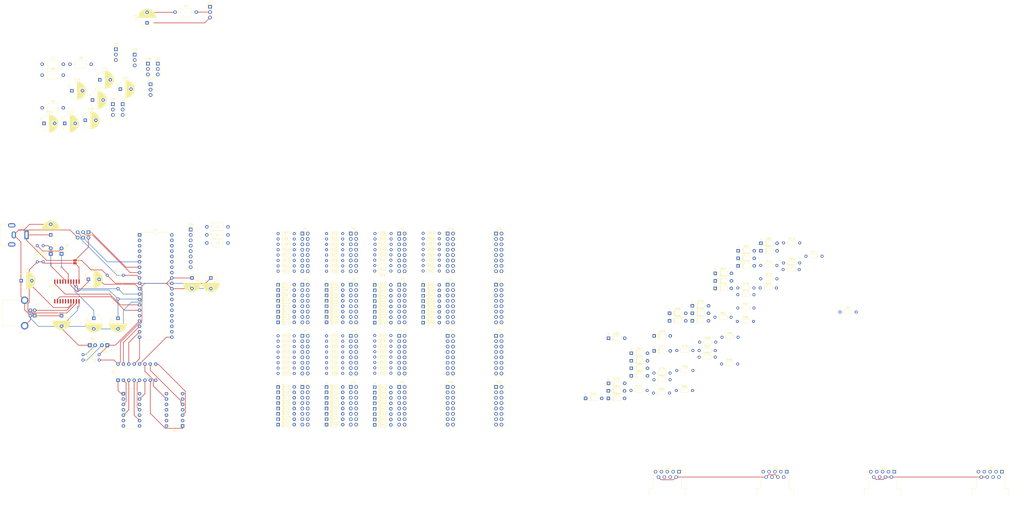
<source format=kicad_pcb>
(kicad_pcb (version 20171130) (host pcbnew 5.1.5+dfsg1-2build2)
  (layers (0 F.Cu signal) (31 B.Cu signal) (34 B.Paste user) (35 F.Paste user) (36 B.SilkS user) (37 F.SilkS user) (38 B.Mask user) (39 F.Mask user) (44 Edge.Cuts user))
  (net 0 "")
  (net 1 "Net-(U1-Pad20)")
  (net 2 "Net-(U1-Pad19)")
  (net 3 "Net-(U1-Pad18)")
  (net 4 "Net-(U1-Pad16)")
  (net 5 "Net-(U1-Pad21)")
  (net 6 "Net-(U3-Pad16)")
  (net 7 "Net-(U3-Pad15)")
  (net 8 "Net-(U3-Pad14)")
  (net 9 "Net-(U3-Pad13)")
  (net 10 "Net-(U3-Pad11)")
  (net 11 "Net-(U3-Pad9)")
  (net 12 "Net-(U3-Pad8)")
  (net 13 "Net-(U3-Pad7)")
  (net 14 GND)
  (net 15 +5V)
  (net 16 "/Analog Inputs/PA0")
  (net 17 "Net-(C4-Pad1)")
  (net 18 "Net-(C5-Pad1)")
  (net 19 "Net-(C7-Pad1)")
  (net 20 VBUS)
  (net 21 "Net-(C9-Pad2)")
  (net 22 "/Analog Inputs/PA1")
  (net 23 "/Analog Inputs/PA2")
  (net 24 "/Analog Inputs/PA3")
  (net 25 "/Analog Inputs/PA4")
  (net 26 "/Analog Inputs/PA5")
  (net 27 "/Analog Inputs/PA6")
  (net 28 "/Analog Inputs/PA7")
  (net 29 "Net-(D1-Pad2)")
  (net 30 "Net-(D1-Pad1)")
  (net 31 "Net-(D2-Pad2)")
  (net 32 "Net-(D2-Pad1)")
  (net 33 "Net-(D5-Pad2)")
  (net 34 STATUS)
  (net 35 "Net-(D6-Pad2)")
  (net 36 "Net-(D7-Pad2)")
  (net 37 /InputOutputPins/PC0)
  (net 38 "Net-(D8-Pad2)")
  (net 39 /InputOutputPins/PC1)
  (net 40 "Net-(D9-Pad2)")
  (net 41 /InputOutputPins/PC2)
  (net 42 "Net-(D10-Pad2)")
  (net 43 /InputOutputPins/PC3)
  (net 44 "Net-(D11-Pad2)")
  (net 45 /InputOutputPins/PC4)
  (net 46 "Net-(D12-Pad2)")
  (net 47 /InputOutputPins/PC5)
  (net 48 "Net-(D13-Pad2)")
  (net 49 /InputOutputPins/PC6)
  (net 50 "Net-(D14-Pad2)")
  (net 51 /InputOutputPins/PC7)
  (net 52 "Net-(D15-Pad2)")
  (net 53 "Net-(D16-Pad2)")
  (net 54 "Net-(D17-Pad2)")
  (net 55 "Net-(D18-Pad2)")
  (net 56 "Net-(D19-Pad2)")
  (net 57 "Net-(D20-Pad2)")
  (net 58 "Net-(D21-Pad2)")
  (net 59 "Net-(D22-Pad2)")
  (net 60 "Net-(D23-Pad2)")
  (net 61 "Net-(D24-Pad2)")
  (net 62 "Net-(D25-Pad2)")
  (net 63 "Net-(D26-Pad2)")
  (net 64 "Net-(D27-Pad2)")
  (net 65 "Net-(D28-Pad2)")
  (net 66 "Net-(D29-Pad2)")
  (net 67 "Net-(D30-Pad2)")
  (net 68 "Net-(D31-Pad2)")
  (net 69 "Net-(D32-Pad2)")
  (net 70 "Net-(D33-Pad2)")
  (net 71 "Net-(D34-Pad2)")
  (net 72 "Net-(D35-Pad2)")
  (net 73 "Net-(D36-Pad2)")
  (net 74 "Net-(D37-Pad2)")
  (net 75 "Net-(D38-Pad2)")
  (net 76 "Net-(D39-Pad2)")
  (net 77 "Net-(D40-Pad2)")
  (net 78 "Net-(D41-Pad2)")
  (net 79 "Net-(D42-Pad2)")
  (net 80 "Net-(D43-Pad2)")
  (net 81 "Net-(D44-Pad2)")
  (net 82 "Net-(D45-Pad2)")
  (net 83 "Net-(D46-Pad2)")
  (net 84 "Net-(D47-Pad2)")
  (net 85 "Net-(D48-Pad2)")
  (net 86 "Net-(D49-Pad2)")
  (net 87 "Net-(D50-Pad2)")
  (net 88 "Net-(D51-Pad2)")
  (net 89 "Net-(D52-Pad2)")
  (net 90 "Net-(D53-Pad2)")
  (net 91 "Net-(D54-Pad2)")
  (net 92 "Net-(D55-Pad2)")
  (net 93 "Net-(D56-Pad2)")
  (net 94 "Net-(D57-Pad2)")
  (net 95 "Net-(D58-Pad2)")
  (net 96 "Net-(D59-Pad2)")
  (net 97 "Net-(D60-Pad2)")
  (net 98 "Net-(D61-Pad2)")
  (net 99 "Net-(D62-Pad2)")
  (net 100 "Net-(D63-Pad2)")
  (net 101 "Net-(D64-Pad2)")
  (net 102 "Net-(D65-Pad2)")
  (net 103 "Net-(D66-Pad2)")
  (net 104 "Net-(D67-Pad2)")
  (net 105 "Net-(D68-Pad2)")
  (net 106 "Net-(D69-Pad2)")
  (net 107 "Net-(D70-Pad2)")
  (net 108 "Net-(D71-Pad2)")
  (net 109 "Net-(D72-Pad2)")
  (net 110 "Net-(D73-Pad2)")
  (net 111 "Net-(D74-Pad2)")
  (net 112 "Net-(D75-Pad2)")
  (net 113 "Net-(D76-Pad2)")
  (net 114 "Net-(D77-Pad2)")
  (net 115 "Net-(D78-Pad2)")
  (net 116 "Net-(D79-Pad2)")
  (net 117 "Net-(D80-Pad2)")
  (net 118 "Net-(D81-Pad2)")
  (net 119 "Net-(D82-Pad2)")
  (net 120 "Net-(D83-Pad2)")
  (net 121 "Net-(D84-Pad2)")
  (net 122 "Net-(D85-Pad2)")
  (net 123 "Net-(D86-Pad2)")
  (net 124 "Net-(J1-Pad3)")
  (net 125 "Net-(J1-Pad2)")
  (net 126 "Net-(J2-Pad5)")
  (net 127 /InputOutputPins/PB5)
  (net 128 /InputOutputPins/PB7)
  (net 129 /InputOutputPins/PB6)
  (net 130 "Net-(J24-Pad2)")
  (net 131 "Net-(J25-Pad2)")
  (net 132 "Net-(J26-Pad2)")
  (net 133 "Net-(J27-Pad2)")
  (net 134 "Net-(J28-Pad2)")
  (net 135 "Net-(J29-Pad2)")
  (net 136 "Net-(J30-Pad2)")
  (net 137 "Net-(J31-Pad2)")
  (net 138 /InputOutputPins/PB0)
  (net 139 "Net-(J4-Pada1)")
  (net 140 /InputOutputPins/PB1)
  (net 141 "Net-(J4-Pada2)")
  (net 142 /InputOutputPins/PB2)
  (net 143 "Net-(J4-Pada3)")
  (net 144 /InputOutputPins/PB3)
  (net 145 "Net-(J4-Pada4)")
  (net 146 /InputOutputPins/PB4)
  (net 147 "Net-(J4-Pada5)")
  (net 148 "Net-(J4-Pada6)")
  (net 149 "Net-(J4-Pada7)")
  (net 150 "Net-(J4-Pada8)")
  (net 151 "Net-(J6-Pada1)")
  (net 152 "Net-(J6-Pada2)")
  (net 153 "Net-(J6-Pada3)")
  (net 154 "Net-(J6-Pada4)")
  (net 155 "Net-(J6-Pada5)")
  (net 156 "Net-(J6-Pada6)")
  (net 157 "Net-(J6-Pada7)")
  (net 158 "Net-(J6-Pada8)")
  (net 159 "Net-(J8-Pada1)")
  (net 160 "Net-(J8-Pada2)")
  (net 161 "Net-(J8-Pada3)")
  (net 162 "Net-(J8-Pada4)")
  (net 163 "Net-(J8-Pada5)")
  (net 164 "Net-(J8-Pada6)")
  (net 165 "Net-(J8-Pada7)")
  (net 166 "Net-(J8-Pada8)")
  (net 167 "Net-(J10-Pada1)")
  (net 168 "Net-(J10-Pada2)")
  (net 169 "Net-(J10-Pada3)")
  (net 170 "Net-(J10-Pada4)")
  (net 171 "Net-(J10-Pada5)")
  (net 172 "Net-(J10-Pada6)")
  (net 173 "Net-(J10-Pada7)")
  (net 174 "Net-(J10-Pada8)")
  (net 175 "Net-(J12-Pada1)")
  (net 176 "Net-(J12-Pada2)")
  (net 177 "Net-(J12-Pada3)")
  (net 178 "Net-(J12-Pada4)")
  (net 179 "Net-(J12-Pada5)")
  (net 180 "Net-(J12-Pada6)")
  (net 181 "Net-(J12-Pada7)")
  (net 182 "Net-(J12-Pada8)")
  (net 183 "Net-(J14-Pada1)")
  (net 184 "Net-(J14-Pada2)")
  (net 185 "Net-(J14-Pada3)")
  (net 186 "Net-(J14-Pada4)")
  (net 187 "Net-(J14-Pada5)")
  (net 188 "Net-(J14-Pada6)")
  (net 189 "Net-(J14-Pada7)")
  (net 190 "Net-(J14-Pada8)")
  (net 191 "Net-(J16-Pada1)")
  (net 192 "Net-(J16-Pada2)")
  (net 193 "Net-(J16-Pada3)")
  (net 194 "Net-(J16-Pada4)")
  (net 195 "Net-(J16-Pada5)")
  (net 196 "Net-(J16-Pada6)")
  (net 197 "Net-(J16-Pada7)")
  (net 198 "Net-(J16-Pada8)")
  (net 199 "Net-(J18-Pada1)")
  (net 200 "Net-(J18-Pada2)")
  (net 201 "Net-(J18-Pada3)")
  (net 202 "Net-(J18-Pada4)")
  (net 203 "Net-(J18-Pada5)")
  (net 204 "Net-(J18-Pada6)")
  (net 205 "Net-(J18-Pada7)")
  (net 206 "Net-(J18-Pada8)")
  (net 207 "Net-(J20-Pada1)")
  (net 208 "Net-(J20-Pada2)")
  (net 209 "Net-(J20-Pada3)")
  (net 210 "Net-(J20-Pada4)")
  (net 211 "Net-(J20-Pada5)")
  (net 212 "Net-(J20-Pada6)")
  (net 213 "Net-(J20-Pada7)")
  (net 214 "Net-(J20-Pada8)")
  (net 215 "Net-(J22-Pada1)")
  (net 216 "Net-(J22-Pada2)")
  (net 217 "Net-(J22-Pada3)")
  (net 218 "Net-(J22-Pada4)")
  (net 219 "Net-(J22-Pada5)")
  (net 220 "Net-(J22-Pada6)")
  (net 221 "Net-(J22-Pada7)")
  (net 222 "Net-(J22-Pada8)")
  (net 223 TXD)
  (net 224 RXD)
  (net 225 Q6)
  (net 226 Q5)
  (net 227 Q4)
  (net 228 Q3)
  (net 229 Q9)
  (net 230 Q2)
  (net 231 Q8)
  (net 232 Q1)
  (net 233 Q7)
  (net 234 Q0)
  (net 235 "Net-(J4-Padb1)")
  (net 236 "Net-(J6-Padb1)")
  (net 237 "Net-(J8-Padb1)")
  (net 238 "Net-(J10-Padb1)")
  (net 239 "Net-(J12-Padb1)")
  (net 240 "Net-(J14-Padb1)")
  (net 241 "Net-(J16-Padb1)")
  (net 242 "Net-(J18-Padb1)")
  (net 243 "Net-(J20-Padb1)")
  (net 244 "Net-(J22-Padb1)")
  (module Package_DIP:DIP-14_W7.62mm (layer F.Cu) (at 109.22 128.27 180)
    (fp_text reference U5 (at 3.81 -2.33) (layer F.SilkS))
    (fp_text value 74AHC04)
    (pad 14 thru_hole oval (at 7.62 0 180) (size 1.6 1.6) (drill 0.8) (layers *.Cu *.Mask) (net 15 +5V))
    (pad 7 thru_hole oval (at 0 15.24 180) (size 1.6 1.6) (drill 0.8) (layers *.Cu *.Mask) (net 14 GND))
    (pad 13 thru_hole oval (at 7.62 2.54 180) (size 1.6 1.6) (drill 0.8) (layers *.Cu *.Mask))
    (pad 6 thru_hole oval (at 0 12.7 180) (size 1.6 1.6) (drill 0.8) (layers *.Cu *.Mask) (net 243 "Net-(J20-Padb1)"))
    (pad 12 thru_hole oval (at 7.62 5.08 180) (size 1.6 1.6) (drill 0.8) (layers *.Cu *.Mask))
    (pad 5 thru_hole oval (at 0 10.16 180) (size 1.6 1.6) (drill 0.8) (layers *.Cu *.Mask) (net 231 Q8))
    (pad 11 thru_hole oval (at 7.62 7.62 180) (size 1.6 1.6) (drill 0.8) (layers *.Cu *.Mask))
    (pad 4 thru_hole oval (at 0 7.62 180) (size 1.6 1.6) (drill 0.8) (layers *.Cu *.Mask) (net 242 "Net-(J18-Padb1)"))
    (pad 10 thru_hole oval (at 7.62 10.16 180) (size 1.6 1.6) (drill 0.8) (layers *.Cu *.Mask))
    (pad 3 thru_hole oval (at 0 5.08 180) (size 1.6 1.6) (drill 0.8) (layers *.Cu *.Mask) (net 233 Q7))
    (pad 9 thru_hole oval (at 7.62 12.7 180) (size 1.6 1.6) (drill 0.8) (layers *.Cu *.Mask) (net 229 Q9))
    (pad 2 thru_hole oval (at 0 2.54 180) (size 1.6 1.6) (drill 0.8) (layers *.Cu *.Mask) (net 241 "Net-(J16-Padb1)"))
    (pad 8 thru_hole oval (at 7.62 15.24 180) (size 1.6 1.6) (drill 0.8) (layers *.Cu *.Mask) (net 244 "Net-(J22-Padb1)"))
    (pad 1 thru_hole rect (at 0 0 180) (size 1.6 1.6) (drill 0.8) (layers *.Cu *.Mask) (net 225 Q6))
  )
  (module Package_DIP:DIP-14_W7.62mm (layer F.Cu) (at 81.28 113.03)
    (fp_text reference U4 (at 3.81 -2.33) (layer F.SilkS))
    (fp_text value 74AHC04)
    (pad 14 thru_hole oval (at 7.62 0) (size 1.6 1.6) (drill 0.8) (layers *.Cu *.Mask) (net 15 +5V))
    (pad 7 thru_hole oval (at 0 15.24) (size 1.6 1.6) (drill 0.8) (layers *.Cu *.Mask) (net 14 GND))
    (pad 13 thru_hole oval (at 7.62 2.54) (size 1.6 1.6) (drill 0.8) (layers *.Cu *.Mask) (net 226 Q5))
    (pad 6 thru_hole oval (at 0 12.7) (size 1.6 1.6) (drill 0.8) (layers *.Cu *.Mask) (net 237 "Net-(J8-Padb1)"))
    (pad 12 thru_hole oval (at 7.62 5.08) (size 1.6 1.6) (drill 0.8) (layers *.Cu *.Mask) (net 240 "Net-(J14-Padb1)"))
    (pad 5 thru_hole oval (at 0 10.16) (size 1.6 1.6) (drill 0.8) (layers *.Cu *.Mask) (net 230 Q2))
    (pad 11 thru_hole oval (at 7.62 7.62) (size 1.6 1.6) (drill 0.8) (layers *.Cu *.Mask) (net 227 Q4))
    (pad 4 thru_hole oval (at 0 7.62) (size 1.6 1.6) (drill 0.8) (layers *.Cu *.Mask) (net 236 "Net-(J6-Padb1)"))
    (pad 10 thru_hole oval (at 7.62 10.16) (size 1.6 1.6) (drill 0.8) (layers *.Cu *.Mask) (net 239 "Net-(J12-Padb1)"))
    (pad 3 thru_hole oval (at 0 5.08) (size 1.6 1.6) (drill 0.8) (layers *.Cu *.Mask) (net 232 Q1))
    (pad 9 thru_hole oval (at 7.62 12.7) (size 1.6 1.6) (drill 0.8) (layers *.Cu *.Mask) (net 228 Q3))
    (pad 2 thru_hole oval (at 0 2.54) (size 1.6 1.6) (drill 0.8) (layers *.Cu *.Mask) (net 235 "Net-(J4-Padb1)"))
    (pad 8 thru_hole oval (at 7.62 15.24) (size 1.6 1.6) (drill 0.8) (layers *.Cu *.Mask) (net 238 "Net-(J10-Padb1)"))
    (pad 1 thru_hole rect (at 0 0) (size 1.6 1.6) (drill 0.8) (layers *.Cu *.Mask) (net 234 Q0))
  )
  (module Connector_PinHeader_2.54mm:PinHeader_1x08_P2.54mm_Vertical (layer F.Cu) (at 113.03 35.56)
    (fp_text reference J36 (at 0 -2.33) (layer F.SilkS))
    (fp_text value Conn_01x08_Male)
    (pad 8 thru_hole oval (at 0 17.78) (size 1.7 1.7) (drill 1) (layers *.Cu *.Mask) (net 28 "/Analog Inputs/PA7"))
    (pad 7 thru_hole oval (at 0 15.24) (size 1.7 1.7) (drill 1) (layers *.Cu *.Mask) (net 27 "/Analog Inputs/PA6"))
    (pad 6 thru_hole oval (at 0 12.7) (size 1.7 1.7) (drill 1) (layers *.Cu *.Mask) (net 26 "/Analog Inputs/PA5"))
    (pad 5 thru_hole oval (at 0 10.16) (size 1.7 1.7) (drill 1) (layers *.Cu *.Mask) (net 25 "/Analog Inputs/PA4"))
    (pad 4 thru_hole oval (at 0 7.62) (size 1.7 1.7) (drill 1) (layers *.Cu *.Mask) (net 24 "/Analog Inputs/PA3"))
    (pad 3 thru_hole oval (at 0 5.08) (size 1.7 1.7) (drill 1) (layers *.Cu *.Mask) (net 23 "/Analog Inputs/PA2"))
    (pad 2 thru_hole oval (at 0 2.54) (size 1.7 1.7) (drill 1) (layers *.Cu *.Mask) (net 22 "/Analog Inputs/PA1"))
    (pad 1 thru_hole rect (at 0 0) (size 1.7 1.7) (drill 1) (layers *.Cu *.Mask) (net 16 "/Analog Inputs/PA0"))
  )
  (module Package_DIP:DIP-40_W15.24mm (layer F.Cu) (at 88.9 38.1)
    (fp_text reference U1 (at 7.62 -2.33) (layer F.SilkS))
    (fp_text value ATmega16-16PU)
    (pad 40 thru_hole oval (at 15.24 0) (size 1.6 1.6) (drill 0.8) (layers *.Cu *.Mask) (net 16 "/Analog Inputs/PA0"))
    (pad 20 thru_hole oval (at 0 48.26) (size 1.6 1.6) (drill 0.8) (layers *.Cu *.Mask) (net 1 "Net-(U1-Pad20)"))
    (pad 39 thru_hole oval (at 15.24 2.54) (size 1.6 1.6) (drill 0.8) (layers *.Cu *.Mask) (net 22 "/Analog Inputs/PA1"))
    (pad 19 thru_hole oval (at 0 45.72) (size 1.6 1.6) (drill 0.8) (layers *.Cu *.Mask) (net 2 "Net-(U1-Pad19)"))
    (pad 38 thru_hole oval (at 15.24 5.08) (size 1.6 1.6) (drill 0.8) (layers *.Cu *.Mask) (net 23 "/Analog Inputs/PA2"))
    (pad 18 thru_hole oval (at 0 43.18) (size 1.6 1.6) (drill 0.8) (layers *.Cu *.Mask) (net 3 "Net-(U1-Pad18)"))
    (pad 37 thru_hole oval (at 15.24 7.62) (size 1.6 1.6) (drill 0.8) (layers *.Cu *.Mask) (net 24 "/Analog Inputs/PA3"))
    (pad 17 thru_hole oval (at 0 40.64) (size 1.6 1.6) (drill 0.8) (layers *.Cu *.Mask) (net 34 STATUS))
    (pad 36 thru_hole oval (at 15.24 10.16) (size 1.6 1.6) (drill 0.8) (layers *.Cu *.Mask) (net 25 "/Analog Inputs/PA4"))
    (pad 16 thru_hole oval (at 0 38.1) (size 1.6 1.6) (drill 0.8) (layers *.Cu *.Mask) (net 4 "Net-(U1-Pad16)"))
    (pad 35 thru_hole oval (at 15.24 12.7) (size 1.6 1.6) (drill 0.8) (layers *.Cu *.Mask) (net 26 "/Analog Inputs/PA5"))
    (pad 15 thru_hole oval (at 0 35.56) (size 1.6 1.6) (drill 0.8) (layers *.Cu *.Mask) (net 223 TXD))
    (pad 34 thru_hole oval (at 15.24 15.24) (size 1.6 1.6) (drill 0.8) (layers *.Cu *.Mask) (net 27 "/Analog Inputs/PA6"))
    (pad 14 thru_hole oval (at 0 33.02) (size 1.6 1.6) (drill 0.8) (layers *.Cu *.Mask) (net 224 RXD))
    (pad 33 thru_hole oval (at 15.24 17.78) (size 1.6 1.6) (drill 0.8) (layers *.Cu *.Mask) (net 28 "/Analog Inputs/PA7"))
    (pad 13 thru_hole oval (at 0 30.48) (size 1.6 1.6) (drill 0.8) (layers *.Cu *.Mask) (net 17 "Net-(C4-Pad1)"))
    (pad 32 thru_hole oval (at 15.24 20.32) (size 1.6 1.6) (drill 0.8) (layers *.Cu *.Mask) (net 15 +5V))
    (pad 12 thru_hole oval (at 0 27.94) (size 1.6 1.6) (drill 0.8) (layers *.Cu *.Mask) (net 18 "Net-(C5-Pad1)"))
    (pad 31 thru_hole oval (at 15.24 22.86) (size 1.6 1.6) (drill 0.8) (layers *.Cu *.Mask) (net 14 GND))
    (pad 11 thru_hole oval (at 0 25.4) (size 1.6 1.6) (drill 0.8) (layers *.Cu *.Mask) (net 14 GND))
    (pad 30 thru_hole oval (at 15.24 25.4) (size 1.6 1.6) (drill 0.8) (layers *.Cu *.Mask) (net 15 +5V))
    (pad 10 thru_hole oval (at 0 22.86) (size 1.6 1.6) (drill 0.8) (layers *.Cu *.Mask) (net 15 +5V))
    (pad 29 thru_hole oval (at 15.24 27.94) (size 1.6 1.6) (drill 0.8) (layers *.Cu *.Mask) (net 51 /InputOutputPins/PC7))
    (pad 9 thru_hole oval (at 0 20.32) (size 1.6 1.6) (drill 0.8) (layers *.Cu *.Mask) (net 126 "Net-(J2-Pad5)"))
    (pad 28 thru_hole oval (at 15.24 30.48) (size 1.6 1.6) (drill 0.8) (layers *.Cu *.Mask) (net 49 /InputOutputPins/PC6))
    (pad 8 thru_hole oval (at 0 17.78) (size 1.6 1.6) (drill 0.8) (layers *.Cu *.Mask) (net 128 /InputOutputPins/PB7))
    (pad 27 thru_hole oval (at 15.24 33.02) (size 1.6 1.6) (drill 0.8) (layers *.Cu *.Mask) (net 47 /InputOutputPins/PC5))
    (pad 7 thru_hole oval (at 0 15.24) (size 1.6 1.6) (drill 0.8) (layers *.Cu *.Mask) (net 129 /InputOutputPins/PB6))
    (pad 26 thru_hole oval (at 15.24 35.56) (size 1.6 1.6) (drill 0.8) (layers *.Cu *.Mask) (net 45 /InputOutputPins/PC4))
    (pad 6 thru_hole oval (at 0 12.7) (size 1.6 1.6) (drill 0.8) (layers *.Cu *.Mask) (net 127 /InputOutputPins/PB5))
    (pad 25 thru_hole oval (at 15.24 38.1) (size 1.6 1.6) (drill 0.8) (layers *.Cu *.Mask) (net 43 /InputOutputPins/PC3))
    (pad 5 thru_hole oval (at 0 10.16) (size 1.6 1.6) (drill 0.8) (layers *.Cu *.Mask) (net 146 /InputOutputPins/PB4))
    (pad 24 thru_hole oval (at 15.24 40.64) (size 1.6 1.6) (drill 0.8) (layers *.Cu *.Mask) (net 41 /InputOutputPins/PC2))
    (pad 4 thru_hole oval (at 0 7.62) (size 1.6 1.6) (drill 0.8) (layers *.Cu *.Mask) (net 144 /InputOutputPins/PB3))
    (pad 23 thru_hole oval (at 15.24 43.18) (size 1.6 1.6) (drill 0.8) (layers *.Cu *.Mask) (net 39 /InputOutputPins/PC1))
    (pad 3 thru_hole oval (at 0 5.08) (size 1.6 1.6) (drill 0.8) (layers *.Cu *.Mask) (net 142 /InputOutputPins/PB2))
    (pad 22 thru_hole oval (at 15.24 45.72) (size 1.6 1.6) (drill 0.8) (layers *.Cu *.Mask) (net 37 /InputOutputPins/PC0))
    (pad 2 thru_hole oval (at 0 2.54) (size 1.6 1.6) (drill 0.8) (layers *.Cu *.Mask) (net 140 /InputOutputPins/PB1))
    (pad 21 thru_hole oval (at 15.24 48.26) (size 1.6 1.6) (drill 0.8) (layers *.Cu *.Mask) (net 5 "Net-(U1-Pad21)"))
    (pad 1 thru_hole rect (at 0 0) (size 1.6 1.6) (drill 0.8) (layers *.Cu *.Mask) (net 138 /InputOutputPins/PB0))
  )
  (module Connector_PinHeader_2.54mm:PinHeader_2x03_P2.54mm_Vertical (layer F.Cu) (at 64.77 36.83 270)
    (fp_text reference J2 (at 1 -2.06 90) (layer F.SilkS))
    (fp_text value AVR-ISP-6)
    (pad 6 thru_hole oval (at 2.54 5.08 270) (size 1.7 1.7) (drill 1) (layers *.Cu *.Mask) (net 14 GND))
    (pad 5 thru_hole oval (at 0 5.08 270) (size 1.7 1.7) (drill 1) (layers *.Cu *.Mask) (net 126 "Net-(J2-Pad5)"))
    (pad 4 thru_hole oval (at 2.54 2.54 270) (size 1.7 1.7) (drill 1) (layers *.Cu *.Mask) (net 127 /InputOutputPins/PB5))
    (pad 3 thru_hole oval (at 0 2.54 270) (size 1.7 1.7) (drill 1) (layers *.Cu *.Mask) (net 128 /InputOutputPins/PB7))
    (pad 2 thru_hole oval (at 2.54 0 270) (size 1.7 1.7) (drill 1) (layers *.Cu *.Mask) (net 15 +5V))
    (pad 1 thru_hole rect (at 0 0 270) (size 1.7 1.7) (drill 1) (layers *.Cu *.Mask) (net 129 /InputOutputPins/PB6))
  )
  (module Crystal:Crystal_HC49-4H_Vertical (layer F.Cu) (at 78.74 63.5 270)
    (fp_text reference Y1 (at 2.44 -3.525 90) (layer F.SilkS))
    (fp_text value Crystal)
    (pad 2 thru_hole circle (at 4.88 0 270) (size 1.5 1.5) (drill 0.8) (layers *.Cu *.Mask) (net 17 "Net-(C4-Pad1)"))
    (pad 1 thru_hole circle (at 0 0 270) (size 1.5 1.5) (drill 0.8) (layers *.Cu *.Mask) (net 18 "Net-(C5-Pad1)"))
  )
  (module Package_DIP:DIP-16_W7.62mm (layer F.Cu) (at 78.74 106.68 90)
    (fp_text reference U2 (at 3.81 -2.33 90) (layer F.SilkS))
    (fp_text value 7442)
    (pad 16 thru_hole oval (at 7.62 0 90) (size 1.6 1.6) (drill 0.8) (layers *.Cu *.Mask) (net 15 +5V))
    (pad 8 thru_hole oval (at 0 17.78 90) (size 1.6 1.6) (drill 0.8) (layers *.Cu *.Mask) (net 14 GND))
    (pad 15 thru_hole oval (at 7.62 2.54 90) (size 1.6 1.6) (drill 0.8) (layers *.Cu *.Mask) (net 3 "Net-(U1-Pad18)"))
    (pad 7 thru_hole oval (at 0 15.24 90) (size 1.6 1.6) (drill 0.8) (layers *.Cu *.Mask) (net 225 Q6))
    (pad 14 thru_hole oval (at 7.62 5.08 90) (size 1.6 1.6) (drill 0.8) (layers *.Cu *.Mask) (net 2 "Net-(U1-Pad19)"))
    (pad 6 thru_hole oval (at 0 12.7 90) (size 1.6 1.6) (drill 0.8) (layers *.Cu *.Mask) (net 226 Q5))
    (pad 13 thru_hole oval (at 7.62 7.62 90) (size 1.6 1.6) (drill 0.8) (layers *.Cu *.Mask) (net 1 "Net-(U1-Pad20)"))
    (pad 5 thru_hole oval (at 0 10.16 90) (size 1.6 1.6) (drill 0.8) (layers *.Cu *.Mask) (net 227 Q4))
    (pad 12 thru_hole oval (at 7.62 10.16 90) (size 1.6 1.6) (drill 0.8) (layers *.Cu *.Mask) (net 5 "Net-(U1-Pad21)"))
    (pad 4 thru_hole oval (at 0 7.62 90) (size 1.6 1.6) (drill 0.8) (layers *.Cu *.Mask) (net 228 Q3))
    (pad 11 thru_hole oval (at 7.62 12.7 90) (size 1.6 1.6) (drill 0.8) (layers *.Cu *.Mask) (net 229 Q9))
    (pad 3 thru_hole oval (at 0 5.08 90) (size 1.6 1.6) (drill 0.8) (layers *.Cu *.Mask) (net 230 Q2))
    (pad 10 thru_hole oval (at 7.62 15.24 90) (size 1.6 1.6) (drill 0.8) (layers *.Cu *.Mask) (net 231 Q8))
    (pad 2 thru_hole oval (at 0 2.54 90) (size 1.6 1.6) (drill 0.8) (layers *.Cu *.Mask) (net 232 Q1))
    (pad 9 thru_hole oval (at 7.62 17.78 90) (size 1.6 1.6) (drill 0.8) (layers *.Cu *.Mask) (net 233 Q7))
    (pad 1 thru_hole rect (at 0 0 90) (size 1.6 1.6) (drill 0.8) (layers *.Cu *.Mask) (net 234 Q0))
  )
  (module Resistor_THT:R_Axial_DIN0204_L3.6mm_D1.6mm_P7.62mm_Horizontal (layer F.Cu) (at 342.257302 111.56)
    (fp_text reference R86 (at 3.81 -1.92) (layer F.SilkS))
    (fp_text value 560Ω)
    (pad 2 thru_hole oval (at 7.62 0) (size 1.4 1.4) (drill 0.7) (layers *.Cu *.Mask) (net 128 /InputOutputPins/PB7))
    (pad 1 thru_hole circle (at 0 0) (size 1.4 1.4) (drill 0.7) (layers *.Cu *.Mask) (net 222 "Net-(J22-Pada8)"))
  )
  (module Resistor_THT:R_Axial_DIN0204_L3.6mm_D1.6mm_P7.62mm_Horizontal (layer F.Cu) (at 363.597302 99.01)
    (fp_text reference R85 (at 3.81 -1.92) (layer F.SilkS))
    (fp_text value 560Ω)
    (pad 2 thru_hole oval (at 7.62 0) (size 1.4 1.4) (drill 0.7) (layers *.Cu *.Mask) (net 129 /InputOutputPins/PB6))
    (pad 1 thru_hole circle (at 0 0) (size 1.4 1.4) (drill 0.7) (layers *.Cu *.Mask) (net 221 "Net-(J22-Pada7)"))
  )
  (module Resistor_THT:R_Axial_DIN0204_L3.6mm_D1.6mm_P7.62mm_Horizontal (layer F.Cu) (at 331.687302 106.46)
    (fp_text reference R84 (at 3.81 -1.92) (layer F.SilkS))
    (fp_text value 560Ω)
    (pad 2 thru_hole oval (at 7.62 0) (size 1.4 1.4) (drill 0.7) (layers *.Cu *.Mask) (net 127 /InputOutputPins/PB5))
    (pad 1 thru_hole circle (at 0 0) (size 1.4 1.4) (drill 0.7) (layers *.Cu *.Mask) (net 220 "Net-(J22-Pada6)"))
  )
  (module Resistor_THT:R_Axial_DIN0204_L3.6mm_D1.6mm_P7.62mm_Horizontal (layer F.Cu) (at 360.487302 76.96)
    (fp_text reference R83 (at 3.81 -1.92) (layer F.SilkS))
    (fp_text value 560Ω)
    (pad 2 thru_hole oval (at 7.62 0) (size 1.4 1.4) (drill 0.7) (layers *.Cu *.Mask) (net 146 /InputOutputPins/PB4))
    (pad 1 thru_hole circle (at 0 0) (size 1.4 1.4) (drill 0.7) (layers *.Cu *.Mask) (net 219 "Net-(J22-Pada5)"))
  )
  (module Resistor_THT:R_Axial_DIN0204_L3.6mm_D1.6mm_P7.62mm_Horizontal (layer F.Cu) (at 353.027302 95.81)
    (fp_text reference R82 (at 3.81 -1.92) (layer F.SilkS))
    (fp_text value 560Ω)
    (pad 2 thru_hole oval (at 7.62 0) (size 1.4 1.4) (drill 0.7) (layers *.Cu *.Mask) (net 144 /InputOutputPins/PB3))
    (pad 1 thru_hole circle (at 0 0) (size 1.4 1.4) (drill 0.7) (layers *.Cu *.Mask) (net 218 "Net-(J22-Pada4)"))
  )
  (module Resistor_THT:R_Axial_DIN0204_L3.6mm_D1.6mm_P7.62mm_Horizontal (layer F.Cu) (at 363.797302 86.41)
    (fp_text reference R81 (at 3.81 -1.92) (layer F.SilkS))
    (fp_text value 560Ω)
    (pad 2 thru_hole oval (at 7.62 0) (size 1.4 1.4) (drill 0.7) (layers *.Cu *.Mask) (net 142 /InputOutputPins/PB2))
    (pad 1 thru_hole circle (at 0 0) (size 1.4 1.4) (drill 0.7) (layers *.Cu *.Mask) (net 217 "Net-(J22-Pada3)"))
  )
  (module Resistor_THT:R_Axial_DIN0204_L3.6mm_D1.6mm_P7.62mm_Horizontal (layer F.Cu) (at 371.057302 78.91)
    (fp_text reference R80 (at 3.81 -1.92) (layer F.SilkS))
    (fp_text value 560Ω)
    (pad 2 thru_hole oval (at 7.62 0) (size 1.4 1.4) (drill 0.7) (layers *.Cu *.Mask) (net 140 /InputOutputPins/PB1))
    (pad 1 thru_hole circle (at 0 0) (size 1.4 1.4) (drill 0.7) (layers *.Cu *.Mask) (net 216 "Net-(J22-Pada2)"))
  )
  (module Resistor_THT:R_Axial_DIN0204_L3.6mm_D1.6mm_P7.62mm_Horizontal (layer F.Cu) (at 392.657302 54.46)
    (fp_text reference R79 (at 3.81 -1.92) (layer F.SilkS))
    (fp_text value 560Ω)
    (pad 2 thru_hole oval (at 7.62 0) (size 1.4 1.4) (drill 0.7) (layers *.Cu *.Mask) (net 138 /InputOutputPins/PB0))
    (pad 1 thru_hole circle (at 0 0) (size 1.4 1.4) (drill 0.7) (layers *.Cu *.Mask) (net 215 "Net-(J22-Pada1)"))
  )
  (module Resistor_THT:R_Axial_DIN0204_L3.6mm_D1.6mm_P7.62mm_Horizontal (layer F.Cu) (at 371.257302 63.16)
    (fp_text reference R78 (at 3.81 -1.92) (layer F.SilkS))
    (fp_text value 560Ω)
    (pad 2 thru_hole oval (at 7.62 0) (size 1.4 1.4) (drill 0.7) (layers *.Cu *.Mask) (net 128 /InputOutputPins/PB7))
    (pad 1 thru_hole circle (at 0 0) (size 1.4 1.4) (drill 0.7) (layers *.Cu *.Mask) (net 214 "Net-(J20-Pada8)"))
  )
  (module Resistor_THT:R_Axial_DIN0204_L3.6mm_D1.6mm_P7.62mm_Horizontal (layer F.Cu) (at 320.857302 111.51)
    (fp_text reference R77 (at 3.81 -1.92) (layer F.SilkS))
    (fp_text value 560Ω)
    (pad 2 thru_hole oval (at 7.62 0) (size 1.4 1.4) (drill 0.7) (layers *.Cu *.Mask) (net 129 /InputOutputPins/PB6))
    (pad 1 thru_hole circle (at 0 0) (size 1.4 1.4) (drill 0.7) (layers *.Cu *.Mask) (net 213 "Net-(J20-Pada7)"))
  )
  (module Resistor_THT:R_Axial_DIN0204_L3.6mm_D1.6mm_P7.62mm_Horizontal (layer F.Cu) (at 342.457302 92.66)
    (fp_text reference R76 (at 3.81 -1.92) (layer F.SilkS))
    (fp_text value 560Ω)
    (pad 2 thru_hole oval (at 7.62 0) (size 1.4 1.4) (drill 0.7) (layers *.Cu *.Mask) (net 127 /InputOutputPins/PB5))
    (pad 1 thru_hole circle (at 0 0) (size 1.4 1.4) (drill 0.7) (layers *.Cu *.Mask) (net 212 "Net-(J20-Pada6)"))
  )
  (module Resistor_THT:R_Axial_DIN0204_L3.6mm_D1.6mm_P7.62mm_Horizontal (layer F.Cu) (at 331.687302 103.31)
    (fp_text reference R75 (at 3.81 -1.92) (layer F.SilkS))
    (fp_text value 560Ω)
    (pad 2 thru_hole oval (at 7.62 0) (size 1.4 1.4) (drill 0.7) (layers *.Cu *.Mask) (net 146 /InputOutputPins/PB4))
    (pad 1 thru_hole circle (at 0 0) (size 1.4 1.4) (drill 0.7) (layers *.Cu *.Mask) (net 211 "Net-(J20-Pada5)"))
  )
  (module Resistor_THT:R_Axial_DIN0204_L3.6mm_D1.6mm_P7.62mm_Horizontal (layer F.Cu) (at 382.087302 52.51)
    (fp_text reference R74 (at 3.81 -1.92) (layer F.SilkS))
    (fp_text value 560Ω)
    (pad 2 thru_hole oval (at 7.62 0) (size 1.4 1.4) (drill 0.7) (layers *.Cu *.Mask) (net 144 /InputOutputPins/PB3))
    (pad 1 thru_hole circle (at 0 0) (size 1.4 1.4) (drill 0.7) (layers *.Cu *.Mask) (net 210 "Net-(J20-Pada4)"))
  )
  (module Resistor_THT:R_Axial_DIN0204_L3.6mm_D1.6mm_P7.62mm_Horizontal (layer F.Cu) (at 392.857302 41.86)
    (fp_text reference R73 (at 3.81 -1.92) (layer F.SilkS))
    (fp_text value 560Ω)
    (pad 2 thru_hole oval (at 7.62 0) (size 1.4 1.4) (drill 0.7) (layers *.Cu *.Mask) (net 142 /InputOutputPins/PB2))
    (pad 1 thru_hole circle (at 0 0) (size 1.4 1.4) (drill 0.7) (layers *.Cu *.Mask) (net 209 "Net-(J20-Pada3)"))
  )
  (module Resistor_THT:R_Axial_DIN0204_L3.6mm_D1.6mm_P7.62mm_Horizontal (layer F.Cu) (at 371.257302 66.31)
    (fp_text reference R72 (at 3.81 -1.92) (layer F.SilkS))
    (fp_text value 560Ω)
    (pad 2 thru_hole oval (at 7.62 0) (size 1.4 1.4) (drill 0.7) (layers *.Cu *.Mask) (net 140 /InputOutputPins/PB1))
    (pad 1 thru_hole circle (at 0 0) (size 1.4 1.4) (drill 0.7) (layers *.Cu *.Mask) (net 208 "Net-(J20-Pada2)"))
  )
  (module Resistor_THT:R_Axial_DIN0204_L3.6mm_D1.6mm_P7.62mm_Horizontal (layer F.Cu) (at 403.427302 48.16)
    (fp_text reference R71 (at 3.81 -1.92) (layer F.SilkS))
    (fp_text value 560Ω)
    (pad 2 thru_hole oval (at 7.62 0) (size 1.4 1.4) (drill 0.7) (layers *.Cu *.Mask) (net 138 /InputOutputPins/PB0))
    (pad 1 thru_hole circle (at 0 0) (size 1.4 1.4) (drill 0.7) (layers *.Cu *.Mask) (net 207 "Net-(J20-Pada1)"))
  )
  (module Resistor_THT:R_Axial_DIN0204_L3.6mm_D1.6mm_P7.62mm_Horizontal (layer F.Cu) (at 382.087302 58.81)
    (fp_text reference R70 (at 3.81 -1.92) (layer F.SilkS))
    (fp_text value 560Ω)
    (pad 2 thru_hole oval (at 7.62 0) (size 1.4 1.4) (drill 0.7) (layers *.Cu *.Mask) (net 128 /InputOutputPins/PB7))
    (pad 1 thru_hole circle (at 0 0) (size 1.4 1.4) (drill 0.7) (layers *.Cu *.Mask) (net 206 "Net-(J18-Pada8)"))
  )
  (module Resistor_THT:R_Axial_DIN0204_L3.6mm_D1.6mm_P7.62mm_Horizontal (layer F.Cu) (at 353.227302 88.71)
    (fp_text reference R69 (at 3.81 -1.92) (layer F.SilkS))
    (fp_text value 560Ω)
    (pad 2 thru_hole oval (at 7.62 0) (size 1.4 1.4) (drill 0.7) (layers *.Cu *.Mask) (net 129 /InputOutputPins/PB6))
    (pad 1 thru_hole circle (at 0 0) (size 1.4 1.4) (drill 0.7) (layers *.Cu *.Mask) (net 205 "Net-(J18-Pada7)"))
  )
  (module Resistor_THT:R_Axial_DIN0204_L3.6mm_D1.6mm_P7.62mm_Horizontal (layer F.Cu) (at 381.827302 63.16)
    (fp_text reference R68 (at 3.81 -1.92) (layer F.SilkS))
    (fp_text value 560Ω)
    (pad 2 thru_hole oval (at 7.62 0) (size 1.4 1.4) (drill 0.7) (layers *.Cu *.Mask) (net 127 /InputOutputPins/PB5))
    (pad 1 thru_hole circle (at 0 0) (size 1.4 1.4) (drill 0.7) (layers *.Cu *.Mask) (net 204 "Net-(J18-Pada6)"))
  )
  (module Resistor_THT:R_Axial_DIN0204_L3.6mm_D1.6mm_P7.62mm_Horizontal (layer F.Cu) (at 371.257302 72.61)
    (fp_text reference R67 (at 3.81 -1.92) (layer F.SilkS))
    (fp_text value 560Ω)
    (pad 2 thru_hole oval (at 7.62 0) (size 1.4 1.4) (drill 0.7) (layers *.Cu *.Mask) (net 146 /InputOutputPins/PB4))
    (pad 1 thru_hole circle (at 0 0) (size 1.4 1.4) (drill 0.7) (layers *.Cu *.Mask) (net 203 "Net-(J18-Pada5)"))
  )
  (module Resistor_THT:R_Axial_DIN0204_L3.6mm_D1.6mm_P7.62mm_Horizontal (layer F.Cu) (at 331.427302 112.76)
    (fp_text reference R66 (at 3.81 -1.92) (layer F.SilkS))
    (fp_text value 560Ω)
    (pad 2 thru_hole oval (at 7.62 0) (size 1.4 1.4) (drill 0.7) (layers *.Cu *.Mask) (net 144 /InputOutputPins/PB3))
    (pad 1 thru_hole circle (at 0 0) (size 1.4 1.4) (drill 0.7) (layers *.Cu *.Mask) (net 202 "Net-(J18-Pada4)"))
  )
  (module Resistor_THT:R_Axial_DIN0204_L3.6mm_D1.6mm_P7.62mm_Horizontal (layer F.Cu) (at 342.457302 102.11)
    (fp_text reference R65 (at 3.81 -1.92) (layer F.SilkS))
    (fp_text value 560Ω)
    (pad 2 thru_hole oval (at 7.62 0) (size 1.4 1.4) (drill 0.7) (layers *.Cu *.Mask) (net 142 /InputOutputPins/PB2))
    (pad 1 thru_hole circle (at 0 0) (size 1.4 1.4) (drill 0.7) (layers *.Cu *.Mask) (net 201 "Net-(J18-Pada3)"))
  )
  (module Resistor_THT:R_Axial_DIN0204_L3.6mm_D1.6mm_P7.62mm_Horizontal (layer F.Cu) (at 392.857302 51.31)
    (fp_text reference R64 (at 3.81 -1.92) (layer F.SilkS))
    (fp_text value 560Ω)
    (pad 2 thru_hole oval (at 7.62 0) (size 1.4 1.4) (drill 0.7) (layers *.Cu *.Mask) (net 140 /InputOutputPins/PB1))
    (pad 1 thru_hole circle (at 0 0) (size 1.4 1.4) (drill 0.7) (layers *.Cu *.Mask) (net 200 "Net-(J18-Pada2)"))
  )
  (module Resistor_THT:R_Axial_DIN0204_L3.6mm_D1.6mm_P7.62mm_Horizontal (layer F.Cu) (at 353.027302 92.66)
    (fp_text reference R63 (at 3.81 -1.92) (layer F.SilkS))
    (fp_text value 560Ω)
    (pad 2 thru_hole oval (at 7.62 0) (size 1.4 1.4) (drill 0.7) (layers *.Cu *.Mask) (net 138 /InputOutputPins/PB0))
    (pad 1 thru_hole circle (at 0 0) (size 1.4 1.4) (drill 0.7) (layers *.Cu *.Mask) (net 199 "Net-(J18-Pada1)"))
  )
  (module Resistor_THT:R_Axial_DIN0204_L3.6mm_D1.6mm_P7.62mm_Horizontal (layer F.Cu) (at 230.378 55.118 180)
    (fp_text reference R62 (at 3.81 0) (layer F.SilkS))
    (fp_text value 560Ω)
    (pad 2 thru_hole oval (at 7.62 0 180) (size 1.4 1.4) (drill 0.7) (layers *.Cu *.Mask) (net 128 /InputOutputPins/PB7))
    (pad 1 thru_hole circle (at 0 0 180) (size 1.4 1.4) (drill 0.7) (layers *.Cu *.Mask) (net 198 "Net-(J16-Pada8)"))
  )
  (module Resistor_THT:R_Axial_DIN0204_L3.6mm_D1.6mm_P7.62mm_Horizontal (layer F.Cu) (at 230.378 52.578 180)
    (fp_text reference R61 (at 4.064 0) (layer F.SilkS))
    (fp_text value 560Ω)
    (pad 2 thru_hole oval (at 7.62 0 180) (size 1.4 1.4) (drill 0.7) (layers *.Cu *.Mask) (net 129 /InputOutputPins/PB6))
    (pad 1 thru_hole circle (at 0 0 180) (size 1.4 1.4) (drill 0.7) (layers *.Cu *.Mask) (net 197 "Net-(J16-Pada7)"))
  )
  (module Resistor_THT:R_Axial_DIN0204_L3.6mm_D1.6mm_P7.62mm_Horizontal (layer F.Cu) (at 230.378 50.038 180)
    (fp_text reference R60 (at 3.81 0) (layer F.SilkS))
    (fp_text value 560Ω)
    (pad 2 thru_hole oval (at 7.62 0 180) (size 1.4 1.4) (drill 0.7) (layers *.Cu *.Mask) (net 127 /InputOutputPins/PB5))
    (pad 1 thru_hole circle (at 0 0 180) (size 1.4 1.4) (drill 0.7) (layers *.Cu *.Mask) (net 196 "Net-(J16-Pada6)"))
  )
  (module Resistor_THT:R_Axial_DIN0204_L3.6mm_D1.6mm_P7.62mm_Horizontal (layer F.Cu) (at 230.378 47.498 180)
    (fp_text reference R59 (at 3.81 0) (layer F.SilkS))
    (fp_text value 560Ω)
    (pad 2 thru_hole oval (at 7.62 0 180) (size 1.4 1.4) (drill 0.7) (layers *.Cu *.Mask) (net 146 /InputOutputPins/PB4))
    (pad 1 thru_hole circle (at 0 0 180) (size 1.4 1.4) (drill 0.7) (layers *.Cu *.Mask) (net 195 "Net-(J16-Pada5)"))
  )
  (module Resistor_THT:R_Axial_DIN0204_L3.6mm_D1.6mm_P7.62mm_Horizontal (layer F.Cu) (at 230.378 44.958 180)
    (fp_text reference R58 (at 3.81 0) (layer F.SilkS))
    (fp_text value 560Ω)
    (pad 2 thru_hole oval (at 7.62 0 180) (size 1.4 1.4) (drill 0.7) (layers *.Cu *.Mask) (net 144 /InputOutputPins/PB3))
    (pad 1 thru_hole circle (at 0 0 180) (size 1.4 1.4) (drill 0.7) (layers *.Cu *.Mask) (net 194 "Net-(J16-Pada4)"))
  )
  (module Resistor_THT:R_Axial_DIN0204_L3.6mm_D1.6mm_P7.62mm_Horizontal (layer F.Cu) (at 230.378 42.418 180)
    (fp_text reference R57 (at 3.81 0) (layer F.SilkS))
    (fp_text value 560Ω)
    (pad 2 thru_hole oval (at 7.62 0 180) (size 1.4 1.4) (drill 0.7) (layers *.Cu *.Mask) (net 142 /InputOutputPins/PB2))
    (pad 1 thru_hole circle (at 0 0 180) (size 1.4 1.4) (drill 0.7) (layers *.Cu *.Mask) (net 193 "Net-(J16-Pada3)"))
  )
  (module Resistor_THT:R_Axial_DIN0204_L3.6mm_D1.6mm_P7.62mm_Horizontal (layer F.Cu) (at 230.378 39.878 180)
    (fp_text reference R56 (at 3.81 0) (layer F.SilkS))
    (fp_text value 560Ω)
    (pad 2 thru_hole oval (at 7.62 0 180) (size 1.4 1.4) (drill 0.7) (layers *.Cu *.Mask) (net 140 /InputOutputPins/PB1))
    (pad 1 thru_hole circle (at 0 0 180) (size 1.4 1.4) (drill 0.7) (layers *.Cu *.Mask) (net 192 "Net-(J16-Pada2)"))
  )
  (module Resistor_THT:R_Axial_DIN0204_L3.6mm_D1.6mm_P7.62mm_Horizontal (layer F.Cu) (at 230.378 37.338 180)
    (fp_text reference R55 (at 3.81 0) (layer F.SilkS))
    (fp_text value 560Ω)
    (pad 2 thru_hole oval (at 7.62 0 180) (size 1.4 1.4) (drill 0.7) (layers *.Cu *.Mask) (net 138 /InputOutputPins/PB0))
    (pad 1 thru_hole circle (at 0 0 180) (size 1.4 1.4) (drill 0.7) (layers *.Cu *.Mask) (net 191 "Net-(J16-Pada1)"))
  )
  (module Resistor_THT:R_Axial_DIN0204_L3.6mm_D1.6mm_P7.62mm_Horizontal (layer F.Cu) (at 207.518 103.378 180)
    (fp_text reference R54 (at 3.81 0) (layer F.SilkS))
    (fp_text value 560Ω)
    (pad 2 thru_hole oval (at 7.62 0 180) (size 1.4 1.4) (drill 0.7) (layers *.Cu *.Mask) (net 128 /InputOutputPins/PB7))
    (pad 1 thru_hole circle (at 0 0 180) (size 1.4 1.4) (drill 0.7) (layers *.Cu *.Mask) (net 190 "Net-(J14-Pada8)"))
  )
  (module Resistor_THT:R_Axial_DIN0204_L3.6mm_D1.6mm_P7.62mm_Horizontal (layer F.Cu) (at 207.518 100.838 180)
    (fp_text reference R53 (at 3.81 0) (layer F.SilkS))
    (fp_text value 560Ω)
    (pad 2 thru_hole oval (at 7.62 0 180) (size 1.4 1.4) (drill 0.7) (layers *.Cu *.Mask) (net 129 /InputOutputPins/PB6))
    (pad 1 thru_hole circle (at 0 0 180) (size 1.4 1.4) (drill 0.7) (layers *.Cu *.Mask) (net 189 "Net-(J14-Pada7)"))
  )
  (module Resistor_THT:R_Axial_DIN0204_L3.6mm_D1.6mm_P7.62mm_Horizontal (layer F.Cu) (at 207.518 98.298 180)
    (fp_text reference R52 (at 3.81 0) (layer F.SilkS))
    (fp_text value 560Ω)
    (pad 2 thru_hole oval (at 7.62 0 180) (size 1.4 1.4) (drill 0.7) (layers *.Cu *.Mask) (net 127 /InputOutputPins/PB5))
    (pad 1 thru_hole circle (at 0 0 180) (size 1.4 1.4) (drill 0.7) (layers *.Cu *.Mask) (net 188 "Net-(J14-Pada6)"))
  )
  (module Resistor_THT:R_Axial_DIN0204_L3.6mm_D1.6mm_P7.62mm_Horizontal (layer F.Cu) (at 207.518 95.758 180)
    (fp_text reference R51 (at 3.81 0) (layer F.SilkS))
    (fp_text value 560Ω)
    (pad 2 thru_hole oval (at 7.62 0 180) (size 1.4 1.4) (drill 0.7) (layers *.Cu *.Mask) (net 146 /InputOutputPins/PB4))
    (pad 1 thru_hole circle (at 0 0 180) (size 1.4 1.4) (drill 0.7) (layers *.Cu *.Mask) (net 187 "Net-(J14-Pada5)"))
  )
  (module Resistor_THT:R_Axial_DIN0204_L3.6mm_D1.6mm_P7.62mm_Horizontal (layer F.Cu) (at 207.518 93.218 180)
    (fp_text reference R50 (at 3.81 0) (layer F.SilkS))
    (fp_text value 560Ω)
    (pad 2 thru_hole oval (at 7.62 0 180) (size 1.4 1.4) (drill 0.7) (layers *.Cu *.Mask) (net 144 /InputOutputPins/PB3))
    (pad 1 thru_hole circle (at 0 0 180) (size 1.4 1.4) (drill 0.7) (layers *.Cu *.Mask) (net 186 "Net-(J14-Pada4)"))
  )
  (module Resistor_THT:R_Axial_DIN0204_L3.6mm_D1.6mm_P7.62mm_Horizontal (layer F.Cu) (at 207.518 90.678 180)
    (fp_text reference R49 (at 3.81 0) (layer F.SilkS))
    (fp_text value 560Ω)
    (pad 2 thru_hole oval (at 7.62 0 180) (size 1.4 1.4) (drill 0.7) (layers *.Cu *.Mask) (net 142 /InputOutputPins/PB2))
    (pad 1 thru_hole circle (at 0 0 180) (size 1.4 1.4) (drill 0.7) (layers *.Cu *.Mask) (net 185 "Net-(J14-Pada3)"))
  )
  (module Resistor_THT:R_Axial_DIN0204_L3.6mm_D1.6mm_P7.62mm_Horizontal (layer F.Cu) (at 207.518 88.138 180)
    (fp_text reference R48 (at 3.81 0) (layer F.SilkS))
    (fp_text value 560Ω)
    (pad 2 thru_hole oval (at 7.62 0 180) (size 1.4 1.4) (drill 0.7) (layers *.Cu *.Mask) (net 140 /InputOutputPins/PB1))
    (pad 1 thru_hole circle (at 0 0 180) (size 1.4 1.4) (drill 0.7) (layers *.Cu *.Mask) (net 184 "Net-(J14-Pada2)"))
  )
  (module Resistor_THT:R_Axial_DIN0204_L3.6mm_D1.6mm_P7.62mm_Horizontal (layer F.Cu) (at 207.518 85.598 180)
    (fp_text reference R47 (at 3.81 0) (layer F.SilkS))
    (fp_text value 560Ω)
    (pad 2 thru_hole oval (at 7.62 0 180) (size 1.4 1.4) (drill 0.7) (layers *.Cu *.Mask) (net 138 /InputOutputPins/PB0))
    (pad 1 thru_hole circle (at 0 0 180) (size 1.4 1.4) (drill 0.7) (layers *.Cu *.Mask) (net 183 "Net-(J14-Pada1)"))
  )
  (module Resistor_THT:R_Axial_DIN0204_L3.6mm_D1.6mm_P7.62mm_Horizontal (layer F.Cu) (at 207.518 55.118 180)
    (fp_text reference R46 (at 3.81 -1.92) (layer F.SilkS))
    (fp_text value 560Ω)
    (pad 2 thru_hole oval (at 7.62 0 180) (size 1.4 1.4) (drill 0.7) (layers *.Cu *.Mask) (net 128 /InputOutputPins/PB7))
    (pad 1 thru_hole circle (at 0 0 180) (size 1.4 1.4) (drill 0.7) (layers *.Cu *.Mask) (net 182 "Net-(J12-Pada8)"))
  )
  (module Resistor_THT:R_Axial_DIN0204_L3.6mm_D1.6mm_P7.62mm_Horizontal (layer F.Cu) (at 207.518 52.578 180)
    (fp_text reference R45 (at 3.81 -1.92) (layer F.SilkS))
    (fp_text value 560Ω)
    (pad 2 thru_hole oval (at 7.62 0 180) (size 1.4 1.4) (drill 0.7) (layers *.Cu *.Mask) (net 129 /InputOutputPins/PB6))
    (pad 1 thru_hole circle (at 0 0 180) (size 1.4 1.4) (drill 0.7) (layers *.Cu *.Mask) (net 181 "Net-(J12-Pada7)"))
  )
  (module Resistor_THT:R_Axial_DIN0204_L3.6mm_D1.6mm_P7.62mm_Horizontal (layer F.Cu) (at 207.518 50.038 180)
    (fp_text reference R44 (at 3.81 0) (layer F.SilkS))
    (fp_text value 560Ω)
    (pad 2 thru_hole oval (at 7.62 0 180) (size 1.4 1.4) (drill 0.7) (layers *.Cu *.Mask) (net 127 /InputOutputPins/PB5))
    (pad 1 thru_hole circle (at 0 0 180) (size 1.4 1.4) (drill 0.7) (layers *.Cu *.Mask) (net 180 "Net-(J12-Pada6)"))
  )
  (module Resistor_THT:R_Axial_DIN0204_L3.6mm_D1.6mm_P7.62mm_Horizontal (layer F.Cu) (at 207.518 47.498 180)
    (fp_text reference R43 (at 3.81 0) (layer F.SilkS))
    (fp_text value 560Ω)
    (pad 2 thru_hole oval (at 7.62 0 180) (size 1.4 1.4) (drill 0.7) (layers *.Cu *.Mask) (net 146 /InputOutputPins/PB4))
    (pad 1 thru_hole circle (at 0 0 180) (size 1.4 1.4) (drill 0.7) (layers *.Cu *.Mask) (net 179 "Net-(J12-Pada5)"))
  )
  (module Resistor_THT:R_Axial_DIN0204_L3.6mm_D1.6mm_P7.62mm_Horizontal (layer F.Cu) (at 207.645 45.085 180)
    (fp_text reference R42 (at 3.81 0) (layer F.SilkS))
    (fp_text value 560Ω)
    (pad 2 thru_hole oval (at 7.62 0 180) (size 1.4 1.4) (drill 0.7) (layers *.Cu *.Mask) (net 144 /InputOutputPins/PB3))
    (pad 1 thru_hole circle (at 0 0 180) (size 1.4 1.4) (drill 0.7) (layers *.Cu *.Mask) (net 178 "Net-(J12-Pada4)"))
  )
  (module Resistor_THT:R_Axial_DIN0204_L3.6mm_D1.6mm_P7.62mm_Horizontal (layer F.Cu) (at 207.645 42.545 180)
    (fp_text reference R41 (at 3.81 0) (layer F.SilkS))
    (fp_text value 560Ω)
    (pad 2 thru_hole oval (at 7.62 0 180) (size 1.4 1.4) (drill 0.7) (layers *.Cu *.Mask) (net 142 /InputOutputPins/PB2))
    (pad 1 thru_hole circle (at 0 0 180) (size 1.4 1.4) (drill 0.7) (layers *.Cu *.Mask) (net 177 "Net-(J12-Pada3)"))
  )
  (module Resistor_THT:R_Axial_DIN0204_L3.6mm_D1.6mm_P7.62mm_Horizontal (layer F.Cu) (at 207.645 40.005 180)
    (fp_text reference R40 (at 3.81 0) (layer F.SilkS))
    (fp_text value 560Ω)
    (pad 2 thru_hole oval (at 7.62 0 180) (size 1.4 1.4) (drill 0.7) (layers *.Cu *.Mask) (net 140 /InputOutputPins/PB1))
    (pad 1 thru_hole circle (at 0 0 180) (size 1.4 1.4) (drill 0.7) (layers *.Cu *.Mask) (net 176 "Net-(J12-Pada2)"))
  )
  (module Resistor_THT:R_Axial_DIN0204_L3.6mm_D1.6mm_P7.62mm_Horizontal (layer F.Cu) (at 207.645 37.465 180)
    (fp_text reference R39 (at 3.81 0) (layer F.SilkS))
    (fp_text value 560Ω)
    (pad 2 thru_hole oval (at 7.62 0 180) (size 1.4 1.4) (drill 0.7) (layers *.Cu *.Mask) (net 138 /InputOutputPins/PB0))
    (pad 1 thru_hole circle (at 0 0 180) (size 1.4 1.4) (drill 0.7) (layers *.Cu *.Mask) (net 175 "Net-(J12-Pada1)"))
  )
  (module Resistor_THT:R_Axial_DIN0204_L3.6mm_D1.6mm_P7.62mm_Horizontal (layer F.Cu) (at 184.785 103.505 180)
    (fp_text reference R38 (at 3.81 0) (layer F.SilkS))
    (fp_text value 560Ω)
    (pad 2 thru_hole oval (at 7.62 0 180) (size 1.4 1.4) (drill 0.7) (layers *.Cu *.Mask) (net 128 /InputOutputPins/PB7))
    (pad 1 thru_hole circle (at 0 0 180) (size 1.4 1.4) (drill 0.7) (layers *.Cu *.Mask) (net 174 "Net-(J10-Pada8)"))
  )
  (module Resistor_THT:R_Axial_DIN0204_L3.6mm_D1.6mm_P7.62mm_Horizontal (layer F.Cu) (at 184.785 100.965 180)
    (fp_text reference R37 (at 3.81 0) (layer F.SilkS))
    (fp_text value 560Ω)
    (pad 2 thru_hole oval (at 7.62 0 180) (size 1.4 1.4) (drill 0.7) (layers *.Cu *.Mask) (net 129 /InputOutputPins/PB6))
    (pad 1 thru_hole circle (at 0 0 180) (size 1.4 1.4) (drill 0.7) (layers *.Cu *.Mask) (net 173 "Net-(J10-Pada7)"))
  )
  (module Resistor_THT:R_Axial_DIN0204_L3.6mm_D1.6mm_P7.62mm_Horizontal (layer F.Cu) (at 184.785 98.425 180)
    (fp_text reference R36 (at 3.81 0) (layer F.SilkS))
    (fp_text value 560Ω)
    (pad 2 thru_hole oval (at 7.62 0 180) (size 1.4 1.4) (drill 0.7) (layers *.Cu *.Mask) (net 127 /InputOutputPins/PB5))
    (pad 1 thru_hole circle (at 0 0 180) (size 1.4 1.4) (drill 0.7) (layers *.Cu *.Mask) (net 172 "Net-(J10-Pada6)"))
  )
  (module Resistor_THT:R_Axial_DIN0204_L3.6mm_D1.6mm_P7.62mm_Horizontal (layer F.Cu) (at 184.785 95.885 180)
    (fp_text reference R35 (at 3.81 0) (layer F.SilkS))
    (fp_text value 560Ω)
    (pad 2 thru_hole oval (at 7.62 0 180) (size 1.4 1.4) (drill 0.7) (layers *.Cu *.Mask) (net 146 /InputOutputPins/PB4))
    (pad 1 thru_hole circle (at 0 0 180) (size 1.4 1.4) (drill 0.7) (layers *.Cu *.Mask) (net 171 "Net-(J10-Pada5)"))
  )
  (module Resistor_THT:R_Axial_DIN0204_L3.6mm_D1.6mm_P7.62mm_Horizontal (layer F.Cu) (at 184.785 93.345 180)
    (fp_text reference R34 (at 3.81 0) (layer F.SilkS))
    (fp_text value 560Ω)
    (pad 2 thru_hole oval (at 7.62 0 180) (size 1.4 1.4) (drill 0.7) (layers *.Cu *.Mask) (net 144 /InputOutputPins/PB3))
    (pad 1 thru_hole circle (at 0 0 180) (size 1.4 1.4) (drill 0.7) (layers *.Cu *.Mask) (net 170 "Net-(J10-Pada4)"))
  )
  (module Resistor_THT:R_Axial_DIN0204_L3.6mm_D1.6mm_P7.62mm_Horizontal (layer F.Cu) (at 184.785 90.805 180)
    (fp_text reference R33 (at 3.81 0) (layer F.SilkS))
    (fp_text value 560Ω)
    (pad 2 thru_hole oval (at 7.62 0 180) (size 1.4 1.4) (drill 0.7) (layers *.Cu *.Mask) (net 142 /InputOutputPins/PB2))
    (pad 1 thru_hole circle (at 0 0 180) (size 1.4 1.4) (drill 0.7) (layers *.Cu *.Mask) (net 169 "Net-(J10-Pada3)"))
  )
  (module Resistor_THT:R_Axial_DIN0204_L3.6mm_D1.6mm_P7.62mm_Horizontal (layer F.Cu) (at 184.785 88.265 180)
    (fp_text reference R32 (at 3.81 0) (layer F.SilkS))
    (fp_text value 560Ω)
    (pad 2 thru_hole oval (at 7.62 0 180) (size 1.4 1.4) (drill 0.7) (layers *.Cu *.Mask) (net 140 /InputOutputPins/PB1))
    (pad 1 thru_hole circle (at 0 0 180) (size 1.4 1.4) (drill 0.7) (layers *.Cu *.Mask) (net 168 "Net-(J10-Pada2)"))
  )
  (module Resistor_THT:R_Axial_DIN0204_L3.6mm_D1.6mm_P7.62mm_Horizontal (layer F.Cu) (at 184.785 85.725 180)
    (fp_text reference R31 (at 3.81 0) (layer F.SilkS))
    (fp_text value 560Ω)
    (pad 2 thru_hole oval (at 7.62 0 180) (size 1.4 1.4) (drill 0.7) (layers *.Cu *.Mask) (net 138 /InputOutputPins/PB0))
    (pad 1 thru_hole circle (at 0 0 180) (size 1.4 1.4) (drill 0.7) (layers *.Cu *.Mask) (net 167 "Net-(J10-Pada1)"))
  )
  (module Resistor_THT:R_Axial_DIN0204_L3.6mm_D1.6mm_P7.62mm_Horizontal (layer F.Cu) (at 184.785 55.245 180)
    (fp_text reference R30 (at 3.81 0) (layer F.SilkS))
    (fp_text value 560Ω)
    (pad 2 thru_hole oval (at 7.62 0 180) (size 1.4 1.4) (drill 0.7) (layers *.Cu *.Mask) (net 128 /InputOutputPins/PB7))
    (pad 1 thru_hole circle (at 0 0 180) (size 1.4 1.4) (drill 0.7) (layers *.Cu *.Mask) (net 166 "Net-(J8-Pada8)"))
  )
  (module Resistor_THT:R_Axial_DIN0204_L3.6mm_D1.6mm_P7.62mm_Horizontal (layer F.Cu) (at 184.785 52.705 180)
    (fp_text reference R29 (at 3.81 0) (layer F.SilkS))
    (fp_text value 560Ω)
    (pad 2 thru_hole oval (at 7.62 0 180) (size 1.4 1.4) (drill 0.7) (layers *.Cu *.Mask) (net 129 /InputOutputPins/PB6))
    (pad 1 thru_hole circle (at 0 0 180) (size 1.4 1.4) (drill 0.7) (layers *.Cu *.Mask) (net 165 "Net-(J8-Pada7)"))
  )
  (module Resistor_THT:R_Axial_DIN0204_L3.6mm_D1.6mm_P7.62mm_Horizontal (layer F.Cu) (at 184.785 50.165 180)
    (fp_text reference R28 (at 3.81 0) (layer F.SilkS))
    (fp_text value 560Ω)
    (pad 2 thru_hole oval (at 7.62 0 180) (size 1.4 1.4) (drill 0.7) (layers *.Cu *.Mask) (net 127 /InputOutputPins/PB5))
    (pad 1 thru_hole circle (at 0 0 180) (size 1.4 1.4) (drill 0.7) (layers *.Cu *.Mask) (net 164 "Net-(J8-Pada6)"))
  )
  (module Resistor_THT:R_Axial_DIN0204_L3.6mm_D1.6mm_P7.62mm_Horizontal (layer F.Cu) (at 184.785 47.625 180)
    (fp_text reference R27 (at 3.81 0) (layer F.SilkS))
    (fp_text value 560Ω)
    (pad 2 thru_hole oval (at 7.62 0 180) (size 1.4 1.4) (drill 0.7) (layers *.Cu *.Mask) (net 146 /InputOutputPins/PB4))
    (pad 1 thru_hole circle (at 0 0 180) (size 1.4 1.4) (drill 0.7) (layers *.Cu *.Mask) (net 163 "Net-(J8-Pada5)"))
  )
  (module Resistor_THT:R_Axial_DIN0204_L3.6mm_D1.6mm_P7.62mm_Horizontal (layer F.Cu) (at 184.785 45.085 180)
    (fp_text reference R26 (at 3.81 0) (layer F.SilkS))
    (fp_text value 560Ω)
    (pad 2 thru_hole oval (at 7.62 0 180) (size 1.4 1.4) (drill 0.7) (layers *.Cu *.Mask) (net 144 /InputOutputPins/PB3))
    (pad 1 thru_hole circle (at 0 0 180) (size 1.4 1.4) (drill 0.7) (layers *.Cu *.Mask) (net 162 "Net-(J8-Pada4)"))
  )
  (module Resistor_THT:R_Axial_DIN0204_L3.6mm_D1.6mm_P7.62mm_Horizontal (layer F.Cu) (at 184.785 42.545 180)
    (fp_text reference R25 (at 3.81 0) (layer F.SilkS))
    (fp_text value 560Ω)
    (pad 2 thru_hole oval (at 7.62 0 180) (size 1.4 1.4) (drill 0.7) (layers *.Cu *.Mask) (net 142 /InputOutputPins/PB2))
    (pad 1 thru_hole circle (at 0 0 180) (size 1.4 1.4) (drill 0.7) (layers *.Cu *.Mask) (net 161 "Net-(J8-Pada3)"))
  )
  (module Resistor_THT:R_Axial_DIN0204_L3.6mm_D1.6mm_P7.62mm_Horizontal (layer F.Cu) (at 184.785 40.005 180)
    (fp_text reference R24 (at 3.81 0) (layer F.SilkS))
    (fp_text value 560Ω)
    (pad 2 thru_hole oval (at 7.62 0 180) (size 1.4 1.4) (drill 0.7) (layers *.Cu *.Mask) (net 140 /InputOutputPins/PB1))
    (pad 1 thru_hole circle (at 0 0 180) (size 1.4 1.4) (drill 0.7) (layers *.Cu *.Mask) (net 160 "Net-(J8-Pada2)"))
  )
  (module Resistor_THT:R_Axial_DIN0204_L3.6mm_D1.6mm_P7.62mm_Horizontal (layer F.Cu) (at 184.785 37.465 180)
    (fp_text reference R23 (at 3.81 0) (layer F.SilkS))
    (fp_text value 560Ω)
    (pad 2 thru_hole oval (at 7.62 0 180) (size 1.4 1.4) (drill 0.7) (layers *.Cu *.Mask) (net 138 /InputOutputPins/PB0))
    (pad 1 thru_hole circle (at 0 0 180) (size 1.4 1.4) (drill 0.7) (layers *.Cu *.Mask) (net 159 "Net-(J8-Pada1)"))
  )
  (module Resistor_THT:R_Axial_DIN0204_L3.6mm_D1.6mm_P7.62mm_Horizontal (layer F.Cu) (at 161.925 103.505 180)
    (fp_text reference R22 (at 3.81 0) (layer F.SilkS))
    (fp_text value 560Ω)
    (pad 2 thru_hole oval (at 7.62 0 180) (size 1.4 1.4) (drill 0.7) (layers *.Cu *.Mask) (net 128 /InputOutputPins/PB7))
    (pad 1 thru_hole circle (at 0 0 180) (size 1.4 1.4) (drill 0.7) (layers *.Cu *.Mask) (net 158 "Net-(J6-Pada8)"))
  )
  (module Resistor_THT:R_Axial_DIN0204_L3.6mm_D1.6mm_P7.62mm_Horizontal (layer F.Cu) (at 161.925 100.965 180)
    (fp_text reference R21 (at 3.81 0) (layer F.SilkS))
    (fp_text value 560Ω)
    (pad 2 thru_hole oval (at 7.62 0 180) (size 1.4 1.4) (drill 0.7) (layers *.Cu *.Mask) (net 129 /InputOutputPins/PB6))
    (pad 1 thru_hole circle (at 0 0 180) (size 1.4 1.4) (drill 0.7) (layers *.Cu *.Mask) (net 157 "Net-(J6-Pada7)"))
  )
  (module Resistor_THT:R_Axial_DIN0204_L3.6mm_D1.6mm_P7.62mm_Horizontal (layer F.Cu) (at 161.925 98.425 180)
    (fp_text reference R20 (at 3.81 0) (layer F.SilkS))
    (fp_text value 560Ω)
    (pad 2 thru_hole oval (at 7.62 0 180) (size 1.4 1.4) (drill 0.7) (layers *.Cu *.Mask) (net 127 /InputOutputPins/PB5))
    (pad 1 thru_hole circle (at 0 0 180) (size 1.4 1.4) (drill 0.7) (layers *.Cu *.Mask) (net 156 "Net-(J6-Pada6)"))
  )
  (module Resistor_THT:R_Axial_DIN0204_L3.6mm_D1.6mm_P7.62mm_Horizontal (layer F.Cu) (at 161.925 95.885 180)
    (fp_text reference R19 (at 3.81 0) (layer F.SilkS))
    (fp_text value 560Ω)
    (pad 2 thru_hole oval (at 7.62 0 180) (size 1.4 1.4) (drill 0.7) (layers *.Cu *.Mask) (net 146 /InputOutputPins/PB4))
    (pad 1 thru_hole circle (at 0 0 180) (size 1.4 1.4) (drill 0.7) (layers *.Cu *.Mask) (net 155 "Net-(J6-Pada5)"))
  )
  (module Resistor_THT:R_Axial_DIN0204_L3.6mm_D1.6mm_P7.62mm_Horizontal (layer F.Cu) (at 161.925 93.345 180)
    (fp_text reference R18 (at 3.81 0) (layer F.SilkS))
    (fp_text value 560Ω)
    (pad 2 thru_hole oval (at 7.62 0 180) (size 1.4 1.4) (drill 0.7) (layers *.Cu *.Mask) (net 144 /InputOutputPins/PB3))
    (pad 1 thru_hole circle (at 0 0 180) (size 1.4 1.4) (drill 0.7) (layers *.Cu *.Mask) (net 154 "Net-(J6-Pada4)"))
  )
  (module Resistor_THT:R_Axial_DIN0204_L3.6mm_D1.6mm_P7.62mm_Horizontal (layer F.Cu) (at 161.925 90.805 180)
    (fp_text reference R17 (at 3.81 0) (layer F.SilkS))
    (fp_text value 560Ω)
    (pad 2 thru_hole oval (at 7.62 0 180) (size 1.4 1.4) (drill 0.7) (layers *.Cu *.Mask) (net 142 /InputOutputPins/PB2))
    (pad 1 thru_hole circle (at 0 0 180) (size 1.4 1.4) (drill 0.7) (layers *.Cu *.Mask) (net 153 "Net-(J6-Pada3)"))
  )
  (module Resistor_THT:R_Axial_DIN0204_L3.6mm_D1.6mm_P7.62mm_Horizontal (layer F.Cu) (at 161.925 88.265 180)
    (fp_text reference R16 (at 3.81 0) (layer F.SilkS))
    (fp_text value 560Ω)
    (pad 2 thru_hole oval (at 7.62 0 180) (size 1.4 1.4) (drill 0.7) (layers *.Cu *.Mask) (net 140 /InputOutputPins/PB1))
    (pad 1 thru_hole circle (at 0 0 180) (size 1.4 1.4) (drill 0.7) (layers *.Cu *.Mask) (net 152 "Net-(J6-Pada2)"))
  )
  (module Resistor_THT:R_Axial_DIN0204_L3.6mm_D1.6mm_P7.62mm_Horizontal (layer F.Cu) (at 161.925 85.725 180)
    (fp_text reference R15 (at 3.81 0) (layer F.SilkS))
    (fp_text value 560Ω)
    (pad 2 thru_hole oval (at 7.62 0 180) (size 1.4 1.4) (drill 0.7) (layers *.Cu *.Mask) (net 138 /InputOutputPins/PB0))
    (pad 1 thru_hole circle (at 0 0 180) (size 1.4 1.4) (drill 0.7) (layers *.Cu *.Mask) (net 151 "Net-(J6-Pada1)"))
  )
  (module Resistor_THT:R_Axial_DIN0204_L3.6mm_D1.6mm_P7.62mm_Horizontal (layer F.Cu) (at 161.925 55.245 180)
    (fp_text reference R14 (at 3.81 0) (layer F.SilkS))
    (fp_text value 560Ω)
    (pad 2 thru_hole oval (at 7.62 0 180) (size 1.4 1.4) (drill 0.7) (layers *.Cu *.Mask) (net 128 /InputOutputPins/PB7))
    (pad 1 thru_hole circle (at 0 0 180) (size 1.4 1.4) (drill 0.7) (layers *.Cu *.Mask) (net 150 "Net-(J4-Pada8)"))
  )
  (module Resistor_THT:R_Axial_DIN0204_L3.6mm_D1.6mm_P7.62mm_Horizontal (layer F.Cu) (at 161.925 52.705 180)
    (fp_text reference R13 (at 3.81 0) (layer F.SilkS))
    (fp_text value 560Ω)
    (pad 2 thru_hole oval (at 7.62 0 180) (size 1.4 1.4) (drill 0.7) (layers *.Cu *.Mask) (net 129 /InputOutputPins/PB6))
    (pad 1 thru_hole circle (at 0 0 180) (size 1.4 1.4) (drill 0.7) (layers *.Cu *.Mask) (net 149 "Net-(J4-Pada7)"))
  )
  (module Resistor_THT:R_Axial_DIN0204_L3.6mm_D1.6mm_P7.62mm_Horizontal (layer F.Cu) (at 161.925 50.165 180)
    (fp_text reference R12 (at 3.81 0) (layer F.SilkS))
    (fp_text value 560Ω)
    (pad 2 thru_hole oval (at 7.62 0 180) (size 1.4 1.4) (drill 0.7) (layers *.Cu *.Mask) (net 127 /InputOutputPins/PB5))
    (pad 1 thru_hole circle (at 0 0 180) (size 1.4 1.4) (drill 0.7) (layers *.Cu *.Mask) (net 148 "Net-(J4-Pada6)"))
  )
  (module Resistor_THT:R_Axial_DIN0204_L3.6mm_D1.6mm_P7.62mm_Horizontal (layer F.Cu) (at 161.925 47.625 180)
    (fp_text reference R11 (at 3.81 0) (layer F.SilkS))
    (fp_text value 560Ω)
    (pad 2 thru_hole oval (at 7.62 0 180) (size 1.4 1.4) (drill 0.7) (layers *.Cu *.Mask) (net 146 /InputOutputPins/PB4))
    (pad 1 thru_hole circle (at 0 0 180) (size 1.4 1.4) (drill 0.7) (layers *.Cu *.Mask) (net 147 "Net-(J4-Pada5)"))
  )
  (module Resistor_THT:R_Axial_DIN0204_L3.6mm_D1.6mm_P7.62mm_Horizontal (layer F.Cu) (at 161.925 45.085 180)
    (fp_text reference R10 (at 3.81 0) (layer F.SilkS))
    (fp_text value 560Ω)
    (pad 2 thru_hole oval (at 7.62 0 180) (size 1.4 1.4) (drill 0.7) (layers *.Cu *.Mask) (net 144 /InputOutputPins/PB3))
    (pad 1 thru_hole circle (at 0 0 180) (size 1.4 1.4) (drill 0.7) (layers *.Cu *.Mask) (net 145 "Net-(J4-Pada4)"))
  )
  (module Resistor_THT:R_Axial_DIN0204_L3.6mm_D1.6mm_P7.62mm_Horizontal (layer F.Cu) (at 161.925 42.545 180)
    (fp_text reference R9 (at 3.81 0) (layer F.SilkS))
    (fp_text value 560Ω)
    (pad 2 thru_hole oval (at 7.62 0 180) (size 1.4 1.4) (drill 0.7) (layers *.Cu *.Mask) (net 142 /InputOutputPins/PB2))
    (pad 1 thru_hole circle (at 0 0 180) (size 1.4 1.4) (drill 0.7) (layers *.Cu *.Mask) (net 143 "Net-(J4-Pada3)"))
  )
  (module Resistor_THT:R_Axial_DIN0204_L3.6mm_D1.6mm_P7.62mm_Horizontal (layer F.Cu) (at 161.925 40.005 180)
    (fp_text reference R8 (at 3.81 0) (layer F.SilkS))
    (fp_text value 560Ω)
    (pad 2 thru_hole oval (at 7.62 0 180) (size 1.4 1.4) (drill 0.7) (layers *.Cu *.Mask) (net 140 /InputOutputPins/PB1))
    (pad 1 thru_hole circle (at 0 0 180) (size 1.4 1.4) (drill 0.7) (layers *.Cu *.Mask) (net 141 "Net-(J4-Pada2)"))
  )
  (module Resistor_THT:R_Axial_DIN0204_L3.6mm_D1.6mm_P7.62mm_Horizontal (layer F.Cu) (at 161.925 37.465 180)
    (fp_text reference R7 (at 3.81 0) (layer F.SilkS))
    (fp_text value 560Ω)
    (pad 2 thru_hole oval (at 7.62 0 180) (size 1.4 1.4) (drill 0.7) (layers *.Cu *.Mask) (net 138 /InputOutputPins/PB0))
    (pad 1 thru_hole circle (at 0 0 180) (size 1.4 1.4) (drill 0.7) (layers *.Cu *.Mask) (net 139 "Net-(J4-Pada1)"))
  )
  (module Resistor_THT:R_Axial_DIN0204_L3.6mm_D1.6mm_P7.62mm_Horizontal (layer F.Cu) (at 62.23 94.615)
    (fp_text reference R6 (at 3.81 -1.92) (layer F.SilkS))
    (fp_text value 560Ω)
    (pad 2 thru_hole oval (at 7.62 0) (size 1.4 1.4) (drill 0.7) (layers *.Cu *.Mask) (net 34 STATUS))
    (pad 1 thru_hole circle (at 0 0) (size 1.4 1.4) (drill 0.7) (layers *.Cu *.Mask) (net 35 "Net-(D6-Pad2)"))
  )
  (module Resistor_THT:R_Axial_DIN0204_L3.6mm_D1.6mm_P7.62mm_Horizontal (layer F.Cu) (at 73.66 57.15)
    (fp_text reference R5 (at 3.81 -1.92) (layer F.SilkS))
    (fp_text value 100k)
    (pad 2 thru_hole oval (at 7.62 0) (size 1.4 1.4) (drill 0.7) (layers *.Cu *.Mask) (net 126 "Net-(J2-Pad5)"))
    (pad 1 thru_hole circle (at 0 0) (size 1.4 1.4) (drill 0.7) (layers *.Cu *.Mask) (net 15 +5V))
  )
  (module Resistor_THT:R_Axial_DIN0204_L3.6mm_D1.6mm_P7.62mm_Horizontal (layer F.Cu) (at 62.23 97.155)
    (fp_text reference R4 (at 3.81 -1.92) (layer F.SilkS))
    (fp_text value 560Ω)
    (pad 2 thru_hole oval (at 7.62 0) (size 1.4 1.4) (drill 0.7) (layers *.Cu *.Mask) (net 15 +5V))
    (pad 1 thru_hole circle (at 0 0) (size 1.4 1.4) (drill 0.7) (layers *.Cu *.Mask) (net 33 "Net-(D5-Pad2)"))
  )
  (module Resistor_THT:R_Axial_DIN0204_L3.6mm_D1.6mm_P7.62mm_Horizontal (layer F.Cu) (at 419.517302 74.5)
    (fp_text reference R3 (at 3.81 -1.92) (layer F.SilkS))
    (fp_text value 10KΩ)
    (pad 2 thru_hole oval (at 7.62 0) (size 1.4 1.4) (drill 0.7) (layers *.Cu *.Mask) (net 19 "Net-(C7-Pad1)"))
    (pad 1 thru_hole circle (at 0 0) (size 1.4 1.4) (drill 0.7) (layers *.Cu *.Mask) (net 20 VBUS))
  )
  (module Resistor_THT:R_Axial_DIN0204_L3.6mm_D1.6mm_P7.62mm_Horizontal (layer F.Cu) (at 40.64 43.18 270)
    (fp_text reference R2 (at 3.81 0 90) (layer F.SilkS))
    (fp_text value 560Ω)
    (pad 2 thru_hole oval (at 7.62 0 270) (size 1.4 1.4) (drill 0.7) (layers *.Cu *.Mask) (net 20 VBUS))
    (pad 1 thru_hole circle (at 0 0 270) (size 1.4 1.4) (drill 0.7) (layers *.Cu *.Mask) (net 31 "Net-(D2-Pad2)"))
  )
  (module Resistor_THT:R_Axial_DIN0204_L3.6mm_D1.6mm_P7.62mm_Horizontal (layer F.Cu) (at 43.39 43.18 270)
    (fp_text reference R1 (at 3.81 0.21 90) (layer F.SilkS))
    (fp_text value 560Ω)
    (pad 2 thru_hole oval (at 7.62 0 270) (size 1.4 1.4) (drill 0.7) (layers *.Cu *.Mask) (net 20 VBUS))
    (pad 1 thru_hole circle (at 0 0 270) (size 1.4 1.4) (drill 0.7) (layers *.Cu *.Mask) (net 29 "Net-(D1-Pad2)"))
  )
  (module Inductor_THT:L_Axial_L5.0mm_D3.6mm_P10.00mm_Horizontal_Murata_BL01RN1A2A2 (layer F.Cu) (at 56.069302 -42.47)
    (fp_text reference L8 (at 5 -3) (layer F.SilkS))
    (fp_text value 4uH)
    (pad 2 thru_hole oval (at 10 0) (size 1.6 1.6) (drill 0.85) (layers *.Cu *.Mask) (net 137 "Net-(J31-Pad2)"))
    (pad 1 thru_hole circle (at 0 0) (size 1.6 1.6) (drill 0.85) (layers *.Cu *.Mask) (net 28 "/Analog Inputs/PA7"))
  )
  (module Inductor_THT:L_Axial_L5.0mm_D3.6mm_P10.00mm_Horizontal_Murata_BL01RN1A2A2 (layer F.Cu) (at 42.919302 -42.47)
    (fp_text reference L7 (at 5 -3) (layer F.SilkS))
    (fp_text value 4uH)
    (pad 2 thru_hole oval (at 10 0) (size 1.6 1.6) (drill 0.85) (layers *.Cu *.Mask) (net 136 "Net-(J30-Pad2)"))
    (pad 1 thru_hole circle (at 0 0) (size 1.6 1.6) (drill 0.85) (layers *.Cu *.Mask) (net 27 "/Analog Inputs/PA6"))
  )
  (module Inductor_THT:L_Axial_L5.0mm_D3.6mm_P10.00mm_Horizontal_Murata_BL01RN1A2A2 (layer F.Cu) (at 42.919302 -37.32)
    (fp_text reference L6 (at 5 -3) (layer F.SilkS))
    (fp_text value 4uH)
    (pad 2 thru_hole oval (at 10 0) (size 1.6 1.6) (drill 0.85) (layers *.Cu *.Mask) (net 135 "Net-(J29-Pad2)"))
    (pad 1 thru_hole circle (at 0 0) (size 1.6 1.6) (drill 0.85) (layers *.Cu *.Mask) (net 26 "/Analog Inputs/PA5"))
  )
  (module Inductor_THT:L_Axial_L5.0mm_D3.6mm_P10.00mm_Horizontal_Murata_BL01RN1A2A2 (layer F.Cu) (at 42.919302 -21.87)
    (fp_text reference L5 (at 5 -3) (layer F.SilkS))
    (fp_text value 4uH)
    (pad 2 thru_hole oval (at 10 0) (size 1.6 1.6) (drill 0.85) (layers *.Cu *.Mask) (net 134 "Net-(J28-Pad2)"))
    (pad 1 thru_hole circle (at 0 0) (size 1.6 1.6) (drill 0.85) (layers *.Cu *.Mask) (net 25 "/Analog Inputs/PA4"))
  )
  (module Inductor_THT:L_Axial_L5.0mm_D3.6mm_P10.00mm_Horizontal_Murata_BL01RN1A2A2 (layer F.Cu) (at 105.664 -67.056)
    (fp_text reference L4 (at 5 -3) (layer F.SilkS))
    (fp_text value 4uH)
    (pad 2 thru_hole oval (at 10 0) (size 1.6 1.6) (drill 0.85) (layers *.Cu *.Mask) (net 133 "Net-(J27-Pad2)"))
    (pad 1 thru_hole circle (at 0 0) (size 1.6 1.6) (drill 0.85) (layers *.Cu *.Mask) (net 24 "/Analog Inputs/PA3"))
  )
  (module Inductor_THT:L_Axial_L5.0mm_D3.6mm_P10.00mm_Horizontal_Murata_BL01RN1A2A2 (layer F.Cu) (at 120.65 41.91)
    (fp_text reference L3 (at 5.08 0) (layer F.SilkS))
    (fp_text value 4uH)
    (pad 2 thru_hole oval (at 10 0) (size 1.6 1.6) (drill 0.85) (layers *.Cu *.Mask) (net 132 "Net-(J26-Pad2)"))
    (pad 1 thru_hole circle (at 0 0) (size 1.6 1.6) (drill 0.85) (layers *.Cu *.Mask) (net 23 "/Analog Inputs/PA2"))
  )
  (module Inductor_THT:L_Axial_L5.0mm_D3.6mm_P10.00mm_Horizontal_Murata_BL01RN1A2A2 (layer F.Cu) (at 120.65 38.1)
    (fp_text reference L2 (at 5.08 0) (layer F.SilkS))
    (fp_text value 4uH)
    (pad 2 thru_hole oval (at 10 0) (size 1.6 1.6) (drill 0.85) (layers *.Cu *.Mask) (net 131 "Net-(J25-Pad2)"))
    (pad 1 thru_hole circle (at 0 0) (size 1.6 1.6) (drill 0.85) (layers *.Cu *.Mask) (net 22 "/Analog Inputs/PA1"))
  )
  (module Inductor_THT:L_Axial_L5.0mm_D3.6mm_P10.00mm_Horizontal_Murata_BL01RN1A2A2 (layer F.Cu) (at 120.65 34.29)
    (fp_text reference L1 (at 5 0) (layer F.SilkS))
    (fp_text value 4uH)
    (pad 2 thru_hole oval (at 10 0) (size 1.6 1.6) (drill 0.85) (layers *.Cu *.Mask) (net 130 "Net-(J24-Pad2)"))
    (pad 1 thru_hole circle (at 0 0) (size 1.6 1.6) (drill 0.85) (layers *.Cu *.Mask) (net 16 "/Analog Inputs/PA0"))
  )
  (module Jumper:SolderJumper-2_P1.3mm_Open_Pad1.0x1.5mm (layer F.Cu) (at 58.42 50.8 270)
    (fp_text reference JP2 (at 0 -1.8 90) (layer F.SilkS))
    (fp_text value "Solder Bridge")
    (pad 1 smd rect (at -0.65 0 270) (size 1 1.5) (layers F.Cu F.Mask) (net 15 +5V))
    (pad 2 smd rect (at 0.65 0 270) (size 1 1.5) (layers F.Cu F.Mask) (net 20 VBUS))
  )
  (module Connector_Dsub:DSUB-9_Female_Horizontal_P2.77x2.54mm_EdgePinOffset9.40mm (layer F.Cu) (at 495.935 149.86)
    (fp_text reference J35 (at -5.54 -1.8) (layer F.SilkS))
    (fp_text value DB9_Female)
    (pad 9 thru_hole circle (at -9.695 2.54) (size 1.6 1.6) (drill 1) (layers *.Cu *.Mask) (net 15 +5V))
    (pad 8 thru_hole circle (at -6.925 2.54) (size 1.6 1.6) (drill 1) (layers *.Cu *.Mask) (net 15 +5V))
    (pad 7 thru_hole circle (at -4.155 2.54) (size 1.6 1.6) (drill 1) (layers *.Cu *.Mask) (net 14 GND))
    (pad 6 thru_hole circle (at -1.385 2.54) (size 1.6 1.6) (drill 1) (layers *.Cu *.Mask) (net 14 GND))
    (pad 5 thru_hole circle (at -11.08 0) (size 1.6 1.6) (drill 1) (layers *.Cu *.Mask) (net 14 GND))
    (pad 4 thru_hole circle (at -8.31 0) (size 1.6 1.6) (drill 1) (layers *.Cu *.Mask) (net 14 GND))
    (pad 3 thru_hole circle (at -5.54 0) (size 1.6 1.6) (drill 1) (layers *.Cu *.Mask) (net 39 /InputOutputPins/PC1))
    (pad 2 thru_hole circle (at -2.77 0) (size 1.6 1.6) (drill 1) (layers *.Cu *.Mask) (net 37 /InputOutputPins/PC0))
    (pad 1 thru_hole rect (at 0 0) (size 1.6 1.6) (drill 1) (layers *.Cu *.Mask) (net 14 GND))
  )
  (module Connector_Dsub:DSUB-9_Female_Horizontal_P2.77x2.54mm_EdgePinOffset9.40mm (layer F.Cu) (at 445.135 149.86)
    (fp_text reference J34 (at -5.54 -1.8) (layer F.SilkS))
    (fp_text value DB9_Female)
    (pad 9 thru_hole circle (at -9.695 2.54) (size 1.6 1.6) (drill 1) (layers *.Cu *.Mask) (net 15 +5V))
    (pad 8 thru_hole circle (at -6.925 2.54) (size 1.6 1.6) (drill 1) (layers *.Cu *.Mask) (net 14 GND))
    (pad 7 thru_hole circle (at -4.155 2.54) (size 1.6 1.6) (drill 1) (layers *.Cu *.Mask) (net 15 +5V))
    (pad 6 thru_hole circle (at -1.385 2.54) (size 1.6 1.6) (drill 1) (layers *.Cu *.Mask) (net 15 +5V))
    (pad 5 thru_hole circle (at -11.08 0) (size 1.6 1.6) (drill 1) (layers *.Cu *.Mask) (net 14 GND))
    (pad 4 thru_hole circle (at -8.31 0) (size 1.6 1.6) (drill 1) (layers *.Cu *.Mask) (net 14 GND))
    (pad 3 thru_hole circle (at -5.54 0) (size 1.6 1.6) (drill 1) (layers *.Cu *.Mask) (net 39 /InputOutputPins/PC1))
    (pad 2 thru_hole circle (at -2.77 0) (size 1.6 1.6) (drill 1) (layers *.Cu *.Mask) (net 37 /InputOutputPins/PC0))
    (pad 1 thru_hole rect (at 0 0) (size 1.6 1.6) (drill 1) (layers *.Cu *.Mask) (net 14 GND))
  )
  (module Connector_Dsub:DSUB-9_Female_Horizontal_P2.77x2.54mm_EdgePinOffset9.40mm (layer F.Cu) (at 394.335 149.86)
    (fp_text reference J33 (at -5.54 -1.8) (layer F.SilkS))
    (fp_text value DB9_Female)
    (pad 9 thru_hole circle (at -9.695 2.54) (size 1.6 1.6) (drill 1) (layers *.Cu *.Mask) (net 15 +5V))
    (pad 8 thru_hole circle (at -6.925 2.54) (size 1.6 1.6) (drill 1) (layers *.Cu *.Mask) (net 14 GND))
    (pad 7 thru_hole circle (at -4.155 2.54) (size 1.6 1.6) (drill 1) (layers *.Cu *.Mask) (net 15 +5V))
    (pad 6 thru_hole circle (at -1.385 2.54) (size 1.6 1.6) (drill 1) (layers *.Cu *.Mask) (net 14 GND))
    (pad 5 thru_hole circle (at -11.08 0) (size 1.6 1.6) (drill 1) (layers *.Cu *.Mask) (net 14 GND))
    (pad 4 thru_hole circle (at -8.31 0) (size 1.6 1.6) (drill 1) (layers *.Cu *.Mask) (net 14 GND))
    (pad 3 thru_hole circle (at -5.54 0) (size 1.6 1.6) (drill 1) (layers *.Cu *.Mask) (net 39 /InputOutputPins/PC1))
    (pad 2 thru_hole circle (at -2.77 0) (size 1.6 1.6) (drill 1) (layers *.Cu *.Mask) (net 37 /InputOutputPins/PC0))
    (pad 1 thru_hole rect (at 0 0) (size 1.6 1.6) (drill 1) (layers *.Cu *.Mask) (net 14 GND))
  )
  (module Connector_Dsub:DSUB-9_Female_Horizontal_P2.77x2.54mm_EdgePinOffset9.40mm (layer F.Cu) (at 343.535 149.86)
    (fp_text reference J32 (at -5.54 -1.8) (layer F.SilkS))
    (fp_text value DB9_Female)
    (pad 9 thru_hole circle (at -9.695 2.54) (size 1.6 1.6) (drill 1) (layers *.Cu *.Mask) (net 15 +5V))
    (pad 8 thru_hole circle (at -6.925 2.54) (size 1.6 1.6) (drill 1) (layers *.Cu *.Mask) (net 14 GND))
    (pad 7 thru_hole circle (at -4.155 2.54) (size 1.6 1.6) (drill 1) (layers *.Cu *.Mask) (net 14 GND))
    (pad 6 thru_hole circle (at -1.385 2.54) (size 1.6 1.6) (drill 1) (layers *.Cu *.Mask) (net 15 +5V))
    (pad 5 thru_hole circle (at -11.08 0) (size 1.6 1.6) (drill 1) (layers *.Cu *.Mask) (net 14 GND))
    (pad 4 thru_hole circle (at -8.31 0) (size 1.6 1.6) (drill 1) (layers *.Cu *.Mask) (net 14 GND))
    (pad 3 thru_hole circle (at -5.54 0) (size 1.6 1.6) (drill 1) (layers *.Cu *.Mask) (net 39 /InputOutputPins/PC1))
    (pad 2 thru_hole circle (at -2.77 0) (size 1.6 1.6) (drill 1) (layers *.Cu *.Mask) (net 37 /InputOutputPins/PC0))
    (pad 1 thru_hole rect (at 0 0) (size 1.6 1.6) (drill 1) (layers *.Cu *.Mask) (net 14 GND))
  )
  (module Connector_PinHeader_2.54mm:PinHeader_1x03_P2.54mm_Vertical (layer F.Cu) (at 94.099302 -33.02)
    (fp_text reference J31 (at 0 -2.33) (layer F.SilkS))
    (fp_text value Conn_01x03)
    (pad 3 thru_hole oval (at 0 5.08) (size 1.7 1.7) (drill 1) (layers *.Cu *.Mask) (net 14 GND))
    (pad 2 thru_hole oval (at 0 2.54) (size 1.7 1.7) (drill 1) (layers *.Cu *.Mask) (net 137 "Net-(J31-Pad2)"))
    (pad 1 thru_hole rect (at 0 0) (size 1.7 1.7) (drill 1) (layers *.Cu *.Mask) (net 15 +5V))
  )
  (module Connector_PinHeader_2.54mm:PinHeader_1x03_P2.54mm_Vertical (layer F.Cu) (at 76.299302 -23.62)
    (fp_text reference J30 (at 0 -2.33) (layer F.SilkS))
    (fp_text value Conn_01x03)
    (pad 3 thru_hole oval (at 0 5.08) (size 1.7 1.7) (drill 1) (layers *.Cu *.Mask) (net 14 GND))
    (pad 2 thru_hole oval (at 0 2.54) (size 1.7 1.7) (drill 1) (layers *.Cu *.Mask) (net 136 "Net-(J30-Pad2)"))
    (pad 1 thru_hole rect (at 0 0) (size 1.7 1.7) (drill 1) (layers *.Cu *.Mask) (net 15 +5V))
  )
  (module Connector_PinHeader_2.54mm:PinHeader_1x03_P2.54mm_Vertical (layer F.Cu) (at 97.509302 -42.72)
    (fp_text reference J29 (at 0 -2.33) (layer F.SilkS))
    (fp_text value Conn_01x03)
    (pad 3 thru_hole oval (at 0 5.08) (size 1.7 1.7) (drill 1) (layers *.Cu *.Mask) (net 14 GND))
    (pad 2 thru_hole oval (at 0 2.54) (size 1.7 1.7) (drill 1) (layers *.Cu *.Mask) (net 135 "Net-(J29-Pad2)"))
    (pad 1 thru_hole rect (at 0 0) (size 1.7 1.7) (drill 1) (layers *.Cu *.Mask) (net 15 +5V))
  )
  (module Connector_PinHeader_2.54mm:PinHeader_1x03_P2.54mm_Vertical (layer F.Cu) (at 92.859302 -42.72)
    (fp_text reference J28 (at 0 -2.33) (layer F.SilkS))
    (fp_text value Conn_01x03)
    (pad 3 thru_hole oval (at 0 5.08) (size 1.7 1.7) (drill 1) (layers *.Cu *.Mask) (net 14 GND))
    (pad 2 thru_hole oval (at 0 2.54) (size 1.7 1.7) (drill 1) (layers *.Cu *.Mask) (net 134 "Net-(J28-Pad2)"))
    (pad 1 thru_hole rect (at 0 0) (size 1.7 1.7) (drill 1) (layers *.Cu *.Mask) (net 15 +5V))
  )
  (module Connector_PinHeader_2.54mm:PinHeader_1x03_P2.54mm_Vertical (layer F.Cu) (at 122.174 -69.596)
    (fp_text reference J27 (at 0 -2.33) (layer F.SilkS))
    (fp_text value Conn_01x03)
    (pad 3 thru_hole oval (at 0 5.08) (size 1.7 1.7) (drill 1) (layers *.Cu *.Mask) (net 14 GND))
    (pad 2 thru_hole oval (at 0 2.54) (size 1.7 1.7) (drill 1) (layers *.Cu *.Mask) (net 133 "Net-(J27-Pad2)"))
    (pad 1 thru_hole rect (at 0 0) (size 1.7 1.7) (drill 1) (layers *.Cu *.Mask) (net 15 +5V))
  )
  (module Connector_PinHeader_2.54mm:PinHeader_1x03_P2.54mm_Vertical (layer F.Cu) (at 86.614 -46.99)
    (fp_text reference J26 (at 0 -2.33) (layer F.SilkS))
    (fp_text value Conn_01x03)
    (pad 3 thru_hole oval (at 0 5.08) (size 1.7 1.7) (drill 1) (layers *.Cu *.Mask) (net 14 GND))
    (pad 2 thru_hole oval (at 0 2.54) (size 1.7 1.7) (drill 1) (layers *.Cu *.Mask) (net 132 "Net-(J26-Pad2)"))
    (pad 1 thru_hole rect (at 0 0) (size 1.7 1.7) (drill 1) (layers *.Cu *.Mask) (net 15 +5V))
  )
  (module Connector_PinHeader_2.54mm:PinHeader_1x03_P2.54mm_Vertical (layer F.Cu) (at 77.724 -49.53)
    (fp_text reference J25 (at 0 -2.33) (layer F.SilkS))
    (fp_text value Conn_01x03)
    (pad 3 thru_hole oval (at 0 5.08) (size 1.7 1.7) (drill 1) (layers *.Cu *.Mask) (net 14 GND))
    (pad 2 thru_hole oval (at 0 2.54) (size 1.7 1.7) (drill 1) (layers *.Cu *.Mask) (net 131 "Net-(J25-Pad2)"))
    (pad 1 thru_hole rect (at 0 0) (size 1.7 1.7) (drill 1) (layers *.Cu *.Mask) (net 15 +5V))
  )
  (module Connector_PinHeader_2.54mm:PinHeader_1x03_P2.54mm_Vertical (layer F.Cu) (at 80.949302 -23.62)
    (fp_text reference J24 (at 0 -2.33) (layer F.SilkS))
    (fp_text value Conn_01x03)
    (pad 3 thru_hole oval (at 0 5.08) (size 1.7 1.7) (drill 1) (layers *.Cu *.Mask) (net 14 GND))
    (pad 2 thru_hole oval (at 0 2.54) (size 1.7 1.7) (drill 1) (layers *.Cu *.Mask) (net 130 "Net-(J24-Pad2)"))
    (pad 1 thru_hole rect (at 0 0) (size 1.7 1.7) (drill 1) (layers *.Cu *.Mask) (net 15 +5V))
  )
  (module Connector_PinHeader_2.54mm:PinHeader_2x08_P2.54mm_Vertical (layer F.Cu) (at 257.175 109.855)
    (fp_text reference J23 (at 1.27 -2.33) (layer F.SilkS))
    (fp_text value HDR_2x8)
    (pad 16 thru_hole oval (at 2.54 17.78) (size 1.7 1.7) (drill 1) (layers *.Cu *.Mask))
    (pad 15 thru_hole oval (at 0 17.78) (size 1.7 1.7) (drill 1) (layers *.Cu *.Mask))
    (pad 14 thru_hole oval (at 2.54 15.24) (size 1.7 1.7) (drill 1) (layers *.Cu *.Mask))
    (pad 13 thru_hole oval (at 0 15.24) (size 1.7 1.7) (drill 1) (layers *.Cu *.Mask))
    (pad 12 thru_hole oval (at 2.54 12.7) (size 1.7 1.7) (drill 1) (layers *.Cu *.Mask))
    (pad 11 thru_hole oval (at 0 12.7) (size 1.7 1.7) (drill 1) (layers *.Cu *.Mask))
    (pad 10 thru_hole oval (at 2.54 10.16) (size 1.7 1.7) (drill 1) (layers *.Cu *.Mask))
    (pad 9 thru_hole oval (at 0 10.16) (size 1.7 1.7) (drill 1) (layers *.Cu *.Mask))
    (pad 8 thru_hole oval (at 2.54 7.62) (size 1.7 1.7) (drill 1) (layers *.Cu *.Mask))
    (pad 7 thru_hole oval (at 0 7.62) (size 1.7 1.7) (drill 1) (layers *.Cu *.Mask))
    (pad 6 thru_hole oval (at 2.54 5.08) (size 1.7 1.7) (drill 1) (layers *.Cu *.Mask))
    (pad 5 thru_hole oval (at 0 5.08) (size 1.7 1.7) (drill 1) (layers *.Cu *.Mask))
    (pad 4 thru_hole oval (at 2.54 2.54) (size 1.7 1.7) (drill 1) (layers *.Cu *.Mask))
    (pad 3 thru_hole oval (at 0 2.54) (size 1.7 1.7) (drill 1) (layers *.Cu *.Mask))
    (pad 2 thru_hole oval (at 2.54 0) (size 1.7 1.7) (drill 1) (layers *.Cu *.Mask))
    (pad 1 thru_hole rect (at 0 0) (size 1.7 1.7) (drill 1) (layers *.Cu *.Mask))
  )
  (module Connector_PinHeader_2.54mm:PinHeader_2x08_P2.54mm_Vertical (layer F.Cu) (at 257.175 85.725)
    (fp_text reference J22 (at 1.27 -2.33) (layer F.SilkS))
    (fp_text value HDR_2x8)
    (pad 16 thru_hole oval (at 2.54 17.78) (size 1.7 1.7) (drill 1) (layers *.Cu *.Mask))
    (pad 15 thru_hole oval (at 0 17.78) (size 1.7 1.7) (drill 1) (layers *.Cu *.Mask))
    (pad 14 thru_hole oval (at 2.54 15.24) (size 1.7 1.7) (drill 1) (layers *.Cu *.Mask))
    (pad 13 thru_hole oval (at 0 15.24) (size 1.7 1.7) (drill 1) (layers *.Cu *.Mask))
    (pad 12 thru_hole oval (at 2.54 12.7) (size 1.7 1.7) (drill 1) (layers *.Cu *.Mask))
    (pad 11 thru_hole oval (at 0 12.7) (size 1.7 1.7) (drill 1) (layers *.Cu *.Mask))
    (pad 10 thru_hole oval (at 2.54 10.16) (size 1.7 1.7) (drill 1) (layers *.Cu *.Mask))
    (pad 9 thru_hole oval (at 0 10.16) (size 1.7 1.7) (drill 1) (layers *.Cu *.Mask))
    (pad 8 thru_hole oval (at 2.54 7.62) (size 1.7 1.7) (drill 1) (layers *.Cu *.Mask))
    (pad 7 thru_hole oval (at 0 7.62) (size 1.7 1.7) (drill 1) (layers *.Cu *.Mask))
    (pad 6 thru_hole oval (at 2.54 5.08) (size 1.7 1.7) (drill 1) (layers *.Cu *.Mask))
    (pad 5 thru_hole oval (at 0 5.08) (size 1.7 1.7) (drill 1) (layers *.Cu *.Mask))
    (pad 4 thru_hole oval (at 2.54 2.54) (size 1.7 1.7) (drill 1) (layers *.Cu *.Mask))
    (pad 3 thru_hole oval (at 0 2.54) (size 1.7 1.7) (drill 1) (layers *.Cu *.Mask))
    (pad 2 thru_hole oval (at 2.54 0) (size 1.7 1.7) (drill 1) (layers *.Cu *.Mask))
    (pad 1 thru_hole rect (at 0 0) (size 1.7 1.7) (drill 1) (layers *.Cu *.Mask))
  )
  (module Connector_PinHeader_2.54mm:PinHeader_2x08_P2.54mm_Vertical (layer F.Cu) (at 257.175 61.595)
    (fp_text reference J21 (at 1.27 -2.33) (layer F.SilkS))
    (fp_text value HDR_2x8)
    (pad 16 thru_hole oval (at 2.54 17.78) (size 1.7 1.7) (drill 1) (layers *.Cu *.Mask))
    (pad 15 thru_hole oval (at 0 17.78) (size 1.7 1.7) (drill 1) (layers *.Cu *.Mask))
    (pad 14 thru_hole oval (at 2.54 15.24) (size 1.7 1.7) (drill 1) (layers *.Cu *.Mask))
    (pad 13 thru_hole oval (at 0 15.24) (size 1.7 1.7) (drill 1) (layers *.Cu *.Mask))
    (pad 12 thru_hole oval (at 2.54 12.7) (size 1.7 1.7) (drill 1) (layers *.Cu *.Mask))
    (pad 11 thru_hole oval (at 0 12.7) (size 1.7 1.7) (drill 1) (layers *.Cu *.Mask))
    (pad 10 thru_hole oval (at 2.54 10.16) (size 1.7 1.7) (drill 1) (layers *.Cu *.Mask))
    (pad 9 thru_hole oval (at 0 10.16) (size 1.7 1.7) (drill 1) (layers *.Cu *.Mask))
    (pad 8 thru_hole oval (at 2.54 7.62) (size 1.7 1.7) (drill 1) (layers *.Cu *.Mask))
    (pad 7 thru_hole oval (at 0 7.62) (size 1.7 1.7) (drill 1) (layers *.Cu *.Mask))
    (pad 6 thru_hole oval (at 2.54 5.08) (size 1.7 1.7) (drill 1) (layers *.Cu *.Mask))
    (pad 5 thru_hole oval (at 0 5.08) (size 1.7 1.7) (drill 1) (layers *.Cu *.Mask))
    (pad 4 thru_hole oval (at 2.54 2.54) (size 1.7 1.7) (drill 1) (layers *.Cu *.Mask))
    (pad 3 thru_hole oval (at 0 2.54) (size 1.7 1.7) (drill 1) (layers *.Cu *.Mask))
    (pad 2 thru_hole oval (at 2.54 0) (size 1.7 1.7) (drill 1) (layers *.Cu *.Mask))
    (pad 1 thru_hole rect (at 0 0) (size 1.7 1.7) (drill 1) (layers *.Cu *.Mask))
  )
  (module Connector_PinHeader_2.54mm:PinHeader_2x08_P2.54mm_Vertical (layer F.Cu) (at 257.175 37.465)
    (fp_text reference J20 (at 1.27 -2.33) (layer F.SilkS))
    (fp_text value HDR_2x8)
    (pad 16 thru_hole oval (at 2.54 17.78) (size 1.7 1.7) (drill 1) (layers *.Cu *.Mask))
    (pad 15 thru_hole oval (at 0 17.78) (size 1.7 1.7) (drill 1) (layers *.Cu *.Mask))
    (pad 14 thru_hole oval (at 2.54 15.24) (size 1.7 1.7) (drill 1) (layers *.Cu *.Mask))
    (pad 13 thru_hole oval (at 0 15.24) (size 1.7 1.7) (drill 1) (layers *.Cu *.Mask))
    (pad 12 thru_hole oval (at 2.54 12.7) (size 1.7 1.7) (drill 1) (layers *.Cu *.Mask))
    (pad 11 thru_hole oval (at 0 12.7) (size 1.7 1.7) (drill 1) (layers *.Cu *.Mask))
    (pad 10 thru_hole oval (at 2.54 10.16) (size 1.7 1.7) (drill 1) (layers *.Cu *.Mask))
    (pad 9 thru_hole oval (at 0 10.16) (size 1.7 1.7) (drill 1) (layers *.Cu *.Mask))
    (pad 8 thru_hole oval (at 2.54 7.62) (size 1.7 1.7) (drill 1) (layers *.Cu *.Mask))
    (pad 7 thru_hole oval (at 0 7.62) (size 1.7 1.7) (drill 1) (layers *.Cu *.Mask))
    (pad 6 thru_hole oval (at 2.54 5.08) (size 1.7 1.7) (drill 1) (layers *.Cu *.Mask))
    (pad 5 thru_hole oval (at 0 5.08) (size 1.7 1.7) (drill 1) (layers *.Cu *.Mask))
    (pad 4 thru_hole oval (at 2.54 2.54) (size 1.7 1.7) (drill 1) (layers *.Cu *.Mask))
    (pad 3 thru_hole oval (at 0 2.54) (size 1.7 1.7) (drill 1) (layers *.Cu *.Mask))
    (pad 2 thru_hole oval (at 2.54 0) (size 1.7 1.7) (drill 1) (layers *.Cu *.Mask))
    (pad 1 thru_hole rect (at 0 0) (size 1.7 1.7) (drill 1) (layers *.Cu *.Mask))
  )
  (module Connector_PinHeader_2.54mm:PinHeader_2x08_P2.54mm_Vertical (layer F.Cu) (at 234.315 109.855)
    (fp_text reference J19 (at 1.27 -2.33) (layer F.SilkS))
    (fp_text value HDR_2x8)
    (pad 16 thru_hole oval (at 2.54 17.78) (size 1.7 1.7) (drill 1) (layers *.Cu *.Mask))
    (pad 15 thru_hole oval (at 0 17.78) (size 1.7 1.7) (drill 1) (layers *.Cu *.Mask))
    (pad 14 thru_hole oval (at 2.54 15.24) (size 1.7 1.7) (drill 1) (layers *.Cu *.Mask))
    (pad 13 thru_hole oval (at 0 15.24) (size 1.7 1.7) (drill 1) (layers *.Cu *.Mask))
    (pad 12 thru_hole oval (at 2.54 12.7) (size 1.7 1.7) (drill 1) (layers *.Cu *.Mask))
    (pad 11 thru_hole oval (at 0 12.7) (size 1.7 1.7) (drill 1) (layers *.Cu *.Mask))
    (pad 10 thru_hole oval (at 2.54 10.16) (size 1.7 1.7) (drill 1) (layers *.Cu *.Mask))
    (pad 9 thru_hole oval (at 0 10.16) (size 1.7 1.7) (drill 1) (layers *.Cu *.Mask))
    (pad 8 thru_hole oval (at 2.54 7.62) (size 1.7 1.7) (drill 1) (layers *.Cu *.Mask))
    (pad 7 thru_hole oval (at 0 7.62) (size 1.7 1.7) (drill 1) (layers *.Cu *.Mask))
    (pad 6 thru_hole oval (at 2.54 5.08) (size 1.7 1.7) (drill 1) (layers *.Cu *.Mask))
    (pad 5 thru_hole oval (at 0 5.08) (size 1.7 1.7) (drill 1) (layers *.Cu *.Mask))
    (pad 4 thru_hole oval (at 2.54 2.54) (size 1.7 1.7) (drill 1) (layers *.Cu *.Mask))
    (pad 3 thru_hole oval (at 0 2.54) (size 1.7 1.7) (drill 1) (layers *.Cu *.Mask))
    (pad 2 thru_hole oval (at 2.54 0) (size 1.7 1.7) (drill 1) (layers *.Cu *.Mask))
    (pad 1 thru_hole rect (at 0 0) (size 1.7 1.7) (drill 1) (layers *.Cu *.Mask))
  )
  (module Connector_PinHeader_2.54mm:PinHeader_2x08_P2.54mm_Vertical (layer F.Cu) (at 234.315 85.725)
    (fp_text reference J18 (at 1.27 -2.33) (layer F.SilkS))
    (fp_text value HDR_2x8)
    (pad 16 thru_hole oval (at 2.54 17.78) (size 1.7 1.7) (drill 1) (layers *.Cu *.Mask))
    (pad 15 thru_hole oval (at 0 17.78) (size 1.7 1.7) (drill 1) (layers *.Cu *.Mask))
    (pad 14 thru_hole oval (at 2.54 15.24) (size 1.7 1.7) (drill 1) (layers *.Cu *.Mask))
    (pad 13 thru_hole oval (at 0 15.24) (size 1.7 1.7) (drill 1) (layers *.Cu *.Mask))
    (pad 12 thru_hole oval (at 2.54 12.7) (size 1.7 1.7) (drill 1) (layers *.Cu *.Mask))
    (pad 11 thru_hole oval (at 0 12.7) (size 1.7 1.7) (drill 1) (layers *.Cu *.Mask))
    (pad 10 thru_hole oval (at 2.54 10.16) (size 1.7 1.7) (drill 1) (layers *.Cu *.Mask))
    (pad 9 thru_hole oval (at 0 10.16) (size 1.7 1.7) (drill 1) (layers *.Cu *.Mask))
    (pad 8 thru_hole oval (at 2.54 7.62) (size 1.7 1.7) (drill 1) (layers *.Cu *.Mask))
    (pad 7 thru_hole oval (at 0 7.62) (size 1.7 1.7) (drill 1) (layers *.Cu *.Mask))
    (pad 6 thru_hole oval (at 2.54 5.08) (size 1.7 1.7) (drill 1) (layers *.Cu *.Mask))
    (pad 5 thru_hole oval (at 0 5.08) (size 1.7 1.7) (drill 1) (layers *.Cu *.Mask))
    (pad 4 thru_hole oval (at 2.54 2.54) (size 1.7 1.7) (drill 1) (layers *.Cu *.Mask))
    (pad 3 thru_hole oval (at 0 2.54) (size 1.7 1.7) (drill 1) (layers *.Cu *.Mask))
    (pad 2 thru_hole oval (at 2.54 0) (size 1.7 1.7) (drill 1) (layers *.Cu *.Mask))
    (pad 1 thru_hole rect (at 0 0) (size 1.7 1.7) (drill 1) (layers *.Cu *.Mask))
  )
  (module Connector_PinHeader_2.54mm:PinHeader_2x08_P2.54mm_Vertical (layer F.Cu) (at 234.315 61.595)
    (fp_text reference J17 (at 1.27 -2.33) (layer F.SilkS))
    (fp_text value HDR_2x8)
    (pad 16 thru_hole oval (at 2.54 17.78) (size 1.7 1.7) (drill 1) (layers *.Cu *.Mask))
    (pad 15 thru_hole oval (at 0 17.78) (size 1.7 1.7) (drill 1) (layers *.Cu *.Mask))
    (pad 14 thru_hole oval (at 2.54 15.24) (size 1.7 1.7) (drill 1) (layers *.Cu *.Mask))
    (pad 13 thru_hole oval (at 0 15.24) (size 1.7 1.7) (drill 1) (layers *.Cu *.Mask))
    (pad 12 thru_hole oval (at 2.54 12.7) (size 1.7 1.7) (drill 1) (layers *.Cu *.Mask))
    (pad 11 thru_hole oval (at 0 12.7) (size 1.7 1.7) (drill 1) (layers *.Cu *.Mask))
    (pad 10 thru_hole oval (at 2.54 10.16) (size 1.7 1.7) (drill 1) (layers *.Cu *.Mask))
    (pad 9 thru_hole oval (at 0 10.16) (size 1.7 1.7) (drill 1) (layers *.Cu *.Mask))
    (pad 8 thru_hole oval (at 2.54 7.62) (size 1.7 1.7) (drill 1) (layers *.Cu *.Mask))
    (pad 7 thru_hole oval (at 0 7.62) (size 1.7 1.7) (drill 1) (layers *.Cu *.Mask))
    (pad 6 thru_hole oval (at 2.54 5.08) (size 1.7 1.7) (drill 1) (layers *.Cu *.Mask))
    (pad 5 thru_hole oval (at 0 5.08) (size 1.7 1.7) (drill 1) (layers *.Cu *.Mask))
    (pad 4 thru_hole oval (at 2.54 2.54) (size 1.7 1.7) (drill 1) (layers *.Cu *.Mask))
    (pad 3 thru_hole oval (at 0 2.54) (size 1.7 1.7) (drill 1) (layers *.Cu *.Mask))
    (pad 2 thru_hole oval (at 2.54 0) (size 1.7 1.7) (drill 1) (layers *.Cu *.Mask))
    (pad 1 thru_hole rect (at 0 0) (size 1.7 1.7) (drill 1) (layers *.Cu *.Mask))
  )
  (module Connector_PinHeader_2.54mm:PinHeader_2x08_P2.54mm_Vertical (layer F.Cu) (at 234.315 37.465)
    (fp_text reference J16 (at 1.27 -2.33) (layer F.SilkS))
    (fp_text value HDR_2x8)
    (pad 16 thru_hole oval (at 2.54 17.78) (size 1.7 1.7) (drill 1) (layers *.Cu *.Mask))
    (pad 15 thru_hole oval (at 0 17.78) (size 1.7 1.7) (drill 1) (layers *.Cu *.Mask))
    (pad 14 thru_hole oval (at 2.54 15.24) (size 1.7 1.7) (drill 1) (layers *.Cu *.Mask))
    (pad 13 thru_hole oval (at 0 15.24) (size 1.7 1.7) (drill 1) (layers *.Cu *.Mask))
    (pad 12 thru_hole oval (at 2.54 12.7) (size 1.7 1.7) (drill 1) (layers *.Cu *.Mask))
    (pad 11 thru_hole oval (at 0 12.7) (size 1.7 1.7) (drill 1) (layers *.Cu *.Mask))
    (pad 10 thru_hole oval (at 2.54 10.16) (size 1.7 1.7) (drill 1) (layers *.Cu *.Mask))
    (pad 9 thru_hole oval (at 0 10.16) (size 1.7 1.7) (drill 1) (layers *.Cu *.Mask))
    (pad 8 thru_hole oval (at 2.54 7.62) (size 1.7 1.7) (drill 1) (layers *.Cu *.Mask))
    (pad 7 thru_hole oval (at 0 7.62) (size 1.7 1.7) (drill 1) (layers *.Cu *.Mask))
    (pad 6 thru_hole oval (at 2.54 5.08) (size 1.7 1.7) (drill 1) (layers *.Cu *.Mask))
    (pad 5 thru_hole oval (at 0 5.08) (size 1.7 1.7) (drill 1) (layers *.Cu *.Mask))
    (pad 4 thru_hole oval (at 2.54 2.54) (size 1.7 1.7) (drill 1) (layers *.Cu *.Mask))
    (pad 3 thru_hole oval (at 0 2.54) (size 1.7 1.7) (drill 1) (layers *.Cu *.Mask))
    (pad 2 thru_hole oval (at 2.54 0) (size 1.7 1.7) (drill 1) (layers *.Cu *.Mask))
    (pad 1 thru_hole rect (at 0 0) (size 1.7 1.7) (drill 1) (layers *.Cu *.Mask))
  )
  (module Connector_PinHeader_2.54mm:PinHeader_2x08_P2.54mm_Vertical (layer F.Cu) (at 211.455 109.855)
    (fp_text reference J15 (at 1.27 -2.33) (layer F.SilkS))
    (fp_text value HDR_2x8)
    (pad 16 thru_hole oval (at 2.54 17.78) (size 1.7 1.7) (drill 1) (layers *.Cu *.Mask))
    (pad 15 thru_hole oval (at 0 17.78) (size 1.7 1.7) (drill 1) (layers *.Cu *.Mask))
    (pad 14 thru_hole oval (at 2.54 15.24) (size 1.7 1.7) (drill 1) (layers *.Cu *.Mask))
    (pad 13 thru_hole oval (at 0 15.24) (size 1.7 1.7) (drill 1) (layers *.Cu *.Mask))
    (pad 12 thru_hole oval (at 2.54 12.7) (size 1.7 1.7) (drill 1) (layers *.Cu *.Mask))
    (pad 11 thru_hole oval (at 0 12.7) (size 1.7 1.7) (drill 1) (layers *.Cu *.Mask))
    (pad 10 thru_hole oval (at 2.54 10.16) (size 1.7 1.7) (drill 1) (layers *.Cu *.Mask))
    (pad 9 thru_hole oval (at 0 10.16) (size 1.7 1.7) (drill 1) (layers *.Cu *.Mask))
    (pad 8 thru_hole oval (at 2.54 7.62) (size 1.7 1.7) (drill 1) (layers *.Cu *.Mask))
    (pad 7 thru_hole oval (at 0 7.62) (size 1.7 1.7) (drill 1) (layers *.Cu *.Mask))
    (pad 6 thru_hole oval (at 2.54 5.08) (size 1.7 1.7) (drill 1) (layers *.Cu *.Mask))
    (pad 5 thru_hole oval (at 0 5.08) (size 1.7 1.7) (drill 1) (layers *.Cu *.Mask))
    (pad 4 thru_hole oval (at 2.54 2.54) (size 1.7 1.7) (drill 1) (layers *.Cu *.Mask))
    (pad 3 thru_hole oval (at 0 2.54) (size 1.7 1.7) (drill 1) (layers *.Cu *.Mask))
    (pad 2 thru_hole oval (at 2.54 0) (size 1.7 1.7) (drill 1) (layers *.Cu *.Mask))
    (pad 1 thru_hole rect (at 0 0) (size 1.7 1.7) (drill 1) (layers *.Cu *.Mask))
  )
  (module Connector_PinHeader_2.54mm:PinHeader_2x08_P2.54mm_Vertical (layer F.Cu) (at 211.455 85.725)
    (fp_text reference J14 (at 1.27 -2.33) (layer F.SilkS))
    (fp_text value HDR_2x8)
    (pad 16 thru_hole oval (at 2.54 17.78) (size 1.7 1.7) (drill 1) (layers *.Cu *.Mask))
    (pad 15 thru_hole oval (at 0 17.78) (size 1.7 1.7) (drill 1) (layers *.Cu *.Mask))
    (pad 14 thru_hole oval (at 2.54 15.24) (size 1.7 1.7) (drill 1) (layers *.Cu *.Mask))
    (pad 13 thru_hole oval (at 0 15.24) (size 1.7 1.7) (drill 1) (layers *.Cu *.Mask))
    (pad 12 thru_hole oval (at 2.54 12.7) (size 1.7 1.7) (drill 1) (layers *.Cu *.Mask))
    (pad 11 thru_hole oval (at 0 12.7) (size 1.7 1.7) (drill 1) (layers *.Cu *.Mask))
    (pad 10 thru_hole oval (at 2.54 10.16) (size 1.7 1.7) (drill 1) (layers *.Cu *.Mask))
    (pad 9 thru_hole oval (at 0 10.16) (size 1.7 1.7) (drill 1) (layers *.Cu *.Mask))
    (pad 8 thru_hole oval (at 2.54 7.62) (size 1.7 1.7) (drill 1) (layers *.Cu *.Mask))
    (pad 7 thru_hole oval (at 0 7.62) (size 1.7 1.7) (drill 1) (layers *.Cu *.Mask))
    (pad 6 thru_hole oval (at 2.54 5.08) (size 1.7 1.7) (drill 1) (layers *.Cu *.Mask))
    (pad 5 thru_hole oval (at 0 5.08) (size 1.7 1.7) (drill 1) (layers *.Cu *.Mask))
    (pad 4 thru_hole oval (at 2.54 2.54) (size 1.7 1.7) (drill 1) (layers *.Cu *.Mask))
    (pad 3 thru_hole oval (at 0 2.54) (size 1.7 1.7) (drill 1) (layers *.Cu *.Mask))
    (pad 2 thru_hole oval (at 2.54 0) (size 1.7 1.7) (drill 1) (layers *.Cu *.Mask))
    (pad 1 thru_hole rect (at 0 0) (size 1.7 1.7) (drill 1) (layers *.Cu *.Mask))
  )
  (module Connector_PinHeader_2.54mm:PinHeader_2x08_P2.54mm_Vertical (layer F.Cu) (at 211.455 61.595)
    (fp_text reference J13 (at 1.27 -2.33) (layer F.SilkS))
    (fp_text value HDR_2x8)
    (pad 16 thru_hole oval (at 2.54 17.78) (size 1.7 1.7) (drill 1) (layers *.Cu *.Mask))
    (pad 15 thru_hole oval (at 0 17.78) (size 1.7 1.7) (drill 1) (layers *.Cu *.Mask))
    (pad 14 thru_hole oval (at 2.54 15.24) (size 1.7 1.7) (drill 1) (layers *.Cu *.Mask))
    (pad 13 thru_hole oval (at 0 15.24) (size 1.7 1.7) (drill 1) (layers *.Cu *.Mask))
    (pad 12 thru_hole oval (at 2.54 12.7) (size 1.7 1.7) (drill 1) (layers *.Cu *.Mask))
    (pad 11 thru_hole oval (at 0 12.7) (size 1.7 1.7) (drill 1) (layers *.Cu *.Mask))
    (pad 10 thru_hole oval (at 2.54 10.16) (size 1.7 1.7) (drill 1) (layers *.Cu *.Mask))
    (pad 9 thru_hole oval (at 0 10.16) (size 1.7 1.7) (drill 1) (layers *.Cu *.Mask))
    (pad 8 thru_hole oval (at 2.54 7.62) (size 1.7 1.7) (drill 1) (layers *.Cu *.Mask))
    (pad 7 thru_hole oval (at 0 7.62) (size 1.7 1.7) (drill 1) (layers *.Cu *.Mask))
    (pad 6 thru_hole oval (at 2.54 5.08) (size 1.7 1.7) (drill 1) (layers *.Cu *.Mask))
    (pad 5 thru_hole oval (at 0 5.08) (size 1.7 1.7) (drill 1) (layers *.Cu *.Mask))
    (pad 4 thru_hole oval (at 2.54 2.54) (size 1.7 1.7) (drill 1) (layers *.Cu *.Mask))
    (pad 3 thru_hole oval (at 0 2.54) (size 1.7 1.7) (drill 1) (layers *.Cu *.Mask))
    (pad 2 thru_hole oval (at 2.54 0) (size 1.7 1.7) (drill 1) (layers *.Cu *.Mask))
    (pad 1 thru_hole rect (at 0 0) (size 1.7 1.7) (drill 1) (layers *.Cu *.Mask))
  )
  (module Connector_PinHeader_2.54mm:PinHeader_2x08_P2.54mm_Vertical (layer F.Cu) (at 211.455 37.465)
    (fp_text reference J12 (at 1.27 -2.33) (layer F.SilkS))
    (fp_text value HDR_2x8)
    (pad 16 thru_hole oval (at 2.54 17.78) (size 1.7 1.7) (drill 1) (layers *.Cu *.Mask))
    (pad 15 thru_hole oval (at 0 17.78) (size 1.7 1.7) (drill 1) (layers *.Cu *.Mask))
    (pad 14 thru_hole oval (at 2.54 15.24) (size 1.7 1.7) (drill 1) (layers *.Cu *.Mask))
    (pad 13 thru_hole oval (at 0 15.24) (size 1.7 1.7) (drill 1) (layers *.Cu *.Mask))
    (pad 12 thru_hole oval (at 2.54 12.7) (size 1.7 1.7) (drill 1) (layers *.Cu *.Mask))
    (pad 11 thru_hole oval (at 0 12.7) (size 1.7 1.7) (drill 1) (layers *.Cu *.Mask))
    (pad 10 thru_hole oval (at 2.54 10.16) (size 1.7 1.7) (drill 1) (layers *.Cu *.Mask))
    (pad 9 thru_hole oval (at 0 10.16) (size 1.7 1.7) (drill 1) (layers *.Cu *.Mask))
    (pad 8 thru_hole oval (at 2.54 7.62) (size 1.7 1.7) (drill 1) (layers *.Cu *.Mask))
    (pad 7 thru_hole oval (at 0 7.62) (size 1.7 1.7) (drill 1) (layers *.Cu *.Mask))
    (pad 6 thru_hole oval (at 2.54 5.08) (size 1.7 1.7) (drill 1) (layers *.Cu *.Mask))
    (pad 5 thru_hole oval (at 0 5.08) (size 1.7 1.7) (drill 1) (layers *.Cu *.Mask))
    (pad 4 thru_hole oval (at 2.54 2.54) (size 1.7 1.7) (drill 1) (layers *.Cu *.Mask))
    (pad 3 thru_hole oval (at 0 2.54) (size 1.7 1.7) (drill 1) (layers *.Cu *.Mask))
    (pad 2 thru_hole oval (at 2.54 0) (size 1.7 1.7) (drill 1) (layers *.Cu *.Mask))
    (pad 1 thru_hole rect (at 0 0) (size 1.7 1.7) (drill 1) (layers *.Cu *.Mask))
  )
  (module Connector_PinHeader_2.54mm:PinHeader_2x08_P2.54mm_Vertical (layer F.Cu) (at 188.595 109.855)
    (fp_text reference J11 (at 1.27 -2.33) (layer F.SilkS))
    (fp_text value HDR_2x8)
    (pad 16 thru_hole oval (at 2.54 17.78) (size 1.7 1.7) (drill 1) (layers *.Cu *.Mask))
    (pad 15 thru_hole oval (at 0 17.78) (size 1.7 1.7) (drill 1) (layers *.Cu *.Mask))
    (pad 14 thru_hole oval (at 2.54 15.24) (size 1.7 1.7) (drill 1) (layers *.Cu *.Mask))
    (pad 13 thru_hole oval (at 0 15.24) (size 1.7 1.7) (drill 1) (layers *.Cu *.Mask))
    (pad 12 thru_hole oval (at 2.54 12.7) (size 1.7 1.7) (drill 1) (layers *.Cu *.Mask))
    (pad 11 thru_hole oval (at 0 12.7) (size 1.7 1.7) (drill 1) (layers *.Cu *.Mask))
    (pad 10 thru_hole oval (at 2.54 10.16) (size 1.7 1.7) (drill 1) (layers *.Cu *.Mask))
    (pad 9 thru_hole oval (at 0 10.16) (size 1.7 1.7) (drill 1) (layers *.Cu *.Mask))
    (pad 8 thru_hole oval (at 2.54 7.62) (size 1.7 1.7) (drill 1) (layers *.Cu *.Mask))
    (pad 7 thru_hole oval (at 0 7.62) (size 1.7 1.7) (drill 1) (layers *.Cu *.Mask))
    (pad 6 thru_hole oval (at 2.54 5.08) (size 1.7 1.7) (drill 1) (layers *.Cu *.Mask))
    (pad 5 thru_hole oval (at 0 5.08) (size 1.7 1.7) (drill 1) (layers *.Cu *.Mask))
    (pad 4 thru_hole oval (at 2.54 2.54) (size 1.7 1.7) (drill 1) (layers *.Cu *.Mask))
    (pad 3 thru_hole oval (at 0 2.54) (size 1.7 1.7) (drill 1) (layers *.Cu *.Mask))
    (pad 2 thru_hole oval (at 2.54 0) (size 1.7 1.7) (drill 1) (layers *.Cu *.Mask))
    (pad 1 thru_hole rect (at 0 0) (size 1.7 1.7) (drill 1) (layers *.Cu *.Mask))
  )
  (module Connector_PinHeader_2.54mm:PinHeader_2x08_P2.54mm_Vertical (layer F.Cu) (at 188.595 85.725)
    (fp_text reference J10 (at 1.27 -2.33) (layer F.SilkS))
    (fp_text value HDR_2x8)
    (pad 16 thru_hole oval (at 2.54 17.78) (size 1.7 1.7) (drill 1) (layers *.Cu *.Mask))
    (pad 15 thru_hole oval (at 0 17.78) (size 1.7 1.7) (drill 1) (layers *.Cu *.Mask))
    (pad 14 thru_hole oval (at 2.54 15.24) (size 1.7 1.7) (drill 1) (layers *.Cu *.Mask))
    (pad 13 thru_hole oval (at 0 15.24) (size 1.7 1.7) (drill 1) (layers *.Cu *.Mask))
    (pad 12 thru_hole oval (at 2.54 12.7) (size 1.7 1.7) (drill 1) (layers *.Cu *.Mask))
    (pad 11 thru_hole oval (at 0 12.7) (size 1.7 1.7) (drill 1) (layers *.Cu *.Mask))
    (pad 10 thru_hole oval (at 2.54 10.16) (size 1.7 1.7) (drill 1) (layers *.Cu *.Mask))
    (pad 9 thru_hole oval (at 0 10.16) (size 1.7 1.7) (drill 1) (layers *.Cu *.Mask))
    (pad 8 thru_hole oval (at 2.54 7.62) (size 1.7 1.7) (drill 1) (layers *.Cu *.Mask))
    (pad 7 thru_hole oval (at 0 7.62) (size 1.7 1.7) (drill 1) (layers *.Cu *.Mask))
    (pad 6 thru_hole oval (at 2.54 5.08) (size 1.7 1.7) (drill 1) (layers *.Cu *.Mask))
    (pad 5 thru_hole oval (at 0 5.08) (size 1.7 1.7) (drill 1) (layers *.Cu *.Mask))
    (pad 4 thru_hole oval (at 2.54 2.54) (size 1.7 1.7) (drill 1) (layers *.Cu *.Mask))
    (pad 3 thru_hole oval (at 0 2.54) (size 1.7 1.7) (drill 1) (layers *.Cu *.Mask))
    (pad 2 thru_hole oval (at 2.54 0) (size 1.7 1.7) (drill 1) (layers *.Cu *.Mask))
    (pad 1 thru_hole rect (at 0 0) (size 1.7 1.7) (drill 1) (layers *.Cu *.Mask))
  )
  (module Connector_PinHeader_2.54mm:PinHeader_2x08_P2.54mm_Vertical (layer F.Cu) (at 188.595 61.595)
    (fp_text reference J9 (at 1.27 -2.33) (layer F.SilkS))
    (fp_text value HDR_2x8)
    (pad 16 thru_hole oval (at 2.54 17.78) (size 1.7 1.7) (drill 1) (layers *.Cu *.Mask))
    (pad 15 thru_hole oval (at 0 17.78) (size 1.7 1.7) (drill 1) (layers *.Cu *.Mask))
    (pad 14 thru_hole oval (at 2.54 15.24) (size 1.7 1.7) (drill 1) (layers *.Cu *.Mask))
    (pad 13 thru_hole oval (at 0 15.24) (size 1.7 1.7) (drill 1) (layers *.Cu *.Mask))
    (pad 12 thru_hole oval (at 2.54 12.7) (size 1.7 1.7) (drill 1) (layers *.Cu *.Mask))
    (pad 11 thru_hole oval (at 0 12.7) (size 1.7 1.7) (drill 1) (layers *.Cu *.Mask))
    (pad 10 thru_hole oval (at 2.54 10.16) (size 1.7 1.7) (drill 1) (layers *.Cu *.Mask))
    (pad 9 thru_hole oval (at 0 10.16) (size 1.7 1.7) (drill 1) (layers *.Cu *.Mask))
    (pad 8 thru_hole oval (at 2.54 7.62) (size 1.7 1.7) (drill 1) (layers *.Cu *.Mask))
    (pad 7 thru_hole oval (at 0 7.62) (size 1.7 1.7) (drill 1) (layers *.Cu *.Mask))
    (pad 6 thru_hole oval (at 2.54 5.08) (size 1.7 1.7) (drill 1) (layers *.Cu *.Mask))
    (pad 5 thru_hole oval (at 0 5.08) (size 1.7 1.7) (drill 1) (layers *.Cu *.Mask))
    (pad 4 thru_hole oval (at 2.54 2.54) (size 1.7 1.7) (drill 1) (layers *.Cu *.Mask))
    (pad 3 thru_hole oval (at 0 2.54) (size 1.7 1.7) (drill 1) (layers *.Cu *.Mask))
    (pad 2 thru_hole oval (at 2.54 0) (size 1.7 1.7) (drill 1) (layers *.Cu *.Mask))
    (pad 1 thru_hole rect (at 0 0) (size 1.7 1.7) (drill 1) (layers *.Cu *.Mask))
  )
  (module Connector_PinHeader_2.54mm:PinHeader_2x08_P2.54mm_Vertical (layer F.Cu) (at 188.595 37.465)
    (fp_text reference J8 (at 1.27 -2.33) (layer F.SilkS))
    (fp_text value HDR_2x8)
    (pad 16 thru_hole oval (at 2.54 17.78) (size 1.7 1.7) (drill 1) (layers *.Cu *.Mask))
    (pad 15 thru_hole oval (at 0 17.78) (size 1.7 1.7) (drill 1) (layers *.Cu *.Mask))
    (pad 14 thru_hole oval (at 2.54 15.24) (size 1.7 1.7) (drill 1) (layers *.Cu *.Mask))
    (pad 13 thru_hole oval (at 0 15.24) (size 1.7 1.7) (drill 1) (layers *.Cu *.Mask))
    (pad 12 thru_hole oval (at 2.54 12.7) (size 1.7 1.7) (drill 1) (layers *.Cu *.Mask))
    (pad 11 thru_hole oval (at 0 12.7) (size 1.7 1.7) (drill 1) (layers *.Cu *.Mask))
    (pad 10 thru_hole oval (at 2.54 10.16) (size 1.7 1.7) (drill 1) (layers *.Cu *.Mask))
    (pad 9 thru_hole oval (at 0 10.16) (size 1.7 1.7) (drill 1) (layers *.Cu *.Mask))
    (pad 8 thru_hole oval (at 2.54 7.62) (size 1.7 1.7) (drill 1) (layers *.Cu *.Mask))
    (pad 7 thru_hole oval (at 0 7.62) (size 1.7 1.7) (drill 1) (layers *.Cu *.Mask))
    (pad 6 thru_hole oval (at 2.54 5.08) (size 1.7 1.7) (drill 1) (layers *.Cu *.Mask))
    (pad 5 thru_hole oval (at 0 5.08) (size 1.7 1.7) (drill 1) (layers *.Cu *.Mask))
    (pad 4 thru_hole oval (at 2.54 2.54) (size 1.7 1.7) (drill 1) (layers *.Cu *.Mask))
    (pad 3 thru_hole oval (at 0 2.54) (size 1.7 1.7) (drill 1) (layers *.Cu *.Mask))
    (pad 2 thru_hole oval (at 2.54 0) (size 1.7 1.7) (drill 1) (layers *.Cu *.Mask))
    (pad 1 thru_hole rect (at 0 0) (size 1.7 1.7) (drill 1) (layers *.Cu *.Mask))
  )
  (module Connector_PinHeader_2.54mm:PinHeader_2x08_P2.54mm_Vertical (layer F.Cu) (at 165.735 109.855)
    (fp_text reference J7 (at 1.27 -2.33) (layer F.SilkS))
    (fp_text value HDR_2x8)
    (pad 16 thru_hole oval (at 2.54 17.78) (size 1.7 1.7) (drill 1) (layers *.Cu *.Mask))
    (pad 15 thru_hole oval (at 0 17.78) (size 1.7 1.7) (drill 1) (layers *.Cu *.Mask))
    (pad 14 thru_hole oval (at 2.54 15.24) (size 1.7 1.7) (drill 1) (layers *.Cu *.Mask))
    (pad 13 thru_hole oval (at 0 15.24) (size 1.7 1.7) (drill 1) (layers *.Cu *.Mask))
    (pad 12 thru_hole oval (at 2.54 12.7) (size 1.7 1.7) (drill 1) (layers *.Cu *.Mask))
    (pad 11 thru_hole oval (at 0 12.7) (size 1.7 1.7) (drill 1) (layers *.Cu *.Mask))
    (pad 10 thru_hole oval (at 2.54 10.16) (size 1.7 1.7) (drill 1) (layers *.Cu *.Mask))
    (pad 9 thru_hole oval (at 0 10.16) (size 1.7 1.7) (drill 1) (layers *.Cu *.Mask))
    (pad 8 thru_hole oval (at 2.54 7.62) (size 1.7 1.7) (drill 1) (layers *.Cu *.Mask))
    (pad 7 thru_hole oval (at 0 7.62) (size 1.7 1.7) (drill 1) (layers *.Cu *.Mask))
    (pad 6 thru_hole oval (at 2.54 5.08) (size 1.7 1.7) (drill 1) (layers *.Cu *.Mask))
    (pad 5 thru_hole oval (at 0 5.08) (size 1.7 1.7) (drill 1) (layers *.Cu *.Mask))
    (pad 4 thru_hole oval (at 2.54 2.54) (size 1.7 1.7) (drill 1) (layers *.Cu *.Mask))
    (pad 3 thru_hole oval (at 0 2.54) (size 1.7 1.7) (drill 1) (layers *.Cu *.Mask))
    (pad 2 thru_hole oval (at 2.54 0) (size 1.7 1.7) (drill 1) (layers *.Cu *.Mask))
    (pad 1 thru_hole rect (at 0 0) (size 1.7 1.7) (drill 1) (layers *.Cu *.Mask))
  )
  (module Connector_PinHeader_2.54mm:PinHeader_2x08_P2.54mm_Vertical (layer F.Cu) (at 165.735 85.725)
    (fp_text reference J6 (at 1.27 -2.33) (layer F.SilkS))
    (fp_text value HDR_2x8)
    (pad 16 thru_hole oval (at 2.54 17.78) (size 1.7 1.7) (drill 1) (layers *.Cu *.Mask))
    (pad 15 thru_hole oval (at 0 17.78) (size 1.7 1.7) (drill 1) (layers *.Cu *.Mask))
    (pad 14 thru_hole oval (at 2.54 15.24) (size 1.7 1.7) (drill 1) (layers *.Cu *.Mask))
    (pad 13 thru_hole oval (at 0 15.24) (size 1.7 1.7) (drill 1) (layers *.Cu *.Mask))
    (pad 12 thru_hole oval (at 2.54 12.7) (size 1.7 1.7) (drill 1) (layers *.Cu *.Mask))
    (pad 11 thru_hole oval (at 0 12.7) (size 1.7 1.7) (drill 1) (layers *.Cu *.Mask))
    (pad 10 thru_hole oval (at 2.54 10.16) (size 1.7 1.7) (drill 1) (layers *.Cu *.Mask))
    (pad 9 thru_hole oval (at 0 10.16) (size 1.7 1.7) (drill 1) (layers *.Cu *.Mask))
    (pad 8 thru_hole oval (at 2.54 7.62) (size 1.7 1.7) (drill 1) (layers *.Cu *.Mask))
    (pad 7 thru_hole oval (at 0 7.62) (size 1.7 1.7) (drill 1) (layers *.Cu *.Mask))
    (pad 6 thru_hole oval (at 2.54 5.08) (size 1.7 1.7) (drill 1) (layers *.Cu *.Mask))
    (pad 5 thru_hole oval (at 0 5.08) (size 1.7 1.7) (drill 1) (layers *.Cu *.Mask))
    (pad 4 thru_hole oval (at 2.54 2.54) (size 1.7 1.7) (drill 1) (layers *.Cu *.Mask))
    (pad 3 thru_hole oval (at 0 2.54) (size 1.7 1.7) (drill 1) (layers *.Cu *.Mask))
    (pad 2 thru_hole oval (at 2.54 0) (size 1.7 1.7) (drill 1) (layers *.Cu *.Mask))
    (pad 1 thru_hole rect (at 0 0) (size 1.7 1.7) (drill 1) (layers *.Cu *.Mask))
  )
  (module Connector_PinHeader_2.54mm:PinHeader_2x08_P2.54mm_Vertical (layer F.Cu) (at 165.735 61.595)
    (fp_text reference J5 (at 1.27 -2.33) (layer F.SilkS))
    (fp_text value HDR_2x8)
    (pad 16 thru_hole oval (at 2.54 17.78) (size 1.7 1.7) (drill 1) (layers *.Cu *.Mask))
    (pad 15 thru_hole oval (at 0 17.78) (size 1.7 1.7) (drill 1) (layers *.Cu *.Mask))
    (pad 14 thru_hole oval (at 2.54 15.24) (size 1.7 1.7) (drill 1) (layers *.Cu *.Mask))
    (pad 13 thru_hole oval (at 0 15.24) (size 1.7 1.7) (drill 1) (layers *.Cu *.Mask))
    (pad 12 thru_hole oval (at 2.54 12.7) (size 1.7 1.7) (drill 1) (layers *.Cu *.Mask))
    (pad 11 thru_hole oval (at 0 12.7) (size 1.7 1.7) (drill 1) (layers *.Cu *.Mask))
    (pad 10 thru_hole oval (at 2.54 10.16) (size 1.7 1.7) (drill 1) (layers *.Cu *.Mask))
    (pad 9 thru_hole oval (at 0 10.16) (size 1.7 1.7) (drill 1) (layers *.Cu *.Mask))
    (pad 8 thru_hole oval (at 2.54 7.62) (size 1.7 1.7) (drill 1) (layers *.Cu *.Mask))
    (pad 7 thru_hole oval (at 0 7.62) (size 1.7 1.7) (drill 1) (layers *.Cu *.Mask))
    (pad 6 thru_hole oval (at 2.54 5.08) (size 1.7 1.7) (drill 1) (layers *.Cu *.Mask))
    (pad 5 thru_hole oval (at 0 5.08) (size 1.7 1.7) (drill 1) (layers *.Cu *.Mask))
    (pad 4 thru_hole oval (at 2.54 2.54) (size 1.7 1.7) (drill 1) (layers *.Cu *.Mask))
    (pad 3 thru_hole oval (at 0 2.54) (size 1.7 1.7) (drill 1) (layers *.Cu *.Mask))
    (pad 2 thru_hole oval (at 2.54 0) (size 1.7 1.7) (drill 1) (layers *.Cu *.Mask))
    (pad 1 thru_hole rect (at 0 0) (size 1.7 1.7) (drill 1) (layers *.Cu *.Mask))
  )
  (module Connector_PinHeader_2.54mm:PinHeader_2x08_P2.54mm_Vertical (layer F.Cu) (at 165.735 37.465)
    (fp_text reference J4 (at 1.27 -2.33) (layer F.SilkS))
    (fp_text value HDR_2x8)
    (pad 16 thru_hole oval (at 2.54 17.78) (size 1.7 1.7) (drill 1) (layers *.Cu *.Mask))
    (pad 15 thru_hole oval (at 0 17.78) (size 1.7 1.7) (drill 1) (layers *.Cu *.Mask))
    (pad 14 thru_hole oval (at 2.54 15.24) (size 1.7 1.7) (drill 1) (layers *.Cu *.Mask))
    (pad 13 thru_hole oval (at 0 15.24) (size 1.7 1.7) (drill 1) (layers *.Cu *.Mask))
    (pad 12 thru_hole oval (at 2.54 12.7) (size 1.7 1.7) (drill 1) (layers *.Cu *.Mask))
    (pad 11 thru_hole oval (at 0 12.7) (size 1.7 1.7) (drill 1) (layers *.Cu *.Mask))
    (pad 10 thru_hole oval (at 2.54 10.16) (size 1.7 1.7) (drill 1) (layers *.Cu *.Mask))
    (pad 9 thru_hole oval (at 0 10.16) (size 1.7 1.7) (drill 1) (layers *.Cu *.Mask))
    (pad 8 thru_hole oval (at 2.54 7.62) (size 1.7 1.7) (drill 1) (layers *.Cu *.Mask))
    (pad 7 thru_hole oval (at 0 7.62) (size 1.7 1.7) (drill 1) (layers *.Cu *.Mask))
    (pad 6 thru_hole oval (at 2.54 5.08) (size 1.7 1.7) (drill 1) (layers *.Cu *.Mask))
    (pad 5 thru_hole oval (at 0 5.08) (size 1.7 1.7) (drill 1) (layers *.Cu *.Mask))
    (pad 4 thru_hole oval (at 2.54 2.54) (size 1.7 1.7) (drill 1) (layers *.Cu *.Mask))
    (pad 3 thru_hole oval (at 0 2.54) (size 1.7 1.7) (drill 1) (layers *.Cu *.Mask))
    (pad 2 thru_hole oval (at 2.54 0) (size 1.7 1.7) (drill 1) (layers *.Cu *.Mask))
    (pad 1 thru_hole rect (at 0 0) (size 1.7 1.7) (drill 1) (layers *.Cu *.Mask))
  )
  (module Connector_BarrelJack:BarrelJack_CUI_PJ-063AH_Horizontal (layer F.Cu) (at 35.56 38.1 270)
    (fp_text reference J3 (at 0 -2.3 90) (layer F.SilkS))
    (fp_text value Jack-DC)
    (pad "" np_thru_hole circle (at 0 9 270) (size 1.6 1.6) (drill 1.6) (layers *.Cu *.Mask))
    (pad MP thru_hole oval (at 4.5 7 270) (size 2 3.5) (drill oval 1 2.5) (layers *.Cu *.Mask))
    (pad MP thru_hole oval (at -4.5 7 270) (size 2 3.5) (drill oval 1 2.5) (layers *.Cu *.Mask))
    (pad 2 thru_hole oval (at 0 6 270) (size 3.3 2) (drill oval 2.3 1) (layers *.Cu *.Mask) (net 14 GND))
    (pad 1 thru_hole rect (at 0 0 270) (size 4 2) (drill oval 3 1) (layers *.Cu *.Mask) (net 15 +5V))
  )
  (module Connector_USB:USB_B_OST_USB-B1HSxx_Horizontal (layer F.Cu) (at 39.37 76.2 180)
    (fp_text reference J1 (at 6.76 -7.77) (layer F.SilkS))
    (fp_text value USB_B)
    (pad 5 thru_hole circle (at 4.71 7.27 180) (size 3.5 3.5) (drill 2.33) (layers *.Cu *.Mask) (net 14 GND))
    (pad 5 thru_hole circle (at 4.71 -4.77 180) (size 3.5 3.5) (drill 2.33) (layers *.Cu *.Mask) (net 14 GND))
    (pad 4 thru_hole circle (at 2 0 180) (size 1.7 1.7) (drill 0.92) (layers *.Cu *.Mask) (net 14 GND))
    (pad 3 thru_hole circle (at 2 2.5 180) (size 1.7 1.7) (drill 0.92) (layers *.Cu *.Mask) (net 124 "Net-(J1-Pad3)"))
    (pad 2 thru_hole circle (at 0 2.5 180) (size 1.7 1.7) (drill 0.92) (layers *.Cu *.Mask) (net 125 "Net-(J1-Pad2)"))
    (pad 1 thru_hole rect (at 0 0 180) (size 1.7 1.7) (drill 0.92) (layers *.Cu *.Mask) (net 20 VBUS))
  )
  (module Diode_THT:D_DO-35_SOD27_P7.62mm_Horizontal (layer F.Cu) (at 321.017302 104.61)
    (fp_text reference D86 (at 3.81 -2.12) (layer F.SilkS))
    (fp_text value 1N4148)
    (fp_text user K (at 0 -1.8) (layer F.SilkS))
    (pad 2 thru_hole oval (at 7.62 0) (size 1.6 1.6) (drill 0.8) (layers *.Cu *.Mask) (net 123 "Net-(D86-Pad2)"))
    (pad 1 thru_hole rect (at 0 0) (size 1.6 1.6) (drill 0.8) (layers *.Cu *.Mask) (net 51 /InputOutputPins/PC7))
  )
  (module Diode_THT:D_DO-35_SOD27_P7.62mm_Horizontal (layer F.Cu) (at 310.187302 115.26)
    (fp_text reference D85 (at 3.81 -2.12) (layer F.SilkS))
    (fp_text value 1N4148)
    (fp_text user K (at 0 -1.8) (layer F.SilkS))
    (pad 2 thru_hole oval (at 7.62 0) (size 1.6 1.6) (drill 0.8) (layers *.Cu *.Mask) (net 122 "Net-(D85-Pad2)"))
    (pad 1 thru_hole rect (at 0 0) (size 1.6 1.6) (drill 0.8) (layers *.Cu *.Mask) (net 49 /InputOutputPins/PC6))
  )
  (module Diode_THT:D_DO-35_SOD27_P7.62mm_Horizontal (layer F.Cu) (at 382.187302 45.61)
    (fp_text reference D84 (at 3.81 -2.12) (layer F.SilkS))
    (fp_text value 1N4148)
    (fp_text user K (at 0 -1.8) (layer F.SilkS))
    (pad 2 thru_hole oval (at 7.62 0) (size 1.6 1.6) (drill 0.8) (layers *.Cu *.Mask) (net 121 "Net-(D84-Pad2)"))
    (pad 1 thru_hole rect (at 0 0) (size 1.6 1.6) (drill 0.8) (layers *.Cu *.Mask) (net 47 /InputOutputPins/PC5))
  )
  (module Diode_THT:D_DO-35_SOD27_P7.62mm_Horizontal (layer F.Cu) (at 310.247302 86.86)
    (fp_text reference D83 (at 3.81 -2.12) (layer F.SilkS))
    (fp_text value 1N4148)
    (fp_text user K (at 0 -1.8) (layer F.SilkS))
    (pad 2 thru_hole oval (at 7.62 0) (size 1.6 1.6) (drill 0.8) (layers *.Cu *.Mask) (net 120 "Net-(D83-Pad2)"))
    (pad 1 thru_hole rect (at 0 0) (size 1.6 1.6) (drill 0.8) (layers *.Cu *.Mask) (net 45 /InputOutputPins/PC4))
  )
  (module Diode_THT:D_DO-35_SOD27_P7.62mm_Horizontal (layer F.Cu) (at 382.187302 42.06)
    (fp_text reference D82 (at 3.81 -2.12) (layer F.SilkS))
    (fp_text value 1N4148)
    (fp_text user K (at 0 -1.8) (layer F.SilkS))
    (pad 2 thru_hole oval (at 7.62 0) (size 1.6 1.6) (drill 0.8) (layers *.Cu *.Mask) (net 119 "Net-(D82-Pad2)"))
    (pad 1 thru_hole rect (at 0 0) (size 1.6 1.6) (drill 0.8) (layers *.Cu *.Mask) (net 43 /InputOutputPins/PC3))
  )
  (module Diode_THT:D_DO-35_SOD27_P7.62mm_Horizontal (layer F.Cu) (at 310.187302 111.71)
    (fp_text reference D81 (at 3.81 -2.12) (layer F.SilkS))
    (fp_text value 1N4148)
    (fp_text user K (at 0 -1.8) (layer F.SilkS))
    (pad 2 thru_hole oval (at 7.62 0) (size 1.6 1.6) (drill 0.8) (layers *.Cu *.Mask) (net 118 "Net-(D81-Pad2)"))
    (pad 1 thru_hole rect (at 0 0) (size 1.6 1.6) (drill 0.8) (layers *.Cu *.Mask) (net 41 /InputOutputPins/PC2))
  )
  (module Diode_THT:D_DO-35_SOD27_P7.62mm_Horizontal (layer F.Cu) (at 321.017302 101.06)
    (fp_text reference D80 (at 3.81 -2.12) (layer F.SilkS))
    (fp_text value 1N4148)
    (fp_text user K (at 0 -1.8) (layer F.SilkS))
    (pad 2 thru_hole oval (at 7.62 0) (size 1.6 1.6) (drill 0.8) (layers *.Cu *.Mask) (net 117 "Net-(D80-Pad2)"))
    (pad 1 thru_hole rect (at 0 0) (size 1.6 1.6) (drill 0.8) (layers *.Cu *.Mask) (net 39 /InputOutputPins/PC1))
  )
  (module Diode_THT:D_DO-35_SOD27_P7.62mm_Horizontal (layer F.Cu) (at 371.417302 52.71)
    (fp_text reference D79 (at 3.81 -2.12) (layer F.SilkS))
    (fp_text value 1N4148)
    (fp_text user K (at 0 -1.8) (layer F.SilkS))
    (pad 2 thru_hole oval (at 7.62 0) (size 1.6 1.6) (drill 0.8) (layers *.Cu *.Mask) (net 116 "Net-(D79-Pad2)"))
    (pad 1 thru_hole rect (at 0 0) (size 1.6 1.6) (drill 0.8) (layers *.Cu *.Mask) (net 37 /InputOutputPins/PC0))
  )
  (module Diode_THT:D_DO-35_SOD27_P7.62mm_Horizontal (layer F.Cu) (at 349.817302 75.11)
    (fp_text reference D78 (at 3.81 -2.12) (layer F.SilkS))
    (fp_text value 1N4148)
    (fp_text user K (at 0 -1.8) (layer F.SilkS))
    (pad 2 thru_hole oval (at 7.62 0) (size 1.6 1.6) (drill 0.8) (layers *.Cu *.Mask) (net 115 "Net-(D78-Pad2)"))
    (pad 1 thru_hole rect (at 0 0) (size 1.6 1.6) (drill 0.8) (layers *.Cu *.Mask) (net 51 /InputOutputPins/PC7))
  )
  (module Diode_THT:D_DO-35_SOD27_P7.62mm_Horizontal (layer F.Cu) (at 331.787302 92.86)
    (fp_text reference D77 (at 3.81 -2.12) (layer F.SilkS))
    (fp_text value 1N4148)
    (fp_text user K (at 0 -1.8) (layer F.SilkS))
    (pad 2 thru_hole oval (at 7.62 0) (size 1.6 1.6) (drill 0.8) (layers *.Cu *.Mask) (net 114 "Net-(D77-Pad2)"))
    (pad 1 thru_hole rect (at 0 0) (size 1.6 1.6) (drill 0.8) (layers *.Cu *.Mask) (net 49 /InputOutputPins/PC6))
  )
  (module Diode_THT:D_DO-35_SOD27_P7.62mm_Horizontal (layer F.Cu) (at 360.587302 63.36)
    (fp_text reference D76 (at 3.81 -2.12) (layer F.SilkS))
    (fp_text value 1N4148)
    (fp_text user K (at 0 -1.8) (layer F.SilkS))
    (pad 2 thru_hole oval (at 7.62 0) (size 1.6 1.6) (drill 0.8) (layers *.Cu *.Mask) (net 113 "Net-(D76-Pad2)"))
    (pad 1 thru_hole rect (at 0 0) (size 1.6 1.6) (drill 0.8) (layers *.Cu *.Mask) (net 47 /InputOutputPins/PC5))
  )
  (module Diode_THT:D_DO-35_SOD27_P7.62mm_Horizontal (layer F.Cu) (at 349.817302 71.56)
    (fp_text reference D75 (at 3.81 -2.12) (layer F.SilkS))
    (fp_text value 1N4148)
    (fp_text user K (at 0 -1.8) (layer F.SilkS))
    (pad 2 thru_hole oval (at 7.62 0) (size 1.6 1.6) (drill 0.8) (layers *.Cu *.Mask) (net 112 "Net-(D75-Pad2)"))
    (pad 1 thru_hole rect (at 0 0) (size 1.6 1.6) (drill 0.8) (layers *.Cu *.Mask) (net 45 /InputOutputPins/PC4))
  )
  (module Diode_THT:D_DO-35_SOD27_P7.62mm_Horizontal (layer F.Cu) (at 349.817302 78.66)
    (fp_text reference D74 (at 3.81 -2.12) (layer F.SilkS))
    (fp_text value 1N4148)
    (fp_text user K (at 0 -1.8) (layer F.SilkS))
    (pad 2 thru_hole oval (at 7.62 0) (size 1.6 1.6) (drill 0.8) (layers *.Cu *.Mask) (net 111 "Net-(D74-Pad2)"))
    (pad 1 thru_hole rect (at 0 0) (size 1.6 1.6) (drill 0.8) (layers *.Cu *.Mask) (net 43 /InputOutputPins/PC3))
  )
  (module Diode_THT:D_DO-35_SOD27_P7.62mm_Horizontal (layer F.Cu) (at 360.647302 59.81)
    (fp_text reference D73 (at 3.81 -2.12) (layer F.SilkS))
    (fp_text value 1N4148)
    (fp_text user K (at 0 -1.8) (layer F.SilkS))
    (pad 2 thru_hole oval (at 7.62 0) (size 1.6 1.6) (drill 0.8) (layers *.Cu *.Mask) (net 110 "Net-(D73-Pad2)"))
    (pad 1 thru_hole rect (at 0 0) (size 1.6 1.6) (drill 0.8) (layers *.Cu *.Mask) (net 41 /InputOutputPins/PC2))
  )
  (module Diode_THT:D_DO-35_SOD27_P7.62mm_Horizontal (layer F.Cu) (at 371.417302 49.16)
    (fp_text reference D72 (at 3.81 -2.12) (layer F.SilkS))
    (fp_text value 1N4148)
    (fp_text user K (at 0 -1.8) (layer F.SilkS))
    (pad 2 thru_hole oval (at 7.62 0) (size 1.6 1.6) (drill 0.8) (layers *.Cu *.Mask) (net 109 "Net-(D72-Pad2)"))
    (pad 1 thru_hole rect (at 0 0) (size 1.6 1.6) (drill 0.8) (layers *.Cu *.Mask) (net 39 /InputOutputPins/PC1))
  )
  (module Diode_THT:D_DO-35_SOD27_P7.62mm_Horizontal (layer F.Cu) (at 321.017302 97.51)
    (fp_text reference D71 (at 3.81 -2.12) (layer F.SilkS))
    (fp_text value 1N4148)
    (fp_text user K (at 0 -1.8) (layer F.SilkS))
    (pad 2 thru_hole oval (at 7.62 0) (size 1.6 1.6) (drill 0.8) (layers *.Cu *.Mask) (net 108 "Net-(D71-Pad2)"))
    (pad 1 thru_hole rect (at 0 0) (size 1.6 1.6) (drill 0.8) (layers *.Cu *.Mask) (net 37 /InputOutputPins/PC0))
  )
  (module Diode_THT:D_DO-35_SOD27_P7.62mm_Horizontal (layer F.Cu) (at 310.247302 108.16)
    (fp_text reference D70 (at 3.81 -2.12) (layer F.SilkS))
    (fp_text value 1N4148)
    (fp_text user K (at 0 -1.8) (layer F.SilkS))
    (pad 2 thru_hole oval (at 7.62 0) (size 1.6 1.6) (drill 0.8) (layers *.Cu *.Mask) (net 107 "Net-(D70-Pad2)"))
    (pad 1 thru_hole rect (at 0 0) (size 1.6 1.6) (drill 0.8) (layers *.Cu *.Mask) (net 51 /InputOutputPins/PC7))
  )
  (module Diode_THT:D_DO-35_SOD27_P7.62mm_Horizontal (layer F.Cu) (at 331.787302 85.76)
    (fp_text reference D69 (at 3.81 -2.12) (layer F.SilkS))
    (fp_text value 1N4148)
    (fp_text user K (at 0 -1.8) (layer F.SilkS))
    (pad 2 thru_hole oval (at 7.62 0) (size 1.6 1.6) (drill 0.8) (layers *.Cu *.Mask) (net 106 "Net-(D69-Pad2)"))
    (pad 1 thru_hole rect (at 0 0) (size 1.6 1.6) (drill 0.8) (layers *.Cu *.Mask) (net 49 /InputOutputPins/PC6))
  )
  (module Diode_THT:D_DO-35_SOD27_P7.62mm_Horizontal (layer F.Cu) (at 339.047302 78.66)
    (fp_text reference D68 (at 3.81 -2.12) (layer F.SilkS))
    (fp_text value 1N4148)
    (fp_text user K (at 0 -1.8) (layer F.SilkS))
    (pad 2 thru_hole oval (at 7.62 0) (size 1.6 1.6) (drill 0.8) (layers *.Cu *.Mask) (net 105 "Net-(D68-Pad2)"))
    (pad 1 thru_hole rect (at 0 0) (size 1.6 1.6) (drill 0.8) (layers *.Cu *.Mask) (net 47 /InputOutputPins/PC5))
  )
  (module Diode_THT:D_DO-35_SOD27_P7.62mm_Horizontal (layer F.Cu) (at 360.647302 56.26)
    (fp_text reference D67 (at 3.81 -2.12) (layer F.SilkS))
    (fp_text value 1N4148)
    (fp_text user K (at 0 -1.8) (layer F.SilkS))
    (pad 2 thru_hole oval (at 7.62 0) (size 1.6 1.6) (drill 0.8) (layers *.Cu *.Mask) (net 104 "Net-(D67-Pad2)"))
    (pad 1 thru_hole rect (at 0 0) (size 1.6 1.6) (drill 0.8) (layers *.Cu *.Mask) (net 45 /InputOutputPins/PC4))
  )
  (module Diode_THT:D_DO-35_SOD27_P7.62mm_Horizontal (layer F.Cu) (at 339.047302 75.11)
    (fp_text reference D66 (at 3.81 -2.12) (layer F.SilkS))
    (fp_text value 1N4148)
    (fp_text user K (at 0 -1.8) (layer F.SilkS))
    (pad 2 thru_hole oval (at 7.62 0) (size 1.6 1.6) (drill 0.8) (layers *.Cu *.Mask) (net 103 "Net-(D66-Pad2)"))
    (pad 1 thru_hole rect (at 0 0) (size 1.6 1.6) (drill 0.8) (layers *.Cu *.Mask) (net 43 /InputOutputPins/PC3))
  )
  (module Diode_THT:D_DO-35_SOD27_P7.62mm_Horizontal (layer F.Cu) (at 299.417302 115.26)
    (fp_text reference D65 (at 3.81 -2.12) (layer F.SilkS))
    (fp_text value 1N4148)
    (fp_text user K (at 0 -1.8) (layer F.SilkS))
    (pad 2 thru_hole oval (at 7.62 0) (size 1.6 1.6) (drill 0.8) (layers *.Cu *.Mask) (net 102 "Net-(D65-Pad2)"))
    (pad 1 thru_hole rect (at 0 0) (size 1.6 1.6) (drill 0.8) (layers *.Cu *.Mask) (net 41 /InputOutputPins/PC2))
  )
  (module Diode_THT:D_DO-35_SOD27_P7.62mm_Horizontal (layer F.Cu) (at 321.017302 93.96)
    (fp_text reference D64 (at 3.81 -2.12) (layer F.SilkS))
    (fp_text value 1N4148)
    (fp_text user K (at 0 -1.8) (layer F.SilkS))
    (pad 2 thru_hole oval (at 7.62 0) (size 1.6 1.6) (drill 0.8) (layers *.Cu *.Mask) (net 101 "Net-(D64-Pad2)"))
    (pad 1 thru_hole rect (at 0 0) (size 1.6 1.6) (drill 0.8) (layers *.Cu *.Mask) (net 39 /InputOutputPins/PC1))
  )
  (module Diode_THT:D_DO-35_SOD27_P7.62mm_Horizontal (layer F.Cu) (at 371.417302 45.61)
    (fp_text reference D63 (at 3.81 -2.12) (layer F.SilkS))
    (fp_text value 1N4148)
    (fp_text user K (at 0 -1.8) (layer F.SilkS))
    (pad 2 thru_hole oval (at 7.62 0) (size 1.6 1.6) (drill 0.8) (layers *.Cu *.Mask) (net 100 "Net-(D63-Pad2)"))
    (pad 1 thru_hole rect (at 0 0) (size 1.6 1.6) (drill 0.8) (layers *.Cu *.Mask) (net 37 /InputOutputPins/PC0))
  )
  (module Diode_THT:D_DO-35_SOD27_P7.62mm_Horizontal (layer F.Cu) (at 222.758 79.502)
    (fp_text reference D62 (at 4.064 0) (layer F.SilkS))
    (fp_text value 1N4148)
    (fp_text user K (at 0 -1.8) (layer F.SilkS))
    (pad 2 thru_hole oval (at 7.62 0) (size 1.6 1.6) (drill 0.8) (layers *.Cu *.Mask) (net 99 "Net-(D62-Pad2)"))
    (pad 1 thru_hole rect (at 0 0) (size 1.6 1.6) (drill 0.8) (layers *.Cu *.Mask) (net 51 /InputOutputPins/PC7))
  )
  (module Diode_THT:D_DO-35_SOD27_P7.62mm_Horizontal (layer F.Cu) (at 222.758 76.962)
    (fp_text reference D61 (at 4.064 0) (layer F.SilkS))
    (fp_text value 1N4148)
    (fp_text user K (at 0 -1.8) (layer F.SilkS))
    (pad 2 thru_hole oval (at 7.62 0) (size 1.6 1.6) (drill 0.8) (layers *.Cu *.Mask) (net 98 "Net-(D61-Pad2)"))
    (pad 1 thru_hole rect (at 0 0) (size 1.6 1.6) (drill 0.8) (layers *.Cu *.Mask) (net 49 /InputOutputPins/PC6))
  )
  (module Diode_THT:D_DO-35_SOD27_P7.62mm_Horizontal (layer F.Cu) (at 222.758 74.422)
    (fp_text reference D60 (at 4.064 0) (layer F.SilkS))
    (fp_text value 1N4148)
    (fp_text user K (at 0 -1.8) (layer F.SilkS))
    (pad 2 thru_hole oval (at 7.62 0) (size 1.6 1.6) (drill 0.8) (layers *.Cu *.Mask) (net 97 "Net-(D60-Pad2)"))
    (pad 1 thru_hole rect (at 0 0) (size 1.6 1.6) (drill 0.8) (layers *.Cu *.Mask) (net 47 /InputOutputPins/PC5))
  )
  (module Diode_THT:D_DO-35_SOD27_P7.62mm_Horizontal (layer F.Cu) (at 222.758 71.882)
    (fp_text reference D59 (at 4.064 0) (layer F.SilkS))
    (fp_text value 1N4148)
    (fp_text user K (at 0 -1.8) (layer F.SilkS))
    (pad 2 thru_hole oval (at 7.62 0) (size 1.6 1.6) (drill 0.8) (layers *.Cu *.Mask) (net 96 "Net-(D59-Pad2)"))
    (pad 1 thru_hole rect (at 0 0) (size 1.6 1.6) (drill 0.8) (layers *.Cu *.Mask) (net 45 /InputOutputPins/PC4))
  )
  (module Diode_THT:D_DO-35_SOD27_P7.62mm_Horizontal (layer F.Cu) (at 222.758 69.342)
    (fp_text reference D58 (at 4.064 0) (layer F.SilkS))
    (fp_text value 1N4148)
    (fp_text user K (at 0 -1.8) (layer F.SilkS))
    (pad 2 thru_hole oval (at 7.62 0) (size 1.6 1.6) (drill 0.8) (layers *.Cu *.Mask) (net 95 "Net-(D58-Pad2)"))
    (pad 1 thru_hole rect (at 0 0) (size 1.6 1.6) (drill 0.8) (layers *.Cu *.Mask) (net 43 /InputOutputPins/PC3))
  )
  (module Diode_THT:D_DO-35_SOD27_P7.62mm_Horizontal (layer F.Cu) (at 222.758 66.802)
    (fp_text reference D57 (at 4.064 0) (layer F.SilkS))
    (fp_text value 1N4148)
    (fp_text user K (at 0 -1.8) (layer F.SilkS))
    (pad 2 thru_hole oval (at 7.62 0) (size 1.6 1.6) (drill 0.8) (layers *.Cu *.Mask) (net 94 "Net-(D57-Pad2)"))
    (pad 1 thru_hole rect (at 0 0) (size 1.6 1.6) (drill 0.8) (layers *.Cu *.Mask) (net 41 /InputOutputPins/PC2))
  )
  (module Diode_THT:D_DO-35_SOD27_P7.62mm_Horizontal (layer F.Cu) (at 222.758 64.262)
    (fp_text reference D56 (at 4.064 0) (layer F.SilkS))
    (fp_text value 1N4148)
    (fp_text user K (at 0 -1.8) (layer F.SilkS))
    (pad 2 thru_hole oval (at 7.62 0) (size 1.6 1.6) (drill 0.8) (layers *.Cu *.Mask) (net 93 "Net-(D56-Pad2)"))
    (pad 1 thru_hole rect (at 0 0) (size 1.6 1.6) (drill 0.8) (layers *.Cu *.Mask) (net 39 /InputOutputPins/PC1))
  )
  (module Diode_THT:D_DO-35_SOD27_P7.62mm_Horizontal (layer F.Cu) (at 222.758 61.722)
    (fp_text reference D55 (at 4.064 0) (layer F.SilkS))
    (fp_text value 1N4148)
    (fp_text user K (at 0 -1.8) (layer F.SilkS))
    (pad 2 thru_hole oval (at 7.62 0) (size 1.6 1.6) (drill 0.8) (layers *.Cu *.Mask) (net 92 "Net-(D55-Pad2)"))
    (pad 1 thru_hole rect (at 0 0) (size 1.6 1.6) (drill 0.8) (layers *.Cu *.Mask) (net 37 /InputOutputPins/PC0))
  )
  (module Diode_THT:D_DO-35_SOD27_P7.62mm_Horizontal (layer F.Cu) (at 199.898 127.762)
    (fp_text reference D54 (at 4.064 0) (layer F.SilkS))
    (fp_text value 1N4148)
    (fp_text user K (at 0 -1.8) (layer F.SilkS))
    (pad 2 thru_hole oval (at 7.62 0) (size 1.6 1.6) (drill 0.8) (layers *.Cu *.Mask) (net 91 "Net-(D54-Pad2)"))
    (pad 1 thru_hole rect (at 0 0) (size 1.6 1.6) (drill 0.8) (layers *.Cu *.Mask) (net 51 /InputOutputPins/PC7))
  )
  (module Diode_THT:D_DO-35_SOD27_P7.62mm_Horizontal (layer F.Cu) (at 199.898 125.222)
    (fp_text reference D53 (at 4.064 0) (layer F.SilkS))
    (fp_text value 1N4148)
    (fp_text user K (at 0 -1.8) (layer F.SilkS))
    (pad 2 thru_hole oval (at 7.62 0) (size 1.6 1.6) (drill 0.8) (layers *.Cu *.Mask) (net 90 "Net-(D53-Pad2)"))
    (pad 1 thru_hole rect (at 0 0) (size 1.6 1.6) (drill 0.8) (layers *.Cu *.Mask) (net 49 /InputOutputPins/PC6))
  )
  (module Diode_THT:D_DO-35_SOD27_P7.62mm_Horizontal (layer F.Cu) (at 199.898 122.682)
    (fp_text reference D52 (at 4.064 0) (layer F.SilkS))
    (fp_text value 1N4148)
    (fp_text user K (at 0 -1.8) (layer F.SilkS))
    (pad 2 thru_hole oval (at 7.62 0) (size 1.6 1.6) (drill 0.8) (layers *.Cu *.Mask) (net 89 "Net-(D52-Pad2)"))
    (pad 1 thru_hole rect (at 0 0) (size 1.6 1.6) (drill 0.8) (layers *.Cu *.Mask) (net 47 /InputOutputPins/PC5))
  )
  (module Diode_THT:D_DO-35_SOD27_P7.62mm_Horizontal (layer F.Cu) (at 199.898 120.142)
    (fp_text reference D51 (at 4.064 0) (layer F.SilkS))
    (fp_text value 1N4148)
    (fp_text user K (at 0 -1.8) (layer F.SilkS))
    (pad 2 thru_hole oval (at 7.62 0) (size 1.6 1.6) (drill 0.8) (layers *.Cu *.Mask) (net 88 "Net-(D51-Pad2)"))
    (pad 1 thru_hole rect (at 0 0) (size 1.6 1.6) (drill 0.8) (layers *.Cu *.Mask) (net 45 /InputOutputPins/PC4))
  )
  (module Diode_THT:D_DO-35_SOD27_P7.62mm_Horizontal (layer F.Cu) (at 199.898 117.602)
    (fp_text reference D50 (at 4.064 0) (layer F.SilkS))
    (fp_text value 1N4148)
    (fp_text user K (at 0 -1.8) (layer F.SilkS))
    (pad 2 thru_hole oval (at 7.62 0) (size 1.6 1.6) (drill 0.8) (layers *.Cu *.Mask) (net 87 "Net-(D50-Pad2)"))
    (pad 1 thru_hole rect (at 0 0) (size 1.6 1.6) (drill 0.8) (layers *.Cu *.Mask) (net 43 /InputOutputPins/PC3))
  )
  (module Diode_THT:D_DO-35_SOD27_P7.62mm_Horizontal (layer F.Cu) (at 199.898 115.062)
    (fp_text reference D49 (at 4.064 0) (layer F.SilkS))
    (fp_text value 1N4148)
    (fp_text user K (at 0 -1.8) (layer F.SilkS))
    (pad 2 thru_hole oval (at 7.62 0) (size 1.6 1.6) (drill 0.8) (layers *.Cu *.Mask) (net 86 "Net-(D49-Pad2)"))
    (pad 1 thru_hole rect (at 0 0) (size 1.6 1.6) (drill 0.8) (layers *.Cu *.Mask) (net 41 /InputOutputPins/PC2))
  )
  (module Diode_THT:D_DO-35_SOD27_P7.62mm_Horizontal (layer F.Cu) (at 199.898 112.522)
    (fp_text reference D48 (at 4.064 0) (layer F.SilkS))
    (fp_text value 1N4148)
    (fp_text user K (at 0 -1.8) (layer F.SilkS))
    (pad 2 thru_hole oval (at 7.62 0) (size 1.6 1.6) (drill 0.8) (layers *.Cu *.Mask) (net 85 "Net-(D48-Pad2)"))
    (pad 1 thru_hole rect (at 0 0) (size 1.6 1.6) (drill 0.8) (layers *.Cu *.Mask) (net 39 /InputOutputPins/PC1))
  )
  (module Diode_THT:D_DO-35_SOD27_P7.62mm_Horizontal (layer F.Cu) (at 199.898 109.982)
    (fp_text reference D47 (at 4.064 0) (layer F.SilkS))
    (fp_text value 1N4148)
    (fp_text user K (at 0 -1.8) (layer F.SilkS))
    (pad 2 thru_hole oval (at 7.62 0) (size 1.6 1.6) (drill 0.8) (layers *.Cu *.Mask) (net 84 "Net-(D47-Pad2)"))
    (pad 1 thru_hole rect (at 0 0) (size 1.6 1.6) (drill 0.8) (layers *.Cu *.Mask) (net 37 /InputOutputPins/PC0))
  )
  (module Diode_THT:D_DO-35_SOD27_P7.62mm_Horizontal (layer F.Cu) (at 199.898 79.502)
    (fp_text reference D46 (at 4.064 0) (layer F.SilkS))
    (fp_text value 1N4148)
    (fp_text user K (at 0 -1.8) (layer F.SilkS))
    (pad 2 thru_hole oval (at 7.62 0) (size 1.6 1.6) (drill 0.8) (layers *.Cu *.Mask) (net 83 "Net-(D46-Pad2)"))
    (pad 1 thru_hole rect (at 0 0) (size 1.6 1.6) (drill 0.8) (layers *.Cu *.Mask) (net 51 /InputOutputPins/PC7))
  )
  (module Diode_THT:D_DO-35_SOD27_P7.62mm_Horizontal (layer F.Cu) (at 199.898 76.962)
    (fp_text reference D45 (at 4.064 0) (layer F.SilkS))
    (fp_text value 1N4148)
    (fp_text user K (at 0 -1.8) (layer F.SilkS))
    (pad 2 thru_hole oval (at 7.62 0) (size 1.6 1.6) (drill 0.8) (layers *.Cu *.Mask) (net 82 "Net-(D45-Pad2)"))
    (pad 1 thru_hole rect (at 0 0) (size 1.6 1.6) (drill 0.8) (layers *.Cu *.Mask) (net 49 /InputOutputPins/PC6))
  )
  (module Diode_THT:D_DO-35_SOD27_P7.62mm_Horizontal (layer F.Cu) (at 199.898 74.422)
    (fp_text reference D44 (at 4.064 0) (layer F.SilkS))
    (fp_text value 1N4148)
    (fp_text user K (at 0 -1.8) (layer F.SilkS))
    (pad 2 thru_hole oval (at 7.62 0) (size 1.6 1.6) (drill 0.8) (layers *.Cu *.Mask) (net 81 "Net-(D44-Pad2)"))
    (pad 1 thru_hole rect (at 0 0) (size 1.6 1.6) (drill 0.8) (layers *.Cu *.Mask) (net 47 /InputOutputPins/PC5))
  )
  (module Diode_THT:D_DO-35_SOD27_P7.62mm_Horizontal (layer F.Cu) (at 199.898 71.882)
    (fp_text reference D43 (at 4.064 0) (layer F.SilkS))
    (fp_text value 1N4148)
    (fp_text user K (at 0 -1.8) (layer F.SilkS))
    (pad 2 thru_hole oval (at 7.62 0) (size 1.6 1.6) (drill 0.8) (layers *.Cu *.Mask) (net 80 "Net-(D43-Pad2)"))
    (pad 1 thru_hole rect (at 0 0) (size 1.6 1.6) (drill 0.8) (layers *.Cu *.Mask) (net 45 /InputOutputPins/PC4))
  )
  (module Diode_THT:D_DO-35_SOD27_P7.62mm_Horizontal (layer F.Cu) (at 199.898 69.342)
    (fp_text reference D42 (at 4.064 0) (layer F.SilkS))
    (fp_text value 1N4148)
    (fp_text user K (at 0 -1.8) (layer F.SilkS))
    (pad 2 thru_hole oval (at 7.62 0) (size 1.6 1.6) (drill 0.8) (layers *.Cu *.Mask) (net 79 "Net-(D42-Pad2)"))
    (pad 1 thru_hole rect (at 0 0) (size 1.6 1.6) (drill 0.8) (layers *.Cu *.Mask) (net 43 /InputOutputPins/PC3))
  )
  (module Diode_THT:D_DO-35_SOD27_P7.62mm_Horizontal (layer F.Cu) (at 199.898 66.802)
    (fp_text reference D41 (at 4.064 0) (layer F.SilkS))
    (fp_text value 1N4148)
    (fp_text user K (at 0 -1.8) (layer F.SilkS))
    (pad 2 thru_hole oval (at 7.62 0) (size 1.6 1.6) (drill 0.8) (layers *.Cu *.Mask) (net 78 "Net-(D41-Pad2)"))
    (pad 1 thru_hole rect (at 0 0) (size 1.6 1.6) (drill 0.8) (layers *.Cu *.Mask) (net 41 /InputOutputPins/PC2))
  )
  (module Diode_THT:D_DO-35_SOD27_P7.62mm_Horizontal (layer F.Cu) (at 199.898 64.262)
    (fp_text reference D40 (at 4.064 0) (layer F.SilkS))
    (fp_text value 1N4148)
    (fp_text user K (at 0 -1.8) (layer F.SilkS))
    (pad 2 thru_hole oval (at 7.62 0) (size 1.6 1.6) (drill 0.8) (layers *.Cu *.Mask) (net 77 "Net-(D40-Pad2)"))
    (pad 1 thru_hole rect (at 0 0) (size 1.6 1.6) (drill 0.8) (layers *.Cu *.Mask) (net 39 /InputOutputPins/PC1))
  )
  (module Diode_THT:D_DO-35_SOD27_P7.62mm_Horizontal (layer F.Cu) (at 199.898 61.722)
    (fp_text reference D39 (at 4.064 0) (layer F.SilkS))
    (fp_text value 1N4148)
    (fp_text user K (at 0 -1.8) (layer F.SilkS))
    (pad 2 thru_hole oval (at 7.62 0) (size 1.6 1.6) (drill 0.8) (layers *.Cu *.Mask) (net 76 "Net-(D39-Pad2)"))
    (pad 1 thru_hole rect (at 0 0) (size 1.6 1.6) (drill 0.8) (layers *.Cu *.Mask) (net 37 /InputOutputPins/PC0))
  )
  (module Diode_THT:D_DO-35_SOD27_P7.62mm_Horizontal (layer F.Cu) (at 177.165 127.635)
    (fp_text reference D38 (at 3.81 0) (layer F.SilkS))
    (fp_text value 1N4148)
    (fp_text user K (at 0 -1.8) (layer F.SilkS))
    (pad 2 thru_hole oval (at 7.62 0) (size 1.6 1.6) (drill 0.8) (layers *.Cu *.Mask) (net 75 "Net-(D38-Pad2)"))
    (pad 1 thru_hole rect (at 0 0) (size 1.6 1.6) (drill 0.8) (layers *.Cu *.Mask) (net 51 /InputOutputPins/PC7))
  )
  (module Diode_THT:D_DO-35_SOD27_P7.62mm_Horizontal (layer F.Cu) (at 177.165 125.095)
    (fp_text reference D37 (at 3.81 0) (layer F.SilkS))
    (fp_text value 1N4148)
    (fp_text user K (at 0 -1.8) (layer F.SilkS))
    (pad 2 thru_hole oval (at 7.62 0) (size 1.6 1.6) (drill 0.8) (layers *.Cu *.Mask) (net 74 "Net-(D37-Pad2)"))
    (pad 1 thru_hole rect (at 0 0) (size 1.6 1.6) (drill 0.8) (layers *.Cu *.Mask) (net 49 /InputOutputPins/PC6))
  )
  (module Diode_THT:D_DO-35_SOD27_P7.62mm_Horizontal (layer F.Cu) (at 177.165 122.555)
    (fp_text reference D36 (at 3.81 0) (layer F.SilkS))
    (fp_text value 1N4148)
    (fp_text user K (at 0 -1.8) (layer F.SilkS))
    (pad 2 thru_hole oval (at 7.62 0) (size 1.6 1.6) (drill 0.8) (layers *.Cu *.Mask) (net 73 "Net-(D36-Pad2)"))
    (pad 1 thru_hole rect (at 0 0) (size 1.6 1.6) (drill 0.8) (layers *.Cu *.Mask) (net 47 /InputOutputPins/PC5))
  )
  (module Diode_THT:D_DO-35_SOD27_P7.62mm_Horizontal (layer F.Cu) (at 177.165 120.015)
    (fp_text reference D35 (at 3.81 0) (layer F.SilkS))
    (fp_text value 1N4148)
    (fp_text user K (at 0 -1.8) (layer F.SilkS))
    (pad 2 thru_hole oval (at 7.62 0) (size 1.6 1.6) (drill 0.8) (layers *.Cu *.Mask) (net 72 "Net-(D35-Pad2)"))
    (pad 1 thru_hole rect (at 0 0) (size 1.6 1.6) (drill 0.8) (layers *.Cu *.Mask) (net 45 /InputOutputPins/PC4))
  )
  (module Diode_THT:D_DO-35_SOD27_P7.62mm_Horizontal (layer F.Cu) (at 177.165 117.475)
    (fp_text reference D34 (at 3.81 0) (layer F.SilkS))
    (fp_text value 1N4148)
    (fp_text user K (at 0 -1.8) (layer F.SilkS))
    (pad 2 thru_hole oval (at 7.62 0) (size 1.6 1.6) (drill 0.8) (layers *.Cu *.Mask) (net 71 "Net-(D34-Pad2)"))
    (pad 1 thru_hole rect (at 0 0) (size 1.6 1.6) (drill 0.8) (layers *.Cu *.Mask) (net 43 /InputOutputPins/PC3))
  )
  (module Diode_THT:D_DO-35_SOD27_P7.62mm_Horizontal (layer F.Cu) (at 177.165 114.935)
    (fp_text reference D33 (at 3.81 0) (layer F.SilkS))
    (fp_text value 1N4148)
    (fp_text user K (at 0 -1.8) (layer F.SilkS))
    (pad 2 thru_hole oval (at 7.62 0) (size 1.6 1.6) (drill 0.8) (layers *.Cu *.Mask) (net 70 "Net-(D33-Pad2)"))
    (pad 1 thru_hole rect (at 0 0) (size 1.6 1.6) (drill 0.8) (layers *.Cu *.Mask) (net 41 /InputOutputPins/PC2))
  )
  (module Diode_THT:D_DO-35_SOD27_P7.62mm_Horizontal (layer F.Cu) (at 177.165 112.395)
    (fp_text reference D32 (at 3.81 0) (layer F.SilkS))
    (fp_text value 1N4148)
    (fp_text user K (at 0 -1.8) (layer F.SilkS))
    (pad 2 thru_hole oval (at 7.62 0) (size 1.6 1.6) (drill 0.8) (layers *.Cu *.Mask) (net 69 "Net-(D32-Pad2)"))
    (pad 1 thru_hole rect (at 0 0) (size 1.6 1.6) (drill 0.8) (layers *.Cu *.Mask) (net 39 /InputOutputPins/PC1))
  )
  (module Diode_THT:D_DO-35_SOD27_P7.62mm_Horizontal (layer F.Cu) (at 177.165 109.855)
    (fp_text reference D31 (at 3.81 0) (layer F.SilkS))
    (fp_text value 1N4148)
    (fp_text user K (at 0 -1.8) (layer F.SilkS))
    (pad 2 thru_hole oval (at 7.62 0) (size 1.6 1.6) (drill 0.8) (layers *.Cu *.Mask) (net 68 "Net-(D31-Pad2)"))
    (pad 1 thru_hole rect (at 0 0) (size 1.6 1.6) (drill 0.8) (layers *.Cu *.Mask) (net 37 /InputOutputPins/PC0))
  )
  (module Diode_THT:D_DO-35_SOD27_P7.62mm_Horizontal (layer F.Cu) (at 177.165 79.375)
    (fp_text reference D30 (at 3.937 0) (layer F.SilkS))
    (fp_text value 1N4148)
    (fp_text user K (at 0 -1.8) (layer F.SilkS))
    (pad 2 thru_hole oval (at 7.62 0) (size 1.6 1.6) (drill 0.8) (layers *.Cu *.Mask) (net 67 "Net-(D30-Pad2)"))
    (pad 1 thru_hole rect (at 0 0) (size 1.6 1.6) (drill 0.8) (layers *.Cu *.Mask) (net 51 /InputOutputPins/PC7))
  )
  (module Diode_THT:D_DO-35_SOD27_P7.62mm_Horizontal (layer F.Cu) (at 177.165 76.835)
    (fp_text reference D29 (at 3.937 0) (layer F.SilkS))
    (fp_text value 1N4148)
    (fp_text user K (at 0 -1.8) (layer F.SilkS))
    (pad 2 thru_hole oval (at 7.62 0) (size 1.6 1.6) (drill 0.8) (layers *.Cu *.Mask) (net 66 "Net-(D29-Pad2)"))
    (pad 1 thru_hole rect (at 0 0) (size 1.6 1.6) (drill 0.8) (layers *.Cu *.Mask) (net 49 /InputOutputPins/PC6))
  )
  (module Diode_THT:D_DO-35_SOD27_P7.62mm_Horizontal (layer F.Cu) (at 177.165 74.295)
    (fp_text reference D28 (at 3.937 0) (layer F.SilkS))
    (fp_text value 1N4148)
    (fp_text user K (at 0 -1.8) (layer F.SilkS))
    (pad 2 thru_hole oval (at 7.62 0) (size 1.6 1.6) (drill 0.8) (layers *.Cu *.Mask) (net 65 "Net-(D28-Pad2)"))
    (pad 1 thru_hole rect (at 0 0) (size 1.6 1.6) (drill 0.8) (layers *.Cu *.Mask) (net 47 /InputOutputPins/PC5))
  )
  (module Diode_THT:D_DO-35_SOD27_P7.62mm_Horizontal (layer F.Cu) (at 177.165 71.755)
    (fp_text reference D27 (at 3.937 0) (layer F.SilkS))
    (fp_text value 1N4148)
    (fp_text user K (at 0 -1.8) (layer F.SilkS))
    (pad 2 thru_hole oval (at 7.62 0) (size 1.6 1.6) (drill 0.8) (layers *.Cu *.Mask) (net 64 "Net-(D27-Pad2)"))
    (pad 1 thru_hole rect (at 0 0) (size 1.6 1.6) (drill 0.8) (layers *.Cu *.Mask) (net 45 /InputOutputPins/PC4))
  )
  (module Diode_THT:D_DO-35_SOD27_P7.62mm_Horizontal (layer F.Cu) (at 177.165 69.215)
    (fp_text reference D26 (at 3.937 0) (layer F.SilkS))
    (fp_text value 1N4148)
    (fp_text user K (at 0 -1.8) (layer F.SilkS))
    (pad 2 thru_hole oval (at 7.62 0) (size 1.6 1.6) (drill 0.8) (layers *.Cu *.Mask) (net 63 "Net-(D26-Pad2)"))
    (pad 1 thru_hole rect (at 0 0) (size 1.6 1.6) (drill 0.8) (layers *.Cu *.Mask) (net 43 /InputOutputPins/PC3))
  )
  (module Diode_THT:D_DO-35_SOD27_P7.62mm_Horizontal (layer F.Cu) (at 177.165 66.675)
    (fp_text reference D25 (at 3.937 0) (layer F.SilkS))
    (fp_text value 1N4148)
    (fp_text user K (at 0 -1.8) (layer F.SilkS))
    (pad 2 thru_hole oval (at 7.62 0) (size 1.6 1.6) (drill 0.8) (layers *.Cu *.Mask) (net 62 "Net-(D25-Pad2)"))
    (pad 1 thru_hole rect (at 0 0) (size 1.6 1.6) (drill 0.8) (layers *.Cu *.Mask) (net 41 /InputOutputPins/PC2))
  )
  (module Diode_THT:D_DO-35_SOD27_P7.62mm_Horizontal (layer F.Cu) (at 177.165 64.135)
    (fp_text reference D24 (at 3.937 0) (layer F.SilkS))
    (fp_text value 1N4148)
    (fp_text user K (at 0 -1.8) (layer F.SilkS))
    (pad 2 thru_hole oval (at 7.62 0) (size 1.6 1.6) (drill 0.8) (layers *.Cu *.Mask) (net 61 "Net-(D24-Pad2)"))
    (pad 1 thru_hole rect (at 0 0) (size 1.6 1.6) (drill 0.8) (layers *.Cu *.Mask) (net 39 /InputOutputPins/PC1))
  )
  (module Diode_THT:D_DO-35_SOD27_P7.62mm_Horizontal (layer F.Cu) (at 177.165 61.595)
    (fp_text reference D23 (at 3.937 0) (layer F.SilkS))
    (fp_text value 1N4148)
    (fp_text user K (at 0 -1.8) (layer F.SilkS))
    (pad 2 thru_hole oval (at 7.62 0) (size 1.6 1.6) (drill 0.8) (layers *.Cu *.Mask) (net 60 "Net-(D23-Pad2)"))
    (pad 1 thru_hole rect (at 0 0) (size 1.6 1.6) (drill 0.8) (layers *.Cu *.Mask) (net 37 /InputOutputPins/PC0))
  )
  (module Diode_THT:D_DO-35_SOD27_P7.62mm_Horizontal (layer F.Cu) (at 154.305 127.635)
    (fp_text reference D22 (at 3.81 0) (layer F.SilkS))
    (fp_text value 1N4148)
    (fp_text user K (at 0 -1.8) (layer F.SilkS))
    (pad 2 thru_hole oval (at 7.62 0) (size 1.6 1.6) (drill 0.8) (layers *.Cu *.Mask) (net 59 "Net-(D22-Pad2)"))
    (pad 1 thru_hole rect (at 0 0) (size 1.6 1.6) (drill 0.8) (layers *.Cu *.Mask) (net 51 /InputOutputPins/PC7))
  )
  (module Diode_THT:D_DO-35_SOD27_P7.62mm_Horizontal (layer F.Cu) (at 154.305 125.095)
    (fp_text reference D21 (at 3.81 0) (layer F.SilkS))
    (fp_text value 1N4148)
    (fp_text user K (at 0 -1.8) (layer F.SilkS))
    (pad 2 thru_hole oval (at 7.62 0) (size 1.6 1.6) (drill 0.8) (layers *.Cu *.Mask) (net 58 "Net-(D21-Pad2)"))
    (pad 1 thru_hole rect (at 0 0) (size 1.6 1.6) (drill 0.8) (layers *.Cu *.Mask) (net 49 /InputOutputPins/PC6))
  )
  (module Diode_THT:D_DO-35_SOD27_P7.62mm_Horizontal (layer F.Cu) (at 154.305 122.555)
    (fp_text reference D20 (at 3.81 0) (layer F.SilkS))
    (fp_text value 1N4148)
    (fp_text user K (at 0 -1.8) (layer F.SilkS))
    (pad 2 thru_hole oval (at 7.62 0) (size 1.6 1.6) (drill 0.8) (layers *.Cu *.Mask) (net 57 "Net-(D20-Pad2)"))
    (pad 1 thru_hole rect (at 0 0) (size 1.6 1.6) (drill 0.8) (layers *.Cu *.Mask) (net 47 /InputOutputPins/PC5))
  )
  (module Diode_THT:D_DO-35_SOD27_P7.62mm_Horizontal (layer F.Cu) (at 154.305 120.015)
    (fp_text reference D19 (at 3.81 0) (layer F.SilkS))
    (fp_text value 1N4148)
    (fp_text user K (at 0 -1.8) (layer F.SilkS))
    (pad 2 thru_hole oval (at 7.62 0) (size 1.6 1.6) (drill 0.8) (layers *.Cu *.Mask) (net 56 "Net-(D19-Pad2)"))
    (pad 1 thru_hole rect (at 0 0) (size 1.6 1.6) (drill 0.8) (layers *.Cu *.Mask) (net 45 /InputOutputPins/PC4))
  )
  (module Diode_THT:D_DO-35_SOD27_P7.62mm_Horizontal (layer F.Cu) (at 154.305 117.475)
    (fp_text reference D18 (at 3.81 0) (layer F.SilkS))
    (fp_text value 1N4148)
    (fp_text user K (at 0 -1.8) (layer F.SilkS))
    (pad 2 thru_hole oval (at 7.62 0) (size 1.6 1.6) (drill 0.8) (layers *.Cu *.Mask) (net 55 "Net-(D18-Pad2)"))
    (pad 1 thru_hole rect (at 0 0) (size 1.6 1.6) (drill 0.8) (layers *.Cu *.Mask) (net 43 /InputOutputPins/PC3))
  )
  (module Diode_THT:D_DO-35_SOD27_P7.62mm_Horizontal (layer F.Cu) (at 154.305 114.935)
    (fp_text reference D17 (at 3.81 0) (layer F.SilkS))
    (fp_text value 1N4148)
    (fp_text user K (at 0 -1.8) (layer F.SilkS))
    (pad 2 thru_hole oval (at 7.62 0) (size 1.6 1.6) (drill 0.8) (layers *.Cu *.Mask) (net 54 "Net-(D17-Pad2)"))
    (pad 1 thru_hole rect (at 0 0) (size 1.6 1.6) (drill 0.8) (layers *.Cu *.Mask) (net 41 /InputOutputPins/PC2))
  )
  (module Diode_THT:D_DO-35_SOD27_P7.62mm_Horizontal (layer F.Cu) (at 154.305 112.395)
    (fp_text reference D16 (at 3.81 0) (layer F.SilkS))
    (fp_text value 1N4148)
    (fp_text user K (at 0 -1.8) (layer F.SilkS))
    (pad 2 thru_hole oval (at 7.62 0) (size 1.6 1.6) (drill 0.8) (layers *.Cu *.Mask) (net 53 "Net-(D16-Pad2)"))
    (pad 1 thru_hole rect (at 0 0) (size 1.6 1.6) (drill 0.8) (layers *.Cu *.Mask) (net 39 /InputOutputPins/PC1))
  )
  (module Diode_THT:D_DO-35_SOD27_P7.62mm_Horizontal (layer F.Cu) (at 154.305 109.855)
    (fp_text reference D15 (at 3.81 0) (layer F.SilkS))
    (fp_text value 1N4148)
    (fp_text user K (at 0 -1.8) (layer F.SilkS))
    (pad 2 thru_hole oval (at 7.62 0) (size 1.6 1.6) (drill 0.8) (layers *.Cu *.Mask) (net 52 "Net-(D15-Pad2)"))
    (pad 1 thru_hole rect (at 0 0) (size 1.6 1.6) (drill 0.8) (layers *.Cu *.Mask) (net 37 /InputOutputPins/PC0))
  )
  (module Diode_THT:D_DO-35_SOD27_P7.62mm_Horizontal (layer F.Cu) (at 154.305 79.375)
    (fp_text reference D14 (at 3.81 0) (layer F.SilkS))
    (fp_text value 1N4148)
    (fp_text user K (at 0 -1.8) (layer F.SilkS))
    (pad 2 thru_hole oval (at 7.62 0) (size 1.6 1.6) (drill 0.8) (layers *.Cu *.Mask) (net 50 "Net-(D14-Pad2)"))
    (pad 1 thru_hole rect (at 0 0) (size 1.6 1.6) (drill 0.8) (layers *.Cu *.Mask) (net 51 /InputOutputPins/PC7))
  )
  (module Diode_THT:D_DO-35_SOD27_P7.62mm_Horizontal (layer F.Cu) (at 154.305 76.835)
    (fp_text reference D13 (at 3.81 0) (layer F.SilkS))
    (fp_text value 1N4148)
    (fp_text user K (at 0 -1.8) (layer F.SilkS))
    (pad 2 thru_hole oval (at 7.62 0) (size 1.6 1.6) (drill 0.8) (layers *.Cu *.Mask) (net 48 "Net-(D13-Pad2)"))
    (pad 1 thru_hole rect (at 0 0) (size 1.6 1.6) (drill 0.8) (layers *.Cu *.Mask) (net 49 /InputOutputPins/PC6))
  )
  (module Diode_THT:D_DO-35_SOD27_P7.62mm_Horizontal (layer F.Cu) (at 154.305 74.295)
    (fp_text reference D12 (at 3.81 0) (layer F.SilkS))
    (fp_text value 1N4148)
    (fp_text user K (at 0 -1.8) (layer F.SilkS))
    (pad 2 thru_hole oval (at 7.62 0) (size 1.6 1.6) (drill 0.8) (layers *.Cu *.Mask) (net 46 "Net-(D12-Pad2)"))
    (pad 1 thru_hole rect (at 0 0) (size 1.6 1.6) (drill 0.8) (layers *.Cu *.Mask) (net 47 /InputOutputPins/PC5))
  )
  (module Diode_THT:D_DO-35_SOD27_P7.62mm_Horizontal (layer F.Cu) (at 154.305 71.755)
    (fp_text reference D11 (at 3.81 0) (layer F.SilkS))
    (fp_text value 1N4148)
    (fp_text user K (at 0 -1.8) (layer F.SilkS))
    (pad 2 thru_hole oval (at 7.62 0) (size 1.6 1.6) (drill 0.8) (layers *.Cu *.Mask) (net 44 "Net-(D11-Pad2)"))
    (pad 1 thru_hole rect (at 0 0) (size 1.6 1.6) (drill 0.8) (layers *.Cu *.Mask) (net 45 /InputOutputPins/PC4))
  )
  (module Diode_THT:D_DO-35_SOD27_P7.62mm_Horizontal (layer F.Cu) (at 154.305 69.215)
    (fp_text reference D10 (at 3.81 0) (layer F.SilkS))
    (fp_text value 1N4148)
    (fp_text user K (at 0 -1.8) (layer F.SilkS))
    (pad 2 thru_hole oval (at 7.62 0) (size 1.6 1.6) (drill 0.8) (layers *.Cu *.Mask) (net 42 "Net-(D10-Pad2)"))
    (pad 1 thru_hole rect (at 0 0) (size 1.6 1.6) (drill 0.8) (layers *.Cu *.Mask) (net 43 /InputOutputPins/PC3))
  )
  (module Diode_THT:D_DO-35_SOD27_P7.62mm_Horizontal (layer F.Cu) (at 154.305 66.675)
    (fp_text reference D9 (at 3.81 0) (layer F.SilkS))
    (fp_text value 1N4148)
    (fp_text user K (at 0 -1.8) (layer F.SilkS))
    (pad 2 thru_hole oval (at 7.62 0) (size 1.6 1.6) (drill 0.8) (layers *.Cu *.Mask) (net 40 "Net-(D9-Pad2)"))
    (pad 1 thru_hole rect (at 0 0) (size 1.6 1.6) (drill 0.8) (layers *.Cu *.Mask) (net 41 /InputOutputPins/PC2))
  )
  (module Diode_THT:D_DO-35_SOD27_P7.62mm_Horizontal (layer F.Cu) (at 154.305 64.135)
    (fp_text reference D8 (at 3.81 0) (layer F.SilkS))
    (fp_text value 1N4148)
    (fp_text user K (at 0 -1.8) (layer F.SilkS))
    (pad 2 thru_hole oval (at 7.62 0) (size 1.6 1.6) (drill 0.8) (layers *.Cu *.Mask) (net 38 "Net-(D8-Pad2)"))
    (pad 1 thru_hole rect (at 0 0) (size 1.6 1.6) (drill 0.8) (layers *.Cu *.Mask) (net 39 /InputOutputPins/PC1))
  )
  (module Diode_THT:D_DO-35_SOD27_P7.62mm_Horizontal (layer F.Cu) (at 154.305 61.595)
    (fp_text reference D7 (at 3.81 0) (layer F.SilkS))
    (fp_text value 1N4148)
    (fp_text user K (at 0 -1.8) (layer F.SilkS))
    (pad 2 thru_hole oval (at 7.62 0) (size 1.6 1.6) (drill 0.8) (layers *.Cu *.Mask) (net 36 "Net-(D7-Pad2)"))
    (pad 1 thru_hole rect (at 0 0) (size 1.6 1.6) (drill 0.8) (layers *.Cu *.Mask) (net 37 /InputOutputPins/PC0))
  )
  (module LED_THT:LED_D3.0mm (layer F.Cu) (at 65.405 90.17)
    (fp_text reference D6 (at 1.27 -2.96) (layer F.SilkS))
    (fp_text value LED)
    (pad 2 thru_hole circle (at 2.54 0) (size 1.8 1.8) (drill 0.9) (layers *.Cu *.Mask) (net 35 "Net-(D6-Pad2)"))
    (pad 1 thru_hole rect (at 0 0) (size 1.8 1.8) (drill 0.9) (layers *.Cu *.Mask) (net 14 GND))
  )
  (module LED_THT:LED_D3.0mm (layer F.Cu) (at 73.66 90.17 180)
    (fp_text reference D5 (at 1.27 -2.96) (layer F.SilkS))
    (fp_text value LED)
    (pad 2 thru_hole circle (at 2.54 0 180) (size 1.8 1.8) (drill 0.9) (layers *.Cu *.Mask) (net 33 "Net-(D5-Pad2)"))
    (pad 1 thru_hole rect (at 0 0 180) (size 1.8 1.8) (drill 0.9) (layers *.Cu *.Mask) (net 34 STATUS))
  )
  (module LED_THT:LED_D3.0mm (layer F.Cu) (at 52.07 46.99 90)
    (fp_text reference D2 (at 3.81 2.54 180) (layer F.SilkS))
    (fp_text value LED)
    (pad 2 thru_hole circle (at 2.54 0 90) (size 1.8 1.8) (drill 0.9) (layers *.Cu *.Mask) (net 31 "Net-(D2-Pad2)"))
    (pad 1 thru_hole rect (at 0 0 90) (size 1.8 1.8) (drill 0.9) (layers *.Cu *.Mask) (net 32 "Net-(D2-Pad1)"))
  )
  (module LED_THT:LED_D3.0mm (layer F.Cu) (at 46.99 46.99 90)
    (fp_text reference D1 (at 3.81 2.54 180) (layer F.SilkS))
    (fp_text value LED)
    (pad 2 thru_hole circle (at 2.54 0 90) (size 1.8 1.8) (drill 0.9) (layers *.Cu *.Mask) (net 29 "Net-(D1-Pad2)"))
    (pad 1 thru_hole rect (at 0 0 90) (size 1.8 1.8) (drill 0.9) (layers *.Cu *.Mask) (net 30 "Net-(D1-Pad1)"))
  )
  (module Capacitor_THT:CP_Radial_D8.0mm_P5.00mm (layer F.Cu) (at 63.294 -16.02)
    (fp_text reference C16 (at 2.5 -5.25) (layer F.SilkS))
    (fp_text value 100nF)
    (pad 2 thru_hole circle (at 5 0) (size 1.6 1.6) (drill 0.8) (layers *.Cu *.Mask) (net 28 "/Analog Inputs/PA7"))
    (pad 1 thru_hole rect (at 0 0) (size 1.6 1.6) (drill 0.8) (layers *.Cu *.Mask) (net 14 GND))
  )
  (module Capacitor_THT:CP_Radial_D8.0mm_P5.00mm (layer F.Cu) (at 79.854 -30.72)
    (fp_text reference C15 (at 2.5 -5.25) (layer F.SilkS))
    (fp_text value 100nF)
    (pad 2 thru_hole circle (at 5 0) (size 1.6 1.6) (drill 0.8) (layers *.Cu *.Mask) (net 27 "/Analog Inputs/PA6"))
    (pad 1 thru_hole rect (at 0 0) (size 1.6 1.6) (drill 0.8) (layers *.Cu *.Mask) (net 14 GND))
  )
  (module Capacitor_THT:CP_Radial_D8.0mm_P5.00mm (layer F.Cu) (at 66.704 -25.57)
    (fp_text reference C14 (at 2.5 -5.25) (layer F.SilkS))
    (fp_text value 100nF)
    (pad 2 thru_hole circle (at 5 0) (size 1.6 1.6) (drill 0.8) (layers *.Cu *.Mask) (net 26 "/Analog Inputs/PA5"))
    (pad 1 thru_hole rect (at 0 0) (size 1.6 1.6) (drill 0.8) (layers *.Cu *.Mask) (net 14 GND))
  )
  (module Capacitor_THT:CP_Radial_D8.0mm_P5.00mm (layer F.Cu) (at 53.554 -14.52)
    (fp_text reference C13 (at 2.5 -5.25) (layer F.SilkS))
    (fp_text value 100nF)
    (pad 2 thru_hole circle (at 5 0) (size 1.6 1.6) (drill 0.8) (layers *.Cu *.Mask) (net 25 "/Analog Inputs/PA4"))
    (pad 1 thru_hole rect (at 0 0) (size 1.6 1.6) (drill 0.8) (layers *.Cu *.Mask) (net 14 GND))
  )
  (module Capacitor_THT:CP_Radial_D8.0mm_P5.00mm (layer F.Cu) (at 92.456 -61.976 90)
    (fp_text reference C12 (at 2.5 -5.25 90) (layer F.SilkS))
    (fp_text value 100nF)
    (pad 2 thru_hole circle (at 5 0 90) (size 1.6 1.6) (drill 0.8) (layers *.Cu *.Mask) (net 24 "/Analog Inputs/PA3"))
    (pad 1 thru_hole rect (at 0 0 90) (size 1.6 1.6) (drill 0.8) (layers *.Cu *.Mask) (net 14 GND))
  )
  (module Capacitor_THT:CP_Radial_D8.0mm_P5.00mm (layer F.Cu) (at 43.814 -14.52)
    (fp_text reference C11 (at 2.5 -5.25) (layer F.SilkS))
    (fp_text value 100nF)
    (pad 2 thru_hole circle (at 5 0) (size 1.6 1.6) (drill 0.8) (layers *.Cu *.Mask) (net 23 "/Analog Inputs/PA2"))
    (pad 1 thru_hole rect (at 0 0) (size 1.6 1.6) (drill 0.8) (layers *.Cu *.Mask) (net 14 GND))
  )
  (module Capacitor_THT:CP_Radial_D8.0mm_P5.00mm (layer F.Cu) (at 56.964 -29.97)
    (fp_text reference C10 (at 2.5 -5.25) (layer F.SilkS))
    (fp_text value 100nF)
    (pad 2 thru_hole circle (at 5 0) (size 1.6 1.6) (drill 0.8) (layers *.Cu *.Mask) (net 22 "/Analog Inputs/PA1"))
    (pad 1 thru_hole rect (at 0 0) (size 1.6 1.6) (drill 0.8) (layers *.Cu *.Mask) (net 14 GND))
  )
  (module Capacitor_THT:CP_Radial_D8.0mm_P5.00mm (layer F.Cu) (at 33.02 59.69)
    (fp_text reference C9 (at 2.5 -5.25) (layer F.SilkS))
    (fp_text value 0.22uF)
    (pad 1 thru_hole rect (at 0 0) (size 1.6 1.6) (drill 0.8) (layers *.Cu *.Mask) (net 14 GND))
    (pad 2 thru_hole circle (at 5 0) (size 1.6 1.6) (drill 0.8) (layers *.Cu *.Mask) (net 21 "Net-(C9-Pad2)"))
  )
  (module Capacitor_THT:CP_Radial_D8.0mm_P5.00mm (layer F.Cu) (at 52.07 76.2 270)
    (fp_text reference C8 (at 1.27 -2.54 180) (layer F.SilkS))
    (fp_text value 100nF)
    (pad 2 thru_hole circle (at 5 0 270) (size 1.6 1.6) (drill 0.8) (layers *.Cu *.Mask) (net 14 GND))
    (pad 1 thru_hole rect (at 0 0 270) (size 1.6 1.6) (drill 0.8) (layers *.Cu *.Mask) (net 20 VBUS))
  )
  (module Capacitor_THT:CP_Radial_D8.0mm_P5.00mm (layer F.Cu) (at 64.77 59.055)
    (fp_text reference C7 (at 2.5 -5.25) (layer F.SilkS))
    (fp_text value 100nF)
    (pad 2 thru_hole circle (at 5 0) (size 1.6 1.6) (drill 0.8) (layers *.Cu *.Mask) (net 14 GND))
    (pad 1 thru_hole rect (at 0 0) (size 1.6 1.6) (drill 0.8) (layers *.Cu *.Mask) (net 19 "Net-(C7-Pad1)"))
  )
  (module Capacitor_THT:CP_Radial_D8.0mm_P5.00mm (layer F.Cu) (at 113.665 58.42 270)
    (fp_text reference C6 (at 1.27 -2.54 180) (layer F.SilkS))
    (fp_text value 100nf)
    (pad 2 thru_hole circle (at 5 0 270) (size 1.6 1.6) (drill 0.8) (layers *.Cu *.Mask) (net 14 GND))
    (pad 1 thru_hole rect (at 0 0 270) (size 1.6 1.6) (drill 0.8) (layers *.Cu *.Mask) (net 15 +5V))
  )
  (module Capacitor_THT:CP_Radial_D8.0mm_P5.00mm (layer F.Cu) (at 67.31 77.47 270)
    (fp_text reference C5 (at 1.27 2.54 180) (layer F.SilkS))
    (fp_text value 22pF)
    (pad 2 thru_hole circle (at 5 0 270) (size 1.6 1.6) (drill 0.8) (layers *.Cu *.Mask) (net 14 GND))
    (pad 1 thru_hole rect (at 0 0 270) (size 1.6 1.6) (drill 0.8) (layers *.Cu *.Mask) (net 18 "Net-(C5-Pad1)"))
  )
  (module Capacitor_THT:CP_Radial_D8.0mm_P5.00mm (layer F.Cu) (at 78.74 77.47 270)
    (fp_text reference C4 (at 1.27 2.54 180) (layer F.SilkS))
    (fp_text value 22pF)
    (pad 2 thru_hole circle (at 5 0 270) (size 1.6 1.6) (drill 0.8) (layers *.Cu *.Mask) (net 14 GND))
    (pad 1 thru_hole rect (at 0 0 270) (size 1.6 1.6) (drill 0.8) (layers *.Cu *.Mask) (net 17 "Net-(C4-Pad1)"))
  )
  (module Capacitor_THT:CP_Radial_D8.0mm_P5.00mm (layer F.Cu) (at 70.114 -35.12)
    (fp_text reference C3 (at 2.5 -5.25) (layer F.SilkS))
    (fp_text value 100nF)
    (pad 2 thru_hole circle (at 5 0) (size 1.6 1.6) (drill 0.8) (layers *.Cu *.Mask) (net 16 "/Analog Inputs/PA0"))
    (pad 1 thru_hole rect (at 0 0) (size 1.6 1.6) (drill 0.8) (layers *.Cu *.Mask) (net 14 GND))
  )
  (module Capacitor_THT:CP_Radial_D8.0mm_P5.00mm (layer F.Cu) (at 46.99 38.1 90)
    (fp_text reference C2 (at 2.5 -5.25 90) (layer F.SilkS))
    (fp_text value 270uF)
    (pad 2 thru_hole circle (at 5 0 90) (size 1.6 1.6) (drill 0.8) (layers *.Cu *.Mask) (net 14 GND))
    (pad 1 thru_hole rect (at 0 0 90) (size 1.6 1.6) (drill 0.8) (layers *.Cu *.Mask) (net 15 +5V))
  )
  (module Capacitor_THT:CP_Radial_D8.0mm_P5.00mm (layer F.Cu) (at 122.555 58.42 270)
    (fp_text reference C1 (at 1.27 -2.54 180) (layer F.SilkS))
    (fp_text value 100nF)
    (pad 2 thru_hole circle (at 5 0 270) (size 1.6 1.6) (drill 0.8) (layers *.Cu *.Mask) (net 14 GND))
    (pad 1 thru_hole rect (at 0 0 270) (size 1.6 1.6) (drill 0.8) (layers *.Cu *.Mask) (net 15 +5V))
  )
  (module Package_SO:SOIC-20W_7.5x12.8mm_P1.27mm (layer F.Cu) (at 54.61 64.77 270)
    (fp_text reference U3 (at -2.54 7.62 180) (layer F.SilkS))
    (fp_text value MCP2200-I-SO)
    (pad 20 smd roundrect (at 4.65 -5.715 270) (size 2.05 0.6) (layers F.Cu F.Paste F.Mask) (net 14 GND))
    (pad 19 smd roundrect (at 4.65 -4.445 270) (size 2.05 0.6) (layers F.Cu F.Paste F.Mask) (net 124 "Net-(J1-Pad3)"))
    (pad 18 smd roundrect (at 4.65 -3.175 270) (size 2.05 0.6) (layers F.Cu F.Paste F.Mask) (net 125 "Net-(J1-Pad2)"))
    (pad 17 smd roundrect (at 4.65 -1.905 270) (size 2.05 0.6) (layers F.Cu F.Paste F.Mask) (net 21 "Net-(C9-Pad2)"))
    (pad 16 smd roundrect (at 4.65 -0.635 270) (size 2.05 0.6) (layers F.Cu F.Paste F.Mask) (net 6 "Net-(U3-Pad16)"))
    (pad 15 smd roundrect (at 4.65 0.635 270) (size 2.05 0.6) (layers F.Cu F.Paste F.Mask) (net 7 "Net-(U3-Pad15)"))
    (pad 14 smd roundrect (at 4.65 1.905 270) (size 2.05 0.6) (layers F.Cu F.Paste F.Mask) (net 8 "Net-(U3-Pad14)"))
    (pad 13 smd roundrect (at 4.65 3.175 270) (size 2.05 0.6) (layers F.Cu F.Paste F.Mask) (net 9 "Net-(U3-Pad13)"))
    (pad 12 smd roundrect (at 4.65 4.445 270) (size 2.05 0.6) (layers F.Cu F.Paste F.Mask) (net 223 TXD))
    (pad 11 smd roundrect (at 4.65 5.715 270) (size 2.05 0.6) (layers F.Cu F.Paste F.Mask) (net 10 "Net-(U3-Pad11)"))
    (pad 10 smd roundrect (at -4.65 5.715 270) (size 2.05 0.6) (layers F.Cu F.Paste F.Mask) (net 224 RXD))
    (pad 9 smd roundrect (at -4.65 4.445 270) (size 2.05 0.6) (layers F.Cu F.Paste F.Mask) (net 11 "Net-(U3-Pad9)"))
    (pad 8 smd roundrect (at -4.65 3.175 270) (size 2.05 0.6) (layers F.Cu F.Paste F.Mask) (net 12 "Net-(U3-Pad8)"))
    (pad 7 smd roundrect (at -4.65 1.905 270) (size 2.05 0.6) (layers F.Cu F.Paste F.Mask) (net 13 "Net-(U3-Pad7)"))
    (pad 6 smd roundrect (at -4.65 0.635 270) (size 2.05 0.6) (layers F.Cu F.Paste F.Mask) (net 30 "Net-(D1-Pad1)"))
    (pad 5 smd roundrect (at -4.65 -0.635 270) (size 2.05 0.6) (layers F.Cu F.Paste F.Mask) (net 32 "Net-(D2-Pad1)"))
    (pad 4 smd roundrect (at -4.65 -1.905 270) (size 2.05 0.6) (layers F.Cu F.Paste F.Mask) (net 19 "Net-(C7-Pad1)"))
    (pad 3 smd roundrect (at -4.65 -3.175 270) (size 2.05 0.6) (layers F.Cu F.Paste F.Mask) (net 18 "Net-(C5-Pad1)"))
    (pad 2 smd roundrect (at -4.65 -4.445 270) (size 2.05 0.6) (layers F.Cu F.Paste F.Mask) (net 17 "Net-(C4-Pad1)"))
    (pad 1 smd roundrect (at -4.65 -5.715 270) (size 2.05 0.6) (layers F.Cu F.Paste F.Mask) (net 20 VBUS))
  )
  (segment (start 88.9 96.52) (end 86.36 99.06) (width 0.25) (layer F.Cu) (net 1))
  (segment (start 88.9 86.36) (end 88.9 96.52) (width 0.25) (layer F.Cu) (net 1))
  (segment (start 83.82 88.9) (end 83.82 99.06) (width 0.25) (layer F.Cu) (net 2))
  (segment (start 88.9 83.82) (end 83.82 88.9) (width 0.25) (layer F.Cu) (net 2))
  (segment (start 81.28 88.9) (end 81.28 99.06) (width 0.25) (layer F.Cu) (net 3))
  (segment (start 88.9 81.28) (end 81.28 88.9) (width 0.25) (layer F.Cu) (net 3))
  (segment (start 101.6 86.36) (end 104.14 86.36) (width 0.25) (layer F.Cu) (net 5))
  (segment (start 88.9 99.06) (end 101.6 86.36) (width 0.25) (layer F.Cu) (net 5))
  (via (at 59.69 72.39) (size 0.8) (drill 0.4) (layers F.Cu B.Cu) (net 14))
  (segment (start 34.66 73.49) (end 34.66 68.93) (width 0.25) (layer F.Cu) (net 14))
  (segment (start 37.37 76.2) (end 34.66 73.49) (width 0.25) (layer F.Cu) (net 14))
  (segment (start 37.37 78.26) (end 37.37 76.2) (width 0.25) (layer F.Cu) (net 14))
  (segment (start 34.66 80.97) (end 37.37 78.26) (width 0.25) (layer F.Cu) (net 14))
  (segment (start 32.910001 41.450001) (end 29.56 38.1) (width 0.25) (layer F.Cu) (net 14))
  (segment (start 32.910001 67.180001) (end 32.910001 41.450001) (width 0.25) (layer F.Cu) (net 14))
  (segment (start 34.66 68.93) (end 32.910001 67.180001) (width 0.25) (layer F.Cu) (net 14))
  (segment (start 78.74 82.47) (end 67.31 82.47) (width 0.25) (layer B.Cu) (net 14))
  (segment (start 37.37 77.402081) (end 37.37 76.2) (width 0.25) (layer B.Cu) (net 14))
  (segment (start 90.17 64.77) (end 88.9 63.5) (width 0.25) (layer B.Cu) (net 14))
  (segment (start 89.295002 69.85) (end 90.17 68.975002) (width 0.25) (layer B.Cu) (net 14))
  (segment (start 90.17 68.975002) (end 90.17 64.77) (width 0.25) (layer B.Cu) (net 14))
  (segment (start 85.09 69.85) (end 89.295002 69.85) (width 0.25) (layer B.Cu) (net 14))
  (segment (start 81.28 73.66) (end 85.09 69.85) (width 0.25) (layer B.Cu) (net 14))
  (segment (start 81.28 79.93) (end 81.28 73.66) (width 0.25) (layer B.Cu) (net 14))
  (segment (start 78.74 82.47) (end 81.28 79.93) (width 0.25) (layer B.Cu) (net 14))
  (segment (start 91.44 60.96) (end 88.9 63.5) (width 0.25) (layer B.Cu) (net 14))
  (segment (start 104.14 60.96) (end 91.44 60.96) (width 0.25) (layer B.Cu) (net 14))
  (segment (start 31.885001 35.774999) (end 29.56 38.1) (width 0.25) (layer F.Cu) (net 14))
  (segment (start 59.69 39.37) (end 56.094999 35.774999) (width 0.25) (layer F.Cu) (net 14))
  (segment (start 119.634 -61.976) (end 122.174 -64.516) (width 0.25) (layer F.Cu) (net 14))
  (segment (start 95.504 -61.976) (end 119.634 -61.976) (width 0.25) (layer F.Cu) (net 14))
  (segment (start 41.247919 81.28) (end 37.37 77.402081) (width 0.25) (layer B.Cu) (net 14))
  (segment (start 49.53 81.28) (end 41.247919 81.28) (width 0.25) (layer B.Cu) (net 14))
  (segment (start 66.12 81.28) (end 67.31 82.47) (width 0.25) (layer B.Cu) (net 14))
  (segment (start 49.53 81.28) (end 66.12 81.28) (width 0.25) (layer B.Cu) (net 14))
  (segment (start 60.325 71.755) (end 59.69 72.39) (width 0.25) (layer F.Cu) (net 14))
  (segment (start 60.325 69.42) (end 60.325 71.755) (width 0.25) (layer F.Cu) (net 14))
  (segment (start 59.69 73.66) (end 52.07 81.28) (width 0.25) (layer B.Cu) (net 14))
  (segment (start 59.69 72.39) (end 59.69 73.66) (width 0.25) (layer B.Cu) (net 14))
  (segment (start 52.07 82.195002) (end 52.07 81.28) (width 0.25) (layer F.Cu) (net 14))
  (segment (start 65.405 90.17) (end 60.325 90.17) (width 0.25) (layer F.Cu) (net 14))
  (segment (start 60.044998 90.17) (end 59.549999 89.675001) (width 0.25) (layer F.Cu) (net 14))
  (segment (start 60.325 90.17) (end 60.044998 90.17) (width 0.25) (layer F.Cu) (net 14))
  (segment (start 59.549999 89.675001) (end 52.07 82.195002) (width 0.25) (layer F.Cu) (net 14))
  (segment (start 86.81001 61.41001) (end 88.9 63.5) (width 0.25) (layer F.Cu) (net 14))
  (segment (start 72.12501 61.41001) (end 86.81001 61.41001) (width 0.25) (layer F.Cu) (net 14))
  (segment (start 69.77 59.055) (end 72.12501 61.41001) (width 0.25) (layer F.Cu) (net 14))
  (segment (start 122.555 63.42) (end 113.665 63.42) (width 0.25) (layer B.Cu) (net 14))
  (segment (start 111.205 60.96) (end 113.665 63.42) (width 0.25) (layer B.Cu) (net 14))
  (segment (start 104.14 60.96) (end 111.205 60.96) (width 0.25) (layer B.Cu) (net 14))
  (segment (start 36.974998 33.1) (end 34.299999 35.774999) (width 0.25) (layer F.Cu) (net 14))
  (segment (start 46.99 33.1) (end 36.974998 33.1) (width 0.25) (layer F.Cu) (net 14))
  (segment (start 34.299999 35.774999) (end 31.964999 35.774999) (width 0.25) (layer F.Cu) (net 14))
  (segment (start 31.964999 35.774999) (end 31.885001 35.774999) (width 0.25) (layer F.Cu) (net 14))
  (segment (start 56.094999 35.774999) (end 31.964999 35.774999) (width 0.25) (layer F.Cu) (net 14))
  (segment (start 35.59 38.07) (end 35.56 38.1) (width 0.25) (layer F.Cu) (net 15))
  (segment (start 35.56 38.1) (end 35.56 40.64) (width 0.25) (layer F.Cu) (net 15))
  (segment (start 45.07 50.15) (end 58.42 50.15) (width 0.25) (layer F.Cu) (net 15))
  (segment (start 35.56 40.64) (end 45.07 50.15) (width 0.25) (layer F.Cu) (net 15))
  (segment (start 64.77 43.8) (end 58.42 50.15) (width 0.25) (layer F.Cu) (net 15))
  (segment (start 64.77 39.37) (end 64.77 43.8) (width 0.25) (layer F.Cu) (net 15))
  (segment (start 77.47 60.96) (end 88.9 60.96) (width 0.25) (layer F.Cu) (net 15))
  (segment (start 73.66 57.15) (end 77.47 60.96) (width 0.25) (layer F.Cu) (net 15))
  (segment (start 61.58 50.15) (end 58.42 50.15) (width 0.25) (layer F.Cu) (net 15))
  (segment (start 66.04 54.61) (end 61.58 50.15) (width 0.25) (layer F.Cu) (net 15))
  (segment (start 71.12 54.61) (end 73.66 57.15) (width 0.25) (layer F.Cu) (net 15))
  (segment (start 66.04 54.61) (end 71.12 54.61) (width 0.25) (layer F.Cu) (net 15))
  (segment (start 103.014999 62.374999) (end 104.14 63.5) (width 0.25) (layer F.Cu) (net 15))
  (segment (start 104.14 58.42) (end 103.014999 59.545001) (width 0.25) (layer F.Cu) (net 15))
  (segment (start 79.865001 88.649997) (end 88.504998 80.01) (width 0.25) (layer F.Cu) (net 15))
  (segment (start 79.865001 97.934999) (end 79.865001 88.649997) (width 0.25) (layer F.Cu) (net 15))
  (segment (start 78.74 99.06) (end 79.865001 97.934999) (width 0.25) (layer F.Cu) (net 15))
  (segment (start 90.025001 62.085001) (end 88.9 60.96) (width 0.25) (layer F.Cu) (net 15))
  (segment (start 90.025001 79.280001) (end 90.025001 62.085001) (width 0.25) (layer F.Cu) (net 15))
  (segment (start 89.295002 80.01) (end 90.025001 79.280001) (width 0.25) (layer F.Cu) (net 15))
  (segment (start 88.504998 80.01) (end 89.295002 80.01) (width 0.25) (layer F.Cu) (net 15))
  (segment (start 101.6 60.96) (end 104.14 58.42) (width 0.25) (layer F.Cu) (net 15))
  (segment (start 101.6 60.96) (end 104.14 63.5) (width 0.25) (layer F.Cu) (net 15))
  (segment (start 88.9 60.96) (end 101.6 60.96) (width 0.25) (layer F.Cu) (net 15))
  (segment (start 76.835 97.155) (end 78.74 99.06) (width 0.25) (layer F.Cu) (net 15))
  (segment (start 69.85 97.155) (end 76.835 97.155) (width 0.25) (layer F.Cu) (net 15))
  (segment (start 113.665 58.42) (end 104.14 58.42) (width 0.25) (layer F.Cu) (net 15))
  (segment (start 104.14 63.5) (end 109.855 63.5) (width 0.25) (layer F.Cu) (net 15))
  (segment (start 109.855 63.5) (end 112.395 60.96) (width 0.25) (layer F.Cu) (net 15))
  (segment (start 120.015 60.96) (end 122.555 58.42) (width 0.25) (layer F.Cu) (net 15))
  (segment (start 112.395 60.96) (end 120.015 60.96) (width 0.25) (layer F.Cu) (net 15))
  (segment (start 46.99 38.1) (end 35.56 38.1) (width 0.25) (layer F.Cu) (net 15))
  (segment (start 333.84 152.4) (end 335.11 153.67) (width 0.25) (layer F.Cu) (net 15))
  (segment (start 340.88 153.67) (end 342.15 152.4) (width 0.25) (layer F.Cu) (net 15))
  (segment (start 335.11 153.67) (end 340.88 153.67) (width 0.25) (layer F.Cu) (net 15))
  (segment (start 385.765001 151.274999) (end 385.439999 151.600001) (width 0.25) (layer F.Cu) (net 15))
  (segment (start 389.054999 151.274999) (end 385.765001 151.274999) (width 0.25) (layer F.Cu) (net 15))
  (segment (start 385.439999 151.600001) (end 384.64 152.4) (width 0.25) (layer F.Cu) (net 15))
  (segment (start 390.18 152.4) (end 389.054999 151.274999) (width 0.25) (layer F.Cu) (net 15))
  (segment (start 440.180001 153.199999) (end 440.98 152.4) (width 0.25) (layer F.Cu) (net 15))
  (segment (start 439.854999 153.525001) (end 440.180001 153.199999) (width 0.25) (layer F.Cu) (net 15))
  (segment (start 436.565001 153.525001) (end 439.854999 153.525001) (width 0.25) (layer F.Cu) (net 15))
  (segment (start 435.44 152.4) (end 436.565001 153.525001) (width 0.25) (layer F.Cu) (net 15))
  (segment (start 443.75 152.4) (end 440.98 152.4) (width 0.25) (layer F.Cu) (net 15))
  (segment (start 443.75 152.4) (end 489.01 152.4) (width 0.25) (layer F.Cu) (net 15))
  (segment (start 342.15 152.4) (end 384.64 152.4) (width 0.25) (layer F.Cu) (net 15))
  (via (at 59.69 64.135) (size 0.8) (drill 0.4) (layers F.Cu B.Cu) (net 17))
  (segment (start 88.9 68.38) (end 88.9 68.58) (width 0.25) (layer F.Cu) (net 17))
  (segment (start 88.7 68.38) (end 88.9 68.58) (width 0.25) (layer B.Cu) (net 17))
  (segment (start 78.74 68.38) (end 88.7 68.38) (width 0.25) (layer B.Cu) (net 17))
  (segment (start 75.13 64.77) (end 78.74 68.38) (width 0.25) (layer B.Cu) (net 17))
  (segment (start 59.055 61.791998) (end 59.69 62.426998) (width 0.25) (layer F.Cu) (net 17))
  (segment (start 59.055 60.12) (end 59.055 61.791998) (width 0.25) (layer F.Cu) (net 17))
  (segment (start 78.74 68.38) (end 78.74 77.47) (width 0.25) (layer B.Cu) (net 17))
  (segment (start 59.69 64.135) (end 59.69 62.426998) (width 0.25) (layer F.Cu) (net 17))
  (segment (start 74.495 64.135) (end 75.13 64.77) (width 0.25) (layer B.Cu) (net 17))
  (segment (start 59.69 64.135) (end 74.495 64.135) (width 0.25) (layer B.Cu) (net 17))
  (via (at 58.42 62.23) (size 0.8) (drill 0.4) (layers F.Cu B.Cu) (net 18))
  (segment (start 78.74 63.5) (end 81.28 66.04) (width 0.25) (layer B.Cu) (net 18))
  (segment (start 81.28 66.04) (end 88.9 66.04) (width 0.25) (layer B.Cu) (net 18))
  (segment (start 78.74 63.5) (end 59.69 63.5) (width 0.25) (layer B.Cu) (net 18))
  (segment (start 57.785 61.595) (end 58.42 62.23) (width 0.25) (layer F.Cu) (net 18))
  (segment (start 57.785 60.12) (end 57.785 61.595) (width 0.25) (layer F.Cu) (net 18))
  (segment (start 58.42 62.23) (end 59.69 63.5) (width 0.25) (layer B.Cu) (net 18))
  (segment (start 67.31 77.47) (end 67.31 73.66) (width 0.25) (layer B.Cu) (net 18))
  (segment (start 58.42 64.77) (end 58.42 62.23) (width 0.25) (layer B.Cu) (net 18))
  (segment (start 67.31 73.66) (end 58.42 64.77) (width 0.25) (layer B.Cu) (net 18))
  (segment (start 60.038001 64.860001) (end 64.77 60.128002) (width 0.25) (layer F.Cu) (net 19))
  (segment (start 64.77 60.128002) (end 64.77 59.055) (width 0.25) (layer F.Cu) (net 19))
  (segment (start 59.341999 64.860001) (end 60.038001 64.860001) (width 0.25) (layer F.Cu) (net 19))
  (segment (start 56.515 62.033002) (end 59.341999 64.860001) (width 0.25) (layer F.Cu) (net 19))
  (segment (start 56.515 60.12) (end 56.515 62.033002) (width 0.25) (layer F.Cu) (net 19))
  (segment (start 60.325 53.355) (end 60.325 60.12) (width 0.25) (layer F.Cu) (net 20))
  (segment (start 58.42 51.45) (end 60.325 53.355) (width 0.25) (layer F.Cu) (net 20))
  (segment (start 39.45 76.28) (end 39.37 76.2) (width 0.25) (layer F.Cu) (net 20))
  (segment (start 49.53 76.28) (end 39.45 76.28) (width 0.25) (layer F.Cu) (net 20))
  (segment (start 49.53 76.28) (end 52.07 76.28) (width 0.25) (layer F.Cu) (net 20))
  (segment (start 43.39 50.8) (end 43.21 50.8) (width 0.25) (layer F.Cu) (net 20))
  (segment (start 38.55001 75.38001) (end 39.37 76.2) (width 0.25) (layer F.Cu) (net 20))
  (segment (start 37.908591 74.875001) (end 38.413599 75.380009) (width 0.25) (layer F.Cu) (net 20))
  (segment (start 36.805999 74.875001) (end 37.908591 74.875001) (width 0.25) (layer F.Cu) (net 20))
  (segment (start 36.194999 70.466003) (end 36.194999 74.264001) (width 0.25) (layer F.Cu) (net 20))
  (segment (start 36.83 69.831002) (end 36.194999 70.466003) (width 0.25) (layer F.Cu) (net 20))
  (segment (start 36.83 54.61) (end 36.83 69.831002) (width 0.25) (layer F.Cu) (net 20))
  (segment (start 38.413599 75.380009) (end 38.55001 75.38001) (width 0.25) (layer F.Cu) (net 20))
  (segment (start 36.194999 74.264001) (end 36.805999 74.875001) (width 0.25) (layer F.Cu) (net 20))
  (segment (start 40.64 50.8) (end 36.83 54.61) (width 0.25) (layer F.Cu) (net 20))
  (segment (start 40.64 50.8) (end 43.39 50.8) (width 0.25) (layer F.Cu) (net 20))
  (segment (start 44.04 51.45) (end 58.42 51.45) (width 0.25) (layer F.Cu) (net 20))
  (segment (start 43.39 50.8) (end 44.04 51.45) (width 0.25) (layer F.Cu) (net 20))
  (segment (start 56.515 68.993232) (end 56.515 69.42) (width 0.25) (layer F.Cu) (net 21))
  (segment (start 38.02 62.15) (end 48.26 72.39) (width 0.25) (layer F.Cu) (net 21))
  (segment (start 56.515 71.07859) (end 56.515 69.42) (width 0.25) (layer F.Cu) (net 21))
  (segment (start 55.20359 72.39) (end 56.515 71.07859) (width 0.25) (layer F.Cu) (net 21))
  (segment (start 48.26 72.39) (end 55.20359 72.39) (width 0.25) (layer F.Cu) (net 21))
  (segment (start 38.02 62.15) (end 38.02 59.69) (width 0.25) (layer F.Cu) (net 21))
  (segment (start 105.584 -66.976) (end 105.664 -67.056) (width 0.25) (layer F.Cu) (net 24))
  (segment (start 95.504 -66.976) (end 105.584 -66.976) (width 0.25) (layer F.Cu) (net 24))
  (segment (start 45.72 43.18) (end 46.99 44.45) (width 0.25) (layer F.Cu) (net 29))
  (segment (start 43.39 43.18) (end 45.72 43.18) (width 0.25) (layer F.Cu) (net 29))
  (via (at 46.99 52.07) (size 0.8) (drill 0.4) (layers F.Cu B.Cu) (net 30))
  (segment (start 53.975 59.693232) (end 53.975 60.12) (width 0.25) (layer F.Cu) (net 30))
  (segment (start 46.99 52.708232) (end 47.940884 53.659116) (width 0.25) (layer F.Cu) (net 30))
  (segment (start 46.99 52.07) (end 46.99 52.708232) (width 0.25) (layer F.Cu) (net 30))
  (segment (start 47.940884 53.659116) (end 53.975 59.693232) (width 0.25) (layer F.Cu) (net 30))
  (segment (start 47.621768 53.34) (end 47.940884 53.659116) (width 0.25) (layer F.Cu) (net 30))
  (segment (start 46.99 52.07) (end 46.99 46.99) (width 0.25) (layer B.Cu) (net 30))
  (segment (start 40.64 43.18) (end 43.18 45.72) (width 0.25) (layer F.Cu) (net 31))
  (segment (start 50.8 45.72) (end 52.07 44.45) (width 0.25) (layer F.Cu) (net 31))
  (segment (start 43.18 45.72) (end 50.8 45.72) (width 0.25) (layer F.Cu) (net 31))
  (via (at 52.07 53.34) (size 0.8) (drill 0.4) (layers F.Cu B.Cu) (net 32))
  (segment (start 52.07 53.34) (end 52.07 46.99) (width 0.25) (layer B.Cu) (net 32))
  (segment (start 55.245 56.515) (end 55.245 60.12) (width 0.25) (layer F.Cu) (net 32))
  (segment (start 52.07 53.34) (end 55.245 56.515) (width 0.25) (layer F.Cu) (net 32))
  (segment (start 64.135 97.155) (end 71.12 90.17) (width 0.25) (layer B.Cu) (net 33))
  (segment (start 62.23 97.155) (end 64.135 97.155) (width 0.25) (layer B.Cu) (net 33))
  (segment (start 73.66 90.805) (end 69.85 94.615) (width 0.25) (layer F.Cu) (net 34))
  (segment (start 73.66 90.17) (end 73.66 90.805) (width 0.25) (layer F.Cu) (net 34))
  (segment (start 77.47 90.17) (end 88.9 78.74) (width 0.25) (layer F.Cu) (net 34))
  (segment (start 73.66 90.17) (end 77.47 90.17) (width 0.25) (layer F.Cu) (net 34))
  (segment (start 63.5 94.615) (end 67.945 90.17) (width 0.25) (layer B.Cu) (net 35))
  (segment (start 62.23 94.615) (end 63.5 94.615) (width 0.25) (layer B.Cu) (net 35))
  (segment (start 37.37 73.7) (end 38.6 74.93) (width 0.25) (layer F.Cu) (net 124))
  (segment (start 38.6 74.93) (end 54.61 74.93) (width 0.25) (layer F.Cu) (net 124))
  (segment (start 59.055 70.485) (end 59.055 69.42) (width 0.25) (layer F.Cu) (net 124))
  (segment (start 54.61 74.93) (end 59.055 70.485) (width 0.25) (layer F.Cu) (net 124))
  (segment (start 54.53 73.7) (end 57.785 70.445) (width 0.25) (layer F.Cu) (net 125))
  (segment (start 57.785 70.445) (end 57.785 69.42) (width 0.25) (layer F.Cu) (net 125))
  (segment (start 39.37 73.7) (end 54.53 73.7) (width 0.25) (layer F.Cu) (net 125))
  (segment (start 87.63 57.15) (end 88.9 58.42) (width 0.25) (layer F.Cu) (net 126))
  (segment (start 81.28 57.15) (end 87.63 57.15) (width 0.25) (layer F.Cu) (net 126))
  (segment (start 78.270998 57.15) (end 81.28 57.15) (width 0.25) (layer B.Cu) (net 126))
  (segment (start 61.054999 39.934001) (end 78.270998 57.15) (width 0.25) (layer B.Cu) (net 126))
  (segment (start 61.054999 38.194999) (end 61.054999 39.934001) (width 0.25) (layer B.Cu) (net 126))
  (segment (start 59.69 36.83) (end 61.054999 38.194999) (width 0.25) (layer B.Cu) (net 126))
  (segment (start 73.66 50.8) (end 88.9 50.8) (width 0.25) (layer B.Cu) (net 127))
  (segment (start 62.23 39.37) (end 73.66 50.8) (width 0.25) (layer B.Cu) (net 127))
  (segment (start 84.45359 55.88) (end 88.9 55.88) (width 0.25) (layer F.Cu) (net 128))
  (segment (start 66.768589 38.194999) (end 84.45359 55.88) (width 0.25) (layer F.Cu) (net 128))
  (segment (start 63.594999 38.194999) (end 66.768589 38.194999) (width 0.25) (layer F.Cu) (net 128))
  (segment (start 62.23 36.83) (end 63.594999 38.194999) (width 0.25) (layer F.Cu) (net 128))
  (segment (start 64.77 36.83) (end 66.04 36.83) (width 0.25) (layer F.Cu) (net 129))
  (segment (start 82.55 53.34) (end 88.9 53.34) (width 0.25) (layer F.Cu) (net 129))
  (segment (start 66.04 36.83) (end 82.55 53.34) (width 0.25) (layer F.Cu) (net 129))
  (segment (start 115.664 -67.056) (end 122.174 -67.056) (width 0.25) (layer F.Cu) (net 133))
  (segment (start 81.792588 73.66) (end 88.9 73.66) (width 0.25) (layer F.Cu) (net 223))
  (segment (start 75.442588 67.31) (end 81.792588 73.66) (width 0.25) (layer F.Cu) (net 223))
  (segment (start 51.25 67.31) (end 75.442588 67.31) (width 0.25) (layer F.Cu) (net 223))
  (segment (start 50.165 68.395) (end 51.25 67.31) (width 0.25) (layer F.Cu) (net 223))
  (segment (start 50.165 69.42) (end 50.165 68.395) (width 0.25) (layer F.Cu) (net 223))
  (segment (start 48.895 61.145) (end 53.79 66.04) (width 0.25) (layer F.Cu) (net 224))
  (segment (start 48.895 60.12) (end 48.895 61.145) (width 0.25) (layer F.Cu) (net 224))
  (segment (start 79.888998 71.12) (end 88.9 71.12) (width 0.25) (layer F.Cu) (net 224))
  (segment (start 74.808998 66.04) (end 79.888998 71.12) (width 0.25) (layer F.Cu) (net 224))
  (segment (start 53.79 66.04) (end 74.808998 66.04) (width 0.25) (layer F.Cu) (net 224))
  (segment (start 109.22 129.32) (end 109.22 128.27) (width 0.25) (layer F.Cu) (net 225))
  (segment (start 109.144999 129.395001) (end 109.22 129.32) (width 0.25) (layer F.Cu) (net 225))
  (segment (start 101.059999 129.395001) (end 109.144999 129.395001) (width 0.25) (layer F.Cu) (net 225))
  (segment (start 93.98 122.315002) (end 101.059999 129.395001) (width 0.25) (layer F.Cu) (net 225))
  (segment (start 93.98 106.68) (end 93.98 122.315002) (width 0.25) (layer F.Cu) (net 225))
  (segment (start 91.44 113.03) (end 88.9 115.57) (width 0.25) (layer F.Cu) (net 226))
  (segment (start 91.44 106.68) (end 91.44 113.03) (width 0.25) (layer F.Cu) (net 226))
  (segment (start 87.774999 119.524999) (end 88.100001 119.850001) (width 0.25) (layer F.Cu) (net 227))
  (segment (start 87.774999 107.805001) (end 87.774999 119.524999) (width 0.25) (layer F.Cu) (net 227))
  (segment (start 88.100001 119.850001) (end 88.9 120.65) (width 0.25) (layer F.Cu) (net 227))
  (segment (start 88.9 106.68) (end 87.774999 107.805001) (width 0.25) (layer F.Cu) (net 227))
  (segment (start 86.36 123.19) (end 88.9 125.73) (width 0.25) (layer F.Cu) (net 228))
  (segment (start 86.36 106.68) (end 86.36 123.19) (width 0.25) (layer F.Cu) (net 228))
  (segment (start 100.800001 114.770001) (end 101.6 115.57) (width 0.25) (layer F.Cu) (net 229))
  (segment (start 95.394999 109.364999) (end 100.800001 114.770001) (width 0.25) (layer F.Cu) (net 229))
  (segment (start 95.394999 106.429997) (end 95.394999 109.364999) (width 0.25) (layer F.Cu) (net 229))
  (segment (start 91.44 102.474998) (end 95.394999 106.429997) (width 0.25) (layer F.Cu) (net 229))
  (segment (start 91.44 99.06) (end 91.44 102.474998) (width 0.25) (layer F.Cu) (net 229))
  (segment (start 83.82 120.65) (end 81.28 123.19) (width 0.25) (layer F.Cu) (net 230))
  (segment (start 83.82 106.68) (end 83.82 120.65) (width 0.25) (layer F.Cu) (net 230))
  (segment (start 108.420001 117.310001) (end 109.22 118.11) (width 0.25) (layer F.Cu) (net 231))
  (segment (start 108.420001 116.435003) (end 108.420001 117.310001) (width 0.25) (layer F.Cu) (net 231))
  (segment (start 93.98 101.995002) (end 108.420001 116.435003) (width 0.25) (layer F.Cu) (net 231))
  (segment (start 93.98 99.06) (end 93.98 101.995002) (width 0.25) (layer F.Cu) (net 231))
  (segment (start 81.28 106.68) (end 82.55 107.95) (width 0.25) (layer F.Cu) (net 232))
  (segment (start 82.55 116.84) (end 81.28 118.11) (width 0.25) (layer F.Cu) (net 232))
  (segment (start 82.55 107.95) (end 82.55 116.84) (width 0.25) (layer F.Cu) (net 232))
  (segment (start 97.65137 99.06) (end 110.49 111.89863) (width 0.25) (layer F.Cu) (net 233))
  (segment (start 96.52 99.06) (end 97.65137 99.06) (width 0.25) (layer F.Cu) (net 233))
  (segment (start 110.49 121.92) (end 109.22 123.19) (width 0.25) (layer F.Cu) (net 233))
  (segment (start 110.49 111.89863) (end 110.49 121.92) (width 0.25) (layer F.Cu) (net 233))
  (segment (start 80.23 113.03) (end 81.28 113.03) (width 0.25) (layer F.Cu) (net 234))
  (segment (start 78.74 111.54) (end 80.23 113.03) (width 0.25) (layer F.Cu) (net 234))
  (segment (start 78.74 106.68) (end 78.74 111.54) (width 0.25) (layer F.Cu) (net 234))
)
</source>
